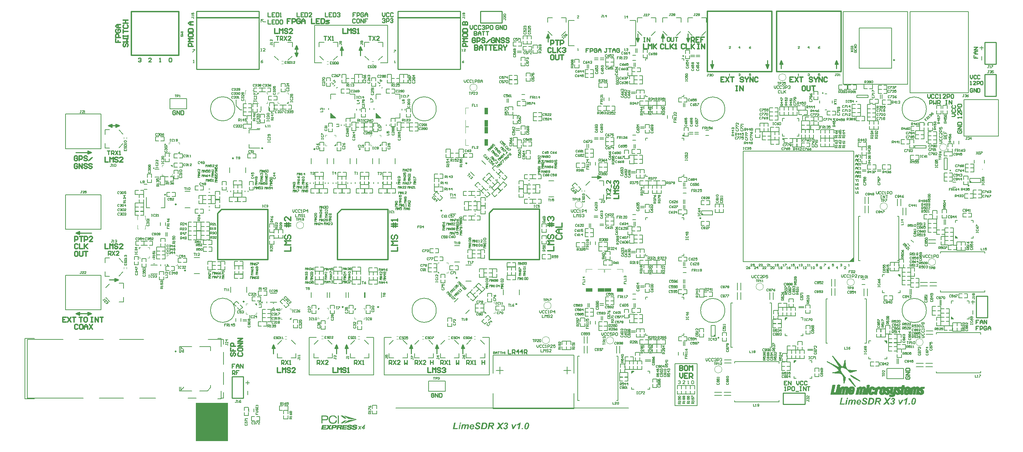
<source format=gto>
G04*
G04 #@! TF.GenerationSoftware,Altium Limited,Altium Designer,19.1.6 (110)*
G04*
G04 Layer_Color=65535*
%FSLAX44Y44*%
%MOMM*%
G71*
G01*
G75*
%ADD10C,0.1000*%
%ADD11C,0.2540*%
%ADD12C,0.1500*%
%ADD13C,0.3500*%
%ADD14C,0.3000*%
%ADD15C,0.2000*%
%ADD16C,0.2500*%
%ADD17C,0.1270*%
%ADD18C,0.1524*%
%ADD19C,0.0254*%
%ADD20C,0.0260*%
G36*
X489360Y909445D02*
X485610Y905695D01*
Y909695D01*
X489110D01*
X489360Y909445D01*
D02*
G37*
G36*
X563110Y883695D02*
X559610D01*
X559360Y883945D01*
X563110Y887695D01*
Y883695D01*
D02*
G37*
G36*
X1057500Y857250D02*
X1050000D01*
Y872250D01*
X1057500D01*
Y857250D01*
D02*
G37*
G36*
X792735Y846801D02*
X780235Y846801D01*
X780235Y859301D01*
X792735Y846801D01*
D02*
G37*
G36*
X680475D02*
X667975Y846801D01*
X667975Y859301D01*
X680475Y846801D01*
D02*
G37*
G36*
X1057500Y827250D02*
X1050000D01*
Y842250D01*
X1057500D01*
Y827250D01*
D02*
G37*
G36*
X1057500Y809750D02*
X1050000D01*
Y824750D01*
X1057500D01*
Y809750D01*
D02*
G37*
G36*
Y779750D02*
X1050000D01*
Y794750D01*
X1057500D01*
Y779750D01*
D02*
G37*
G36*
X792735Y778601D02*
X789235D01*
X788985Y778851D01*
X792735Y782601D01*
Y778601D01*
D02*
G37*
G36*
X680475Y778601D02*
X676975D01*
X676725Y778851D01*
X680475Y782601D01*
Y778601D01*
D02*
G37*
G36*
X293042Y759894D02*
X289542D01*
X289292Y760144D01*
X293042Y763894D01*
Y759894D01*
D02*
G37*
G36*
X275292Y726515D02*
X275042Y726265D01*
X271292Y730015D01*
X275292D01*
Y726515D01*
D02*
G37*
G36*
X2259580Y687290D02*
X2253970Y687290D01*
Y692900D01*
X2259580Y687290D01*
D02*
G37*
G36*
X1594080Y606420D02*
X1588470Y606420D01*
Y612030D01*
X1594080Y606420D01*
D02*
G37*
G36*
X2223000Y549000D02*
X2218000D01*
Y554000D01*
X2223000Y549000D01*
D02*
G37*
G36*
X195910Y526065D02*
X192160Y522315D01*
Y526315D01*
X195660D01*
X195910Y526065D01*
D02*
G37*
G36*
X1965750Y490750D02*
X1955750Y490750D01*
X1965750Y500750D01*
Y490750D01*
D02*
G37*
G36*
X265660Y481065D02*
X261660D01*
Y484566D01*
X261910Y484815D01*
X265660Y481065D01*
D02*
G37*
G36*
X937396Y462370D02*
X933396D01*
Y465870D01*
X933646Y466120D01*
X937396Y462370D01*
D02*
G37*
G36*
X2081250Y453500D02*
X2076250Y458500D01*
X2081250D01*
Y453500D01*
D02*
G37*
G36*
X1392964Y424406D02*
Y416906D01*
X1377964D01*
Y424406D01*
X1392964Y424406D01*
D02*
G37*
G36*
X1362964Y416906D02*
X1347964D01*
Y424406D01*
X1362964Y424406D01*
Y416906D01*
D02*
G37*
G36*
X1346214Y424406D02*
Y416906D01*
X1331214D01*
Y424406D01*
X1346214Y424406D01*
D02*
G37*
G36*
X1316214Y416906D02*
X1301214D01*
Y424406D01*
X1316214Y424406D01*
Y416906D01*
D02*
G37*
G36*
X484268Y382757D02*
X484018Y382507D01*
X480268Y386257D01*
X484268D01*
Y382757D01*
D02*
G37*
G36*
X640150Y374949D02*
X636400Y371199D01*
Y375199D01*
X639900D01*
X640150Y374949D01*
D02*
G37*
G36*
X730625Y374196D02*
X726875Y370446D01*
Y374446D01*
X730375D01*
X730625Y374196D01*
D02*
G37*
G36*
X1053750Y362750D02*
X1049750D01*
Y366250D01*
X1050000Y366500D01*
X1053750Y362750D01*
D02*
G37*
G36*
X2212750Y348500D02*
X2207750D01*
Y353500D01*
X2212750Y348500D01*
D02*
G37*
G36*
X570089Y347686D02*
X566589Y347686D01*
X566339Y347935D01*
X570089Y351686D01*
X570089Y347686D01*
D02*
G37*
G36*
X1795511Y346545D02*
Y351545D01*
X1800511D01*
X1795511Y346545D01*
D02*
G37*
G36*
X1622300Y305190D02*
X1616690D01*
X1622300Y310800D01*
X1622300Y305190D01*
D02*
G37*
G36*
X2047750Y289000D02*
X2042750Y294000D01*
X2047750D01*
Y289000D01*
D02*
G37*
G36*
X1817500Y240500D02*
Y245500D01*
X1822500D01*
X1817500Y240500D01*
D02*
G37*
G36*
X1415000Y213750D02*
Y218750D01*
X1420000D01*
X1415000Y213750D01*
D02*
G37*
G36*
X413500Y45000D02*
X333500Y45000D01*
X333500Y140000D01*
X413500Y140000D01*
Y45000D01*
D02*
G37*
G36*
X991229Y88461D02*
X987982D01*
X988607Y91395D01*
X991831D01*
X991229Y88461D01*
D02*
G37*
G36*
X1034165Y91684D02*
X1034406Y91660D01*
X1034695Y91636D01*
X1035007Y91588D01*
X1035344Y91540D01*
X1036090Y91371D01*
X1036475Y91251D01*
X1036835Y91131D01*
X1037220Y90962D01*
X1037581Y90770D01*
X1037918Y90553D01*
X1038230Y90313D01*
X1038254Y90289D01*
X1038303Y90241D01*
X1038375Y90169D01*
X1038495Y90072D01*
X1038615Y89928D01*
X1038760Y89760D01*
X1038904Y89567D01*
X1039048Y89351D01*
X1039217Y89086D01*
X1039385Y88821D01*
X1039529Y88509D01*
X1039674Y88196D01*
X1039794Y87835D01*
X1039890Y87474D01*
X1039962Y87066D01*
X1040010Y86657D01*
X1036739Y86512D01*
Y86536D01*
Y86560D01*
X1036715Y86705D01*
X1036643Y86921D01*
X1036571Y87186D01*
X1036450Y87474D01*
X1036306Y87787D01*
X1036114Y88076D01*
X1035849Y88340D01*
X1035825Y88364D01*
X1035705Y88437D01*
X1035536Y88557D01*
X1035296Y88677D01*
X1035007Y88773D01*
X1034622Y88894D01*
X1034165Y88966D01*
X1033660Y88990D01*
X1033420D01*
X1033179Y88966D01*
X1032866Y88918D01*
X1032554Y88870D01*
X1032217Y88773D01*
X1031904Y88653D01*
X1031640Y88485D01*
X1031616Y88461D01*
X1031543Y88389D01*
X1031447Y88292D01*
X1031351Y88148D01*
X1031231Y87956D01*
X1031134Y87739D01*
X1031062Y87474D01*
X1031038Y87210D01*
Y87186D01*
Y87090D01*
X1031062Y86969D01*
X1031111Y86801D01*
X1031183Y86608D01*
X1031279Y86416D01*
X1031399Y86224D01*
X1031591Y86031D01*
X1031616Y86007D01*
X1031712Y85935D01*
X1031856Y85839D01*
X1032097Y85695D01*
X1032265Y85598D01*
X1032433Y85502D01*
X1032626Y85382D01*
X1032866Y85261D01*
X1033107Y85141D01*
X1033396Y84997D01*
X1033708Y84853D01*
X1034045Y84708D01*
X1034069Y84684D01*
X1034165Y84660D01*
X1034310Y84588D01*
X1034502Y84516D01*
X1034743Y84396D01*
X1035007Y84275D01*
X1035584Y83987D01*
X1036210Y83674D01*
X1036811Y83337D01*
X1037100Y83169D01*
X1037340Y83000D01*
X1037557Y82832D01*
X1037725Y82688D01*
X1037749Y82664D01*
X1037773Y82640D01*
X1037846Y82568D01*
X1037918Y82495D01*
X1038110Y82231D01*
X1038327Y81894D01*
X1038543Y81485D01*
X1038711Y80980D01*
X1038856Y80403D01*
X1038880Y80114D01*
X1038904Y79777D01*
Y79753D01*
Y79681D01*
Y79561D01*
X1038880Y79416D01*
X1038856Y79224D01*
X1038808Y78983D01*
X1038760Y78743D01*
X1038687Y78478D01*
X1038591Y78190D01*
X1038471Y77877D01*
X1038327Y77564D01*
X1038158Y77252D01*
X1037966Y76939D01*
X1037725Y76602D01*
X1037461Y76314D01*
X1037148Y76001D01*
X1037124Y75977D01*
X1037076Y75929D01*
X1036955Y75856D01*
X1036835Y75760D01*
X1036643Y75640D01*
X1036426Y75496D01*
X1036186Y75375D01*
X1035873Y75231D01*
X1035560Y75063D01*
X1035200Y74942D01*
X1034791Y74798D01*
X1034358Y74678D01*
X1033901Y74582D01*
X1033396Y74510D01*
X1032866Y74461D01*
X1032289Y74437D01*
X1031928D01*
X1031736Y74461D01*
X1031519Y74485D01*
X1031279D01*
X1031014Y74534D01*
X1030437Y74606D01*
X1029812Y74726D01*
X1029162Y74894D01*
X1028561Y75135D01*
X1028537D01*
X1028489Y75159D01*
X1028416Y75207D01*
X1028296Y75279D01*
X1028032Y75423D01*
X1027695Y75664D01*
X1027334Y75929D01*
X1026973Y76290D01*
X1026637Y76674D01*
X1026348Y77131D01*
Y77155D01*
X1026324Y77179D01*
X1026300Y77252D01*
X1026252Y77372D01*
X1026204Y77492D01*
X1026155Y77636D01*
X1026035Y77997D01*
X1025915Y78430D01*
X1025819Y78935D01*
X1025770Y79489D01*
X1025747Y80090D01*
X1029018Y80282D01*
Y80258D01*
Y80210D01*
Y80138D01*
X1029042Y80042D01*
X1029066Y79753D01*
X1029114Y79440D01*
X1029162Y79080D01*
X1029258Y78719D01*
X1029379Y78406D01*
X1029547Y78166D01*
X1029595Y78117D01*
X1029691Y78021D01*
X1029884Y77901D01*
X1030172Y77733D01*
X1030341Y77660D01*
X1030557Y77564D01*
X1030774Y77492D01*
X1031038Y77444D01*
X1031303Y77372D01*
X1031616Y77348D01*
X1031952Y77300D01*
X1032578D01*
X1032722Y77324D01*
X1032890D01*
X1033251Y77372D01*
X1033636Y77444D01*
X1034045Y77564D01*
X1034430Y77709D01*
X1034743Y77901D01*
X1034767Y77925D01*
X1034863Y77997D01*
X1034983Y78142D01*
X1035127Y78310D01*
X1035272Y78527D01*
X1035392Y78767D01*
X1035488Y79032D01*
X1035512Y79344D01*
Y79368D01*
Y79465D01*
X1035488Y79609D01*
X1035440Y79777D01*
X1035368Y79970D01*
X1035248Y80186D01*
X1035103Y80403D01*
X1034887Y80595D01*
X1034863Y80619D01*
X1034791Y80667D01*
X1034646Y80764D01*
X1034430Y80884D01*
X1034286Y80980D01*
X1034117Y81076D01*
X1033925Y81172D01*
X1033708Y81269D01*
X1033444Y81389D01*
X1033179Y81533D01*
X1032842Y81678D01*
X1032506Y81822D01*
X1032482D01*
X1032409Y81870D01*
X1032313Y81894D01*
X1032193Y81966D01*
X1032025Y82038D01*
X1031832Y82111D01*
X1031423Y82303D01*
X1030966Y82543D01*
X1030485Y82760D01*
X1030052Y83000D01*
X1029836Y83121D01*
X1029667Y83217D01*
X1029619Y83241D01*
X1029523Y83313D01*
X1029354Y83457D01*
X1029162Y83626D01*
X1028946Y83818D01*
X1028705Y84083D01*
X1028489Y84372D01*
X1028272Y84684D01*
X1028248Y84732D01*
X1028200Y84853D01*
X1028104Y85045D01*
X1028032Y85286D01*
X1027935Y85598D01*
X1027839Y85959D01*
X1027791Y86368D01*
X1027767Y86801D01*
Y86825D01*
Y86897D01*
Y87017D01*
X1027791Y87162D01*
X1027815Y87330D01*
X1027839Y87547D01*
X1027887Y87787D01*
X1027959Y88028D01*
X1028128Y88581D01*
X1028272Y88870D01*
X1028416Y89182D01*
X1028585Y89471D01*
X1028777Y89760D01*
X1029018Y90048D01*
X1029282Y90313D01*
X1029306Y90337D01*
X1029354Y90385D01*
X1029451Y90433D01*
X1029571Y90529D01*
X1029715Y90625D01*
X1029908Y90746D01*
X1030148Y90890D01*
X1030413Y91010D01*
X1030702Y91131D01*
X1031014Y91275D01*
X1031375Y91395D01*
X1031784Y91491D01*
X1032217Y91588D01*
X1032674Y91660D01*
X1033155Y91684D01*
X1033684Y91708D01*
X1033973D01*
X1034165Y91684D01*
D02*
G37*
G36*
X1090451Y82640D02*
X1094564Y74750D01*
X1090692D01*
X1089417Y77179D01*
Y77203D01*
X1089369Y77276D01*
X1089321Y77372D01*
X1089249Y77492D01*
X1089176Y77661D01*
X1089080Y77829D01*
X1088864Y78238D01*
X1088647Y78695D01*
X1088431Y79152D01*
X1088238Y79561D01*
X1088166Y79753D01*
X1088094Y79922D01*
X1088070Y79898D01*
X1087998Y79801D01*
X1087853Y79609D01*
X1087637Y79344D01*
X1087493Y79176D01*
X1087348Y78983D01*
X1087156Y78767D01*
X1086939Y78527D01*
X1086723Y78238D01*
X1086458Y77949D01*
X1086146Y77612D01*
X1085833Y77252D01*
X1083548Y74750D01*
X1079122D01*
X1086482Y83145D01*
X1082345Y91395D01*
X1085929D01*
X1087565Y88340D01*
X1087589Y88292D01*
X1087637Y88172D01*
X1087685Y88100D01*
X1087733Y88004D01*
X1087781Y87883D01*
X1087877Y87715D01*
X1087950Y87547D01*
X1088070Y87330D01*
X1088190Y87090D01*
X1088335Y86801D01*
X1088479Y86464D01*
X1088671Y86103D01*
X1088695Y86079D01*
X1088719Y86031D01*
X1088767Y85935D01*
X1088816Y85815D01*
X1088840Y85839D01*
X1088888Y85887D01*
X1088960Y85983D01*
X1089056Y86079D01*
X1089152Y86224D01*
X1089297Y86392D01*
X1089609Y86777D01*
X1089994Y87186D01*
X1090379Y87643D01*
X1090764Y88100D01*
X1091125Y88509D01*
X1093723Y91395D01*
X1098076D01*
X1090451Y82640D01*
D02*
G37*
G36*
X1008380Y87042D02*
X1008692Y86993D01*
X1009053Y86897D01*
X1009438Y86753D01*
X1009799Y86560D01*
X1010111Y86296D01*
X1010135Y86272D01*
X1010232Y86152D01*
X1010376Y85983D01*
X1010520Y85743D01*
X1010665Y85454D01*
X1010809Y85117D01*
X1010905Y84708D01*
X1010929Y84251D01*
Y84227D01*
Y84131D01*
X1010905Y83963D01*
X1010881Y83746D01*
X1010857Y83457D01*
X1010785Y83073D01*
X1010713Y82616D01*
X1010593Y82086D01*
X1009005Y74750D01*
X1005782D01*
X1007345Y82086D01*
Y82111D01*
X1007369Y82159D01*
Y82207D01*
X1007393Y82303D01*
X1007441Y82543D01*
X1007490Y82808D01*
X1007538Y83073D01*
X1007586Y83337D01*
X1007634Y83530D01*
Y83602D01*
Y83650D01*
Y83674D01*
Y83746D01*
X1007610Y83818D01*
X1007586Y83939D01*
X1007514Y84203D01*
X1007418Y84323D01*
X1007321Y84444D01*
X1007297Y84468D01*
X1007273Y84492D01*
X1007201Y84540D01*
X1007105Y84612D01*
X1006984Y84660D01*
X1006816Y84708D01*
X1006648Y84732D01*
X1006431Y84756D01*
X1006311D01*
X1006215Y84732D01*
X1005974Y84684D01*
X1005686Y84588D01*
X1005349Y84444D01*
X1004964Y84203D01*
X1004771Y84059D01*
X1004579Y83890D01*
X1004411Y83698D01*
X1004218Y83457D01*
X1004194Y83409D01*
X1004146Y83361D01*
X1004098Y83289D01*
X1004050Y83169D01*
X1003978Y83049D01*
X1003882Y82880D01*
X1003809Y82712D01*
X1003713Y82495D01*
X1003617Y82255D01*
X1003521Y81990D01*
X1003425Y81702D01*
X1003304Y81389D01*
X1003208Y81028D01*
X1003112Y80643D01*
X1003016Y80210D01*
X1001861Y74750D01*
X998638D01*
X1000153Y82014D01*
Y82038D01*
X1000177Y82062D01*
X1000201Y82231D01*
X1000249Y82447D01*
X1000297Y82688D01*
X1000346Y82976D01*
X1000370Y83241D01*
X1000418Y83482D01*
Y83650D01*
Y83674D01*
Y83722D01*
X1000394Y83818D01*
X1000370Y83939D01*
X1000274Y84179D01*
X1000201Y84323D01*
X1000081Y84444D01*
X1000057Y84468D01*
X1000033Y84492D01*
X999961Y84540D01*
X999865Y84612D01*
X999720Y84660D01*
X999576Y84708D01*
X999408Y84732D01*
X999191Y84756D01*
X999095D01*
X998999Y84732D01*
X998854Y84708D01*
X998686Y84684D01*
X998493Y84612D01*
X998301Y84540D01*
X998085Y84420D01*
X998061Y84396D01*
X997988Y84372D01*
X997868Y84299D01*
X997748Y84203D01*
X997579Y84083D01*
X997411Y83914D01*
X997243Y83746D01*
X997074Y83554D01*
X997050Y83530D01*
X997002Y83457D01*
X996930Y83337D01*
X996834Y83169D01*
X996713Y82976D01*
X996593Y82712D01*
X996473Y82447D01*
X996353Y82135D01*
Y82111D01*
X996329Y82038D01*
X996281Y81918D01*
X996232Y81750D01*
X996184Y81509D01*
X996088Y81172D01*
X995992Y80787D01*
X995944Y80547D01*
X995872Y80282D01*
X994717Y74750D01*
X991494D01*
X994019Y86825D01*
X997074D01*
X996786Y85358D01*
X996810Y85382D01*
X996858Y85430D01*
X996954Y85526D01*
X997098Y85622D01*
X997267Y85767D01*
X997459Y85911D01*
X997676Y86055D01*
X997940Y86224D01*
X998518Y86536D01*
X999143Y86825D01*
X999504Y86921D01*
X999840Y87017D01*
X1000225Y87066D01*
X1000586Y87090D01*
X1000803D01*
X1001067Y87066D01*
X1001356Y87017D01*
X1001693Y86945D01*
X1002054Y86849D01*
X1002390Y86705D01*
X1002679Y86512D01*
X1002703Y86488D01*
X1002799Y86416D01*
X1002919Y86272D01*
X1003088Y86103D01*
X1003232Y85887D01*
X1003400Y85598D01*
X1003545Y85310D01*
X1003641Y84949D01*
X1003665Y84997D01*
X1003761Y85093D01*
X1003906Y85261D01*
X1004098Y85478D01*
X1004363Y85718D01*
X1004651Y85959D01*
X1005012Y86224D01*
X1005421Y86464D01*
X1005445D01*
X1005469Y86488D01*
X1005541Y86512D01*
X1005638Y86560D01*
X1005854Y86657D01*
X1006167Y86777D01*
X1006527Y86897D01*
X1006960Y86993D01*
X1007393Y87066D01*
X1007875Y87090D01*
X1008115D01*
X1008380Y87042D01*
D02*
G37*
G36*
X1121721Y74750D02*
X1118931D01*
X1116525Y86825D01*
X1119725D01*
X1120543Y81533D01*
Y81509D01*
X1120566Y81437D01*
Y81341D01*
X1120591Y81196D01*
X1120615Y81028D01*
X1120663Y80812D01*
X1120735Y80379D01*
X1120807Y79898D01*
X1120879Y79440D01*
X1120927Y79032D01*
X1120951Y78863D01*
X1120975Y78719D01*
X1121000Y78767D01*
X1121048Y78839D01*
X1121120Y78959D01*
X1121216Y79152D01*
X1121360Y79392D01*
X1121529Y79729D01*
X1121649Y79946D01*
X1121769Y80162D01*
Y80186D01*
X1121793Y80210D01*
X1121889Y80355D01*
X1122010Y80571D01*
X1122154Y80836D01*
X1122298Y81100D01*
X1122443Y81341D01*
X1122563Y81557D01*
X1122635Y81702D01*
X1125642Y86825D01*
X1129154D01*
X1121721Y74750D01*
D02*
G37*
G36*
X1104090Y91467D02*
X1104282Y91443D01*
X1104499Y91419D01*
X1105004Y91323D01*
X1105557Y91179D01*
X1106134Y90938D01*
X1106423Y90794D01*
X1106687Y90625D01*
X1106952Y90433D01*
X1107193Y90193D01*
X1107217Y90169D01*
X1107241Y90145D01*
X1107313Y90072D01*
X1107385Y89976D01*
X1107481Y89832D01*
X1107578Y89688D01*
X1107794Y89327D01*
X1108010Y88894D01*
X1108203Y88364D01*
X1108347Y87787D01*
X1108371Y87474D01*
X1108395Y87138D01*
Y87114D01*
Y87090D01*
Y87017D01*
Y86921D01*
X1108347Y86681D01*
X1108299Y86368D01*
X1108203Y85983D01*
X1108083Y85598D01*
X1107890Y85189D01*
X1107626Y84781D01*
X1107601Y84732D01*
X1107481Y84612D01*
X1107313Y84420D01*
X1107072Y84203D01*
X1106784Y83939D01*
X1106423Y83674D01*
X1106014Y83457D01*
X1105533Y83241D01*
X1105557D01*
X1105581Y83217D01*
X1105701Y83145D01*
X1105894Y83025D01*
X1106134Y82856D01*
X1106375Y82640D01*
X1106639Y82399D01*
X1106880Y82111D01*
X1107096Y81798D01*
X1107121Y81750D01*
X1107169Y81653D01*
X1107265Y81461D01*
X1107361Y81245D01*
X1107433Y80956D01*
X1107529Y80643D01*
X1107578Y80307D01*
X1107601Y79946D01*
Y79922D01*
Y79873D01*
Y79777D01*
X1107578Y79633D01*
X1107553Y79465D01*
X1107529Y79272D01*
X1107481Y79056D01*
X1107433Y78839D01*
X1107289Y78310D01*
X1107048Y77733D01*
X1106904Y77444D01*
X1106712Y77131D01*
X1106519Y76843D01*
X1106279Y76554D01*
X1106255Y76530D01*
X1106206Y76458D01*
X1106086Y76362D01*
X1105966Y76217D01*
X1105773Y76073D01*
X1105557Y75881D01*
X1105316Y75688D01*
X1105028Y75496D01*
X1104715Y75303D01*
X1104378Y75111D01*
X1103994Y74918D01*
X1103585Y74774D01*
X1103152Y74630D01*
X1102695Y74534D01*
X1102189Y74461D01*
X1101684Y74437D01*
X1101492D01*
X1101323Y74461D01*
X1101155Y74485D01*
X1100939Y74510D01*
X1100698Y74534D01*
X1100458Y74582D01*
X1099904Y74726D01*
X1099327Y74942D01*
X1099038Y75087D01*
X1098750Y75255D01*
X1098461Y75423D01*
X1098196Y75640D01*
X1098173Y75664D01*
X1098148Y75688D01*
X1098076Y75760D01*
X1097980Y75856D01*
X1097860Y75977D01*
X1097739Y76145D01*
X1097619Y76314D01*
X1097475Y76530D01*
X1097331Y76747D01*
X1097186Y77011D01*
X1097042Y77276D01*
X1096922Y77588D01*
X1096801Y77925D01*
X1096681Y78286D01*
X1096609Y78647D01*
X1096537Y79056D01*
X1099664Y79440D01*
Y79416D01*
Y79392D01*
X1099688Y79320D01*
X1099712Y79224D01*
X1099760Y78983D01*
X1099832Y78695D01*
X1099928Y78406D01*
X1100049Y78094D01*
X1100193Y77805D01*
X1100361Y77588D01*
X1100385Y77564D01*
X1100458Y77516D01*
X1100578Y77420D01*
X1100722Y77348D01*
X1100915Y77252D01*
X1101155Y77155D01*
X1101420Y77107D01*
X1101708Y77083D01*
X1101757D01*
X1101901Y77107D01*
X1102093Y77131D01*
X1102358Y77179D01*
X1102646Y77276D01*
X1102959Y77396D01*
X1103272Y77588D01*
X1103560Y77829D01*
X1103585Y77853D01*
X1103681Y77973D01*
X1103801Y78118D01*
X1103945Y78358D01*
X1104066Y78623D01*
X1104186Y78959D01*
X1104282Y79344D01*
X1104306Y79753D01*
Y79777D01*
Y79801D01*
Y79922D01*
X1104282Y80114D01*
X1104234Y80355D01*
X1104162Y80619D01*
X1104042Y80884D01*
X1103897Y81148D01*
X1103705Y81389D01*
X1103681Y81413D01*
X1103585Y81485D01*
X1103464Y81581D01*
X1103272Y81702D01*
X1103055Y81798D01*
X1102767Y81894D01*
X1102454Y81966D01*
X1102093Y81990D01*
X1101949D01*
X1101780Y81966D01*
X1101588Y81942D01*
X1102141Y84636D01*
X1102695D01*
X1102935Y84660D01*
X1103224Y84708D01*
X1103537Y84804D01*
X1103849Y84901D01*
X1104162Y85069D01*
X1104451Y85286D01*
X1104475Y85310D01*
X1104571Y85406D01*
X1104667Y85550D01*
X1104811Y85767D01*
X1104932Y86031D01*
X1105052Y86344D01*
X1105124Y86705D01*
X1105148Y87114D01*
Y87162D01*
Y87258D01*
X1105124Y87402D01*
X1105100Y87595D01*
X1105028Y87787D01*
X1104956Y88004D01*
X1104835Y88220D01*
X1104667Y88413D01*
X1104643Y88437D01*
X1104595Y88485D01*
X1104475Y88557D01*
X1104354Y88653D01*
X1104162Y88749D01*
X1103969Y88821D01*
X1103729Y88870D01*
X1103464Y88894D01*
X1103344D01*
X1103224Y88870D01*
X1103055Y88821D01*
X1102863Y88773D01*
X1102646Y88677D01*
X1102430Y88533D01*
X1102214Y88364D01*
X1102189Y88340D01*
X1102117Y88268D01*
X1102021Y88124D01*
X1101901Y87956D01*
X1101757Y87715D01*
X1101612Y87402D01*
X1101468Y87042D01*
X1101348Y86609D01*
X1098365Y87186D01*
Y87210D01*
X1098389Y87258D01*
X1098413Y87354D01*
X1098461Y87499D01*
X1098533Y87643D01*
X1098605Y87811D01*
X1098774Y88220D01*
X1098990Y88677D01*
X1099255Y89134D01*
X1099568Y89591D01*
X1099928Y90000D01*
X1099952Y90024D01*
X1100001Y90072D01*
X1100097Y90145D01*
X1100193Y90241D01*
X1100361Y90337D01*
X1100530Y90481D01*
X1100746Y90602D01*
X1100987Y90746D01*
X1101251Y90890D01*
X1101516Y91010D01*
X1102165Y91251D01*
X1102526Y91347D01*
X1102911Y91419D01*
X1103296Y91467D01*
X1103705Y91491D01*
X1103921D01*
X1104090Y91467D01*
D02*
G37*
G36*
X1144933Y74750D02*
X1141710D01*
X1142335Y77901D01*
X1145558D01*
X1144933Y74750D01*
D02*
G37*
G36*
X1136057D02*
X1132786D01*
X1135191Y86272D01*
X1135143Y86248D01*
X1135023Y86152D01*
X1134806Y86031D01*
X1134518Y85863D01*
X1134181Y85670D01*
X1133772Y85478D01*
X1133315Y85262D01*
X1132834Y85045D01*
X1132810D01*
X1132786Y85021D01*
X1132714Y84997D01*
X1132617Y84949D01*
X1132353Y84877D01*
X1132040Y84756D01*
X1131679Y84636D01*
X1131271Y84516D01*
X1130886Y84396D01*
X1130477Y84299D01*
X1131102Y87210D01*
X1131126D01*
X1131150Y87234D01*
X1131294Y87282D01*
X1131511Y87402D01*
X1131800Y87547D01*
X1132136Y87715D01*
X1132545Y87907D01*
X1133002Y88148D01*
X1133483Y88437D01*
X1133989Y88725D01*
X1134518Y89062D01*
X1135071Y89423D01*
X1135600Y89784D01*
X1136129Y90193D01*
X1136658Y90602D01*
X1137140Y91034D01*
X1137597Y91491D01*
X1139569D01*
X1136057Y74750D01*
D02*
G37*
G36*
X1069116Y91371D02*
X1069548Y91347D01*
X1070030Y91299D01*
X1070511Y91227D01*
X1070992Y91131D01*
X1071425Y90986D01*
X1071449D01*
X1071473Y90962D01*
X1071593Y90914D01*
X1071785Y90818D01*
X1072026Y90674D01*
X1072315Y90457D01*
X1072603Y90217D01*
X1072868Y89904D01*
X1073132Y89543D01*
X1073157Y89495D01*
X1073229Y89351D01*
X1073349Y89134D01*
X1073469Y88846D01*
X1073589Y88485D01*
X1073710Y88052D01*
X1073782Y87547D01*
X1073806Y87017D01*
Y86993D01*
Y86921D01*
Y86825D01*
X1073782Y86657D01*
X1073758Y86488D01*
X1073734Y86272D01*
X1073710Y86031D01*
X1073638Y85791D01*
X1073493Y85238D01*
X1073277Y84636D01*
X1073132Y84347D01*
X1072964Y84059D01*
X1072748Y83770D01*
X1072531Y83506D01*
X1072507Y83482D01*
X1072483Y83457D01*
X1072387Y83385D01*
X1072291Y83289D01*
X1072146Y83169D01*
X1072002Y83049D01*
X1071809Y82928D01*
X1071569Y82784D01*
X1071328Y82640D01*
X1071040Y82495D01*
X1070727Y82351D01*
X1070366Y82207D01*
X1070005Y82086D01*
X1069596Y81990D01*
X1069139Y81894D01*
X1068682Y81822D01*
X1068707Y81798D01*
X1068803Y81726D01*
X1068923Y81581D01*
X1069091Y81413D01*
X1069260Y81172D01*
X1069476Y80908D01*
X1069693Y80595D01*
X1069909Y80258D01*
X1069933Y80234D01*
X1069957Y80162D01*
X1070030Y80066D01*
X1070102Y79898D01*
X1070222Y79705D01*
X1070342Y79465D01*
X1070487Y79176D01*
X1070655Y78839D01*
X1070847Y78478D01*
X1071040Y78070D01*
X1071256Y77612D01*
X1071473Y77107D01*
X1071713Y76578D01*
X1071954Y76001D01*
X1072218Y75399D01*
X1072483Y74750D01*
X1068803D01*
Y74774D01*
X1068779Y74822D01*
X1068755Y74894D01*
X1068707Y75015D01*
X1068658Y75159D01*
X1068586Y75351D01*
X1068514Y75568D01*
X1068418Y75833D01*
X1068298Y76121D01*
X1068177Y76434D01*
X1068033Y76795D01*
X1067865Y77179D01*
X1067696Y77612D01*
X1067504Y78094D01*
X1067287Y78599D01*
X1067047Y79128D01*
Y79152D01*
X1067023Y79200D01*
X1066975Y79272D01*
X1066927Y79392D01*
X1066782Y79657D01*
X1066590Y79994D01*
X1066373Y80355D01*
X1066133Y80715D01*
X1065844Y81052D01*
X1065700Y81172D01*
X1065555Y81293D01*
X1065531Y81317D01*
X1065459Y81341D01*
X1065339Y81389D01*
X1065171Y81461D01*
X1064930Y81533D01*
X1064641Y81581D01*
X1064281Y81605D01*
X1063848Y81629D01*
X1062453D01*
X1061009Y74750D01*
X1057618D01*
X1061105Y91395D01*
X1068947D01*
X1069116Y91371D01*
D02*
G37*
G36*
X1050161D02*
X1050570D01*
X1050907Y91347D01*
X1051027D01*
X1051147Y91323D01*
X1051195D01*
X1051316Y91299D01*
X1051508Y91275D01*
X1051773Y91227D01*
X1052061Y91179D01*
X1052374Y91107D01*
X1052999Y90890D01*
X1053047Y90866D01*
X1053144Y90842D01*
X1053288Y90770D01*
X1053504Y90674D01*
X1053721Y90529D01*
X1053986Y90385D01*
X1054226Y90217D01*
X1054491Y90000D01*
X1054515Y89976D01*
X1054611Y89904D01*
X1054731Y89784D01*
X1054900Y89615D01*
X1055068Y89423D01*
X1055260Y89182D01*
X1055453Y88918D01*
X1055645Y88629D01*
X1055669Y88605D01*
X1055717Y88485D01*
X1055814Y88316D01*
X1055910Y88100D01*
X1056030Y87835D01*
X1056174Y87523D01*
X1056295Y87162D01*
X1056391Y86777D01*
X1056415Y86729D01*
X1056439Y86585D01*
X1056487Y86368D01*
X1056535Y86103D01*
X1056583Y85767D01*
X1056608Y85358D01*
X1056656Y84949D01*
Y84492D01*
Y84468D01*
Y84372D01*
Y84227D01*
X1056631Y84035D01*
Y83794D01*
X1056608Y83530D01*
X1056559Y83217D01*
X1056535Y82880D01*
X1056463Y82519D01*
X1056415Y82135D01*
X1056223Y81341D01*
X1055958Y80523D01*
X1055814Y80114D01*
X1055621Y79705D01*
Y79681D01*
X1055573Y79609D01*
X1055525Y79513D01*
X1055429Y79368D01*
X1055333Y79176D01*
X1055212Y78983D01*
X1054900Y78502D01*
X1054539Y77973D01*
X1054082Y77420D01*
X1053577Y76891D01*
X1053024Y76386D01*
X1052999D01*
X1052975Y76338D01*
X1052903Y76290D01*
X1052807Y76241D01*
X1052687Y76145D01*
X1052542Y76073D01*
X1052182Y75856D01*
X1051749Y75640D01*
X1051219Y75399D01*
X1050618Y75183D01*
X1049945Y74991D01*
X1049896D01*
X1049824Y74967D01*
X1049752Y74942D01*
X1049632D01*
X1049488Y74918D01*
X1049319Y74894D01*
X1049127Y74870D01*
X1048910Y74846D01*
X1048670Y74822D01*
X1048405Y74798D01*
X1048092D01*
X1047780Y74774D01*
X1047419Y74750D01*
X1040780Y74750D01*
X1044268Y91395D01*
X1049752D01*
X1050161Y91371D01*
D02*
G37*
G36*
X988343Y74750D02*
X985120D01*
X987645Y86825D01*
X990892D01*
X988343Y74750D01*
D02*
G37*
G36*
X974993Y77540D02*
X983508D01*
X982931Y74750D01*
X971000D01*
X974488Y91395D01*
X977904D01*
X974993Y77540D01*
D02*
G37*
G36*
X1156118Y91467D02*
X1156286Y91443D01*
X1156479Y91419D01*
X1156960Y91299D01*
X1157489Y91131D01*
X1157754Y91010D01*
X1158042Y90866D01*
X1158307Y90698D01*
X1158596Y90481D01*
X1158860Y90265D01*
X1159101Y90000D01*
X1159125Y89976D01*
X1159149Y89928D01*
X1159221Y89856D01*
X1159317Y89736D01*
X1159413Y89567D01*
X1159510Y89399D01*
X1159630Y89182D01*
X1159774Y88918D01*
X1159894Y88629D01*
X1160015Y88316D01*
X1160111Y87956D01*
X1160207Y87595D01*
X1160303Y87162D01*
X1160376Y86729D01*
X1160400Y86248D01*
X1160424Y85743D01*
Y85719D01*
Y85622D01*
Y85478D01*
X1160400Y85286D01*
Y85069D01*
X1160376Y84781D01*
X1160351Y84468D01*
X1160303Y84107D01*
X1160255Y83698D01*
X1160183Y83289D01*
X1160111Y82832D01*
X1160015Y82375D01*
X1159774Y81365D01*
X1159462Y80307D01*
Y80282D01*
X1159413Y80186D01*
X1159365Y80042D01*
X1159293Y79849D01*
X1159197Y79609D01*
X1159077Y79320D01*
X1158932Y79032D01*
X1158788Y78695D01*
X1158403Y77997D01*
X1157970Y77276D01*
X1157465Y76578D01*
X1157176Y76241D01*
X1156888Y75953D01*
X1156864Y75929D01*
X1156816Y75881D01*
X1156719Y75808D01*
X1156599Y75712D01*
X1156455Y75592D01*
X1156262Y75472D01*
X1156070Y75327D01*
X1155829Y75207D01*
X1155276Y74918D01*
X1154675Y74678D01*
X1154338Y74582D01*
X1153977Y74510D01*
X1153616Y74461D01*
X1153232Y74437D01*
X1153039D01*
X1152895Y74461D01*
X1152727Y74485D01*
X1152534Y74510D01*
X1152053Y74630D01*
X1151524Y74798D01*
X1151259Y74918D01*
X1150971Y75063D01*
X1150682Y75231D01*
X1150417Y75423D01*
X1150153Y75640D01*
X1149888Y75905D01*
X1149864Y75929D01*
X1149840Y75977D01*
X1149768Y76049D01*
X1149696Y76169D01*
X1149600Y76338D01*
X1149479Y76506D01*
X1149359Y76722D01*
X1149239Y76987D01*
X1149118Y77276D01*
X1148998Y77588D01*
X1148902Y77925D01*
X1148782Y78310D01*
X1148709Y78719D01*
X1148637Y79152D01*
X1148613Y79633D01*
X1148589Y80138D01*
Y80162D01*
Y80258D01*
Y80379D01*
X1148613Y80571D01*
Y80812D01*
X1148637Y81076D01*
X1148661Y81389D01*
X1148685Y81726D01*
X1148734Y82086D01*
X1148806Y82495D01*
X1148950Y83361D01*
X1149143Y84275D01*
X1149431Y85238D01*
X1149455Y85286D01*
X1149479Y85382D01*
X1149551Y85550D01*
X1149623Y85767D01*
X1149720Y86031D01*
X1149864Y86320D01*
X1150008Y86657D01*
X1150177Y87017D01*
X1150562Y87787D01*
X1151019Y88557D01*
X1151259Y88942D01*
X1151548Y89303D01*
X1151836Y89639D01*
X1152125Y89952D01*
X1152149Y89976D01*
X1152197Y90024D01*
X1152293Y90096D01*
X1152414Y90193D01*
X1152558Y90313D01*
X1152750Y90433D01*
X1152967Y90577D01*
X1153207Y90722D01*
X1153737Y91010D01*
X1154362Y91251D01*
X1154699Y91347D01*
X1155036Y91419D01*
X1155396Y91467D01*
X1155781Y91491D01*
X1155974D01*
X1156118Y91467D01*
D02*
G37*
G36*
X1019757Y87066D02*
X1019949Y87042D01*
X1020166Y87017D01*
X1020406Y86969D01*
X1020671Y86921D01*
X1021248Y86753D01*
X1021537Y86657D01*
X1021826Y86512D01*
X1022114Y86344D01*
X1022403Y86176D01*
X1022668Y85959D01*
X1022932Y85718D01*
X1022956Y85695D01*
X1022980Y85646D01*
X1023052Y85574D01*
X1023149Y85478D01*
X1023245Y85334D01*
X1023341Y85165D01*
X1023461Y84949D01*
X1023606Y84732D01*
X1023726Y84468D01*
X1023846Y84179D01*
X1023942Y83866D01*
X1024039Y83506D01*
X1024135Y83145D01*
X1024207Y82736D01*
X1024231Y82327D01*
X1024255Y81870D01*
Y81846D01*
Y81822D01*
Y81678D01*
Y81437D01*
X1024231Y81172D01*
X1024207Y80836D01*
X1024159Y80475D01*
X1024015Y79753D01*
X1015836D01*
Y79729D01*
Y79633D01*
X1015812Y79537D01*
Y79440D01*
Y79416D01*
Y79392D01*
Y79248D01*
X1015860Y79032D01*
X1015909Y78743D01*
X1015981Y78430D01*
X1016101Y78117D01*
X1016269Y77781D01*
X1016486Y77492D01*
X1016510Y77468D01*
X1016606Y77372D01*
X1016750Y77276D01*
X1016967Y77131D01*
X1017207Y77011D01*
X1017496Y76891D01*
X1017833Y76795D01*
X1018194Y76771D01*
X1018362D01*
X1018458Y76795D01*
X1018603Y76819D01*
X1018771Y76867D01*
X1019132Y76987D01*
X1019324Y77059D01*
X1019541Y77179D01*
X1019757Y77324D01*
X1019949Y77492D01*
X1020166Y77685D01*
X1020383Y77901D01*
X1020575Y78166D01*
X1020743Y78454D01*
X1023654Y77973D01*
Y77949D01*
X1023606Y77901D01*
X1023558Y77805D01*
X1023485Y77685D01*
X1023413Y77540D01*
X1023293Y77372D01*
X1023052Y76963D01*
X1022716Y76530D01*
X1022307Y76097D01*
X1021850Y75664D01*
X1021345Y75303D01*
X1021321D01*
X1021273Y75255D01*
X1021200Y75231D01*
X1021104Y75159D01*
X1020960Y75111D01*
X1020815Y75039D01*
X1020406Y74870D01*
X1019949Y74702D01*
X1019396Y74582D01*
X1018819Y74485D01*
X1018169Y74437D01*
X1017929D01*
X1017761Y74461D01*
X1017544Y74485D01*
X1017304Y74510D01*
X1017039Y74558D01*
X1016750Y74630D01*
X1016125Y74822D01*
X1015788Y74942D01*
X1015451Y75087D01*
X1015139Y75255D01*
X1014802Y75472D01*
X1014489Y75712D01*
X1014201Y75977D01*
X1014177Y76001D01*
X1014128Y76049D01*
X1014056Y76145D01*
X1013960Y76265D01*
X1013840Y76410D01*
X1013720Y76602D01*
X1013575Y76819D01*
X1013455Y77059D01*
X1013311Y77348D01*
X1013166Y77636D01*
X1013046Y77973D01*
X1012926Y78334D01*
X1012830Y78719D01*
X1012757Y79152D01*
X1012709Y79585D01*
X1012685Y80042D01*
Y80066D01*
Y80162D01*
Y80282D01*
X1012709Y80451D01*
X1012733Y80667D01*
X1012757Y80932D01*
X1012805Y81221D01*
X1012854Y81533D01*
X1013022Y82207D01*
X1013142Y82568D01*
X1013262Y82952D01*
X1013431Y83337D01*
X1013599Y83722D01*
X1013816Y84107D01*
X1014056Y84468D01*
X1014080Y84492D01*
X1014153Y84588D01*
X1014249Y84708D01*
X1014393Y84877D01*
X1014610Y85069D01*
X1014826Y85310D01*
X1015115Y85526D01*
X1015427Y85791D01*
X1015788Y86031D01*
X1016197Y86272D01*
X1016630Y86488D01*
X1017111Y86681D01*
X1017616Y86849D01*
X1018169Y86969D01*
X1018771Y87066D01*
X1019396Y87090D01*
X1019613D01*
X1019757Y87066D01*
D02*
G37*
G36*
X741516Y78326D02*
X743632Y74310D01*
X741233D01*
X740016Y76626D01*
X737950Y74310D01*
X735184D01*
X739016Y78576D01*
X736900Y82675D01*
X739300D01*
X740516Y80292D01*
X742649Y82675D01*
X745398D01*
X741516Y78326D01*
D02*
G37*
G36*
X751980Y78559D02*
X753413D01*
X752996Y76659D01*
X751597D01*
X751097Y74310D01*
X748980D01*
X749464Y76659D01*
X744931D01*
X745315Y78526D01*
X751563Y85840D01*
X753513D01*
X751980Y78559D01*
D02*
G37*
G36*
X1951229Y149711D02*
X1947982D01*
X1948607Y152645D01*
X1951831D01*
X1951229Y149711D01*
D02*
G37*
G36*
X1994165Y152934D02*
X1994406Y152910D01*
X1994695Y152886D01*
X1995007Y152838D01*
X1995344Y152790D01*
X1996090Y152621D01*
X1996474Y152501D01*
X1996835Y152381D01*
X1997220Y152212D01*
X1997581Y152020D01*
X1997918Y151803D01*
X1998230Y151563D01*
X1998254Y151539D01*
X1998302Y151491D01*
X1998375Y151419D01*
X1998495Y151322D01*
X1998615Y151178D01*
X1998760Y151010D01*
X1998904Y150817D01*
X1999048Y150601D01*
X1999217Y150336D01*
X1999385Y150071D01*
X1999529Y149759D01*
X1999674Y149446D01*
X1999794Y149085D01*
X1999890Y148724D01*
X1999962Y148316D01*
X2000010Y147907D01*
X1996739Y147762D01*
Y147786D01*
Y147810D01*
X1996715Y147955D01*
X1996643Y148171D01*
X1996571Y148436D01*
X1996450Y148724D01*
X1996306Y149037D01*
X1996114Y149326D01*
X1995849Y149590D01*
X1995825Y149614D01*
X1995705Y149687D01*
X1995536Y149807D01*
X1995296Y149927D01*
X1995007Y150023D01*
X1994622Y150144D01*
X1994165Y150216D01*
X1993660Y150240D01*
X1993420D01*
X1993179Y150216D01*
X1992866Y150168D01*
X1992554Y150120D01*
X1992217Y150023D01*
X1991904Y149903D01*
X1991640Y149735D01*
X1991616Y149711D01*
X1991543Y149639D01*
X1991447Y149542D01*
X1991351Y149398D01*
X1991231Y149206D01*
X1991134Y148989D01*
X1991062Y148724D01*
X1991038Y148460D01*
Y148436D01*
Y148340D01*
X1991062Y148219D01*
X1991110Y148051D01*
X1991183Y147858D01*
X1991279Y147666D01*
X1991399Y147474D01*
X1991591Y147281D01*
X1991616Y147257D01*
X1991712Y147185D01*
X1991856Y147089D01*
X1992097Y146945D01*
X1992265Y146848D01*
X1992433Y146752D01*
X1992626Y146632D01*
X1992866Y146511D01*
X1993107Y146391D01*
X1993396Y146247D01*
X1993708Y146103D01*
X1994045Y145958D01*
X1994069Y145934D01*
X1994165Y145910D01*
X1994310Y145838D01*
X1994502Y145766D01*
X1994743Y145646D01*
X1995007Y145525D01*
X1995585Y145237D01*
X1996210Y144924D01*
X1996811Y144587D01*
X1997100Y144419D01*
X1997340Y144250D01*
X1997557Y144082D01*
X1997725Y143938D01*
X1997749Y143914D01*
X1997773Y143890D01*
X1997845Y143818D01*
X1997918Y143745D01*
X1998110Y143481D01*
X1998327Y143144D01*
X1998543Y142735D01*
X1998711Y142230D01*
X1998856Y141653D01*
X1998880Y141364D01*
X1998904Y141027D01*
Y141003D01*
Y140931D01*
Y140811D01*
X1998880Y140666D01*
X1998856Y140474D01*
X1998808Y140233D01*
X1998760Y139993D01*
X1998687Y139728D01*
X1998591Y139440D01*
X1998471Y139127D01*
X1998327Y138814D01*
X1998158Y138502D01*
X1997966Y138189D01*
X1997725Y137852D01*
X1997461Y137563D01*
X1997148Y137251D01*
X1997124Y137227D01*
X1997076Y137179D01*
X1996956Y137107D01*
X1996835Y137010D01*
X1996643Y136890D01*
X1996426Y136746D01*
X1996186Y136625D01*
X1995873Y136481D01*
X1995560Y136313D01*
X1995200Y136192D01*
X1994791Y136048D01*
X1994358Y135928D01*
X1993901Y135832D01*
X1993396Y135759D01*
X1992866Y135711D01*
X1992289Y135687D01*
X1991928D01*
X1991736Y135711D01*
X1991519Y135735D01*
X1991279D01*
X1991014Y135784D01*
X1990437Y135856D01*
X1989812Y135976D01*
X1989162Y136144D01*
X1988561Y136385D01*
X1988537D01*
X1988489Y136409D01*
X1988416Y136457D01*
X1988296Y136529D01*
X1988032Y136673D01*
X1987695Y136914D01*
X1987334Y137179D01*
X1986973Y137540D01*
X1986636Y137924D01*
X1986348Y138381D01*
Y138405D01*
X1986324Y138429D01*
X1986300Y138502D01*
X1986252Y138622D01*
X1986203Y138742D01*
X1986155Y138886D01*
X1986035Y139247D01*
X1985915Y139680D01*
X1985819Y140185D01*
X1985771Y140739D01*
X1985746Y141340D01*
X1989018Y141532D01*
Y141508D01*
Y141460D01*
Y141388D01*
X1989042Y141292D01*
X1989066Y141003D01*
X1989114Y140690D01*
X1989162Y140330D01*
X1989258Y139969D01*
X1989379Y139656D01*
X1989547Y139416D01*
X1989595Y139368D01*
X1989691Y139271D01*
X1989884Y139151D01*
X1990172Y138983D01*
X1990341Y138911D01*
X1990557Y138814D01*
X1990774Y138742D01*
X1991038Y138694D01*
X1991303Y138622D01*
X1991616Y138598D01*
X1991952Y138550D01*
X1992578D01*
X1992722Y138574D01*
X1992890D01*
X1993251Y138622D01*
X1993636Y138694D01*
X1994045Y138814D01*
X1994430Y138959D01*
X1994743Y139151D01*
X1994767Y139175D01*
X1994863Y139247D01*
X1994983Y139392D01*
X1995127Y139560D01*
X1995272Y139776D01*
X1995392Y140017D01*
X1995488Y140282D01*
X1995512Y140594D01*
Y140618D01*
Y140715D01*
X1995488Y140859D01*
X1995440Y141027D01*
X1995368Y141220D01*
X1995248Y141436D01*
X1995103Y141653D01*
X1994887Y141845D01*
X1994863Y141869D01*
X1994791Y141917D01*
X1994646Y142014D01*
X1994430Y142134D01*
X1994285Y142230D01*
X1994117Y142326D01*
X1993925Y142422D01*
X1993708Y142519D01*
X1993444Y142639D01*
X1993179Y142783D01*
X1992842Y142928D01*
X1992506Y143072D01*
X1992482D01*
X1992409Y143120D01*
X1992313Y143144D01*
X1992193Y143216D01*
X1992025Y143288D01*
X1991832Y143361D01*
X1991423Y143553D01*
X1990966Y143793D01*
X1990485Y144010D01*
X1990052Y144250D01*
X1989836Y144371D01*
X1989667Y144467D01*
X1989619Y144491D01*
X1989523Y144563D01*
X1989355Y144707D01*
X1989162Y144876D01*
X1988946Y145068D01*
X1988705Y145333D01*
X1988489Y145622D01*
X1988272Y145934D01*
X1988248Y145982D01*
X1988200Y146103D01*
X1988104Y146295D01*
X1988032Y146536D01*
X1987935Y146848D01*
X1987839Y147209D01*
X1987791Y147618D01*
X1987767Y148051D01*
Y148075D01*
Y148147D01*
Y148267D01*
X1987791Y148412D01*
X1987815Y148580D01*
X1987839Y148797D01*
X1987887Y149037D01*
X1987959Y149278D01*
X1988128Y149831D01*
X1988272Y150120D01*
X1988416Y150432D01*
X1988585Y150721D01*
X1988777Y151010D01*
X1989018Y151298D01*
X1989282Y151563D01*
X1989306Y151587D01*
X1989355Y151635D01*
X1989451Y151683D01*
X1989571Y151779D01*
X1989715Y151875D01*
X1989908Y151996D01*
X1990148Y152140D01*
X1990413Y152260D01*
X1990701Y152381D01*
X1991014Y152525D01*
X1991375Y152645D01*
X1991784Y152741D01*
X1992217Y152838D01*
X1992674Y152910D01*
X1993155Y152934D01*
X1993684Y152958D01*
X1993973D01*
X1994165Y152934D01*
D02*
G37*
G36*
X2050451Y143890D02*
X2054564Y136000D01*
X2050692D01*
X2049417Y138429D01*
Y138454D01*
X2049369Y138526D01*
X2049321Y138622D01*
X2049249Y138742D01*
X2049176Y138911D01*
X2049080Y139079D01*
X2048864Y139488D01*
X2048647Y139945D01*
X2048431Y140402D01*
X2048238Y140811D01*
X2048166Y141003D01*
X2048094Y141172D01*
X2048070Y141147D01*
X2047998Y141051D01*
X2047853Y140859D01*
X2047637Y140594D01*
X2047493Y140426D01*
X2047348Y140233D01*
X2047156Y140017D01*
X2046939Y139776D01*
X2046723Y139488D01*
X2046458Y139199D01*
X2046145Y138862D01*
X2045833Y138502D01*
X2043548Y136000D01*
X2039122D01*
X2046482Y144395D01*
X2042345Y152645D01*
X2045929D01*
X2047565Y149590D01*
X2047589Y149542D01*
X2047637Y149422D01*
X2047685Y149350D01*
X2047733Y149254D01*
X2047781Y149133D01*
X2047877Y148965D01*
X2047950Y148797D01*
X2048070Y148580D01*
X2048190Y148340D01*
X2048334Y148051D01*
X2048479Y147714D01*
X2048671Y147353D01*
X2048695Y147329D01*
X2048719Y147281D01*
X2048767Y147185D01*
X2048815Y147065D01*
X2048840Y147089D01*
X2048888Y147137D01*
X2048960Y147233D01*
X2049056Y147329D01*
X2049152Y147474D01*
X2049297Y147642D01*
X2049609Y148027D01*
X2049994Y148436D01*
X2050379Y148893D01*
X2050764Y149350D01*
X2051125Y149759D01*
X2053723Y152645D01*
X2058076D01*
X2050451Y143890D01*
D02*
G37*
G36*
X1968380Y148292D02*
X1968692Y148243D01*
X1969053Y148147D01*
X1969438Y148003D01*
X1969799Y147810D01*
X1970112Y147546D01*
X1970135Y147522D01*
X1970232Y147402D01*
X1970376Y147233D01*
X1970520Y146993D01*
X1970665Y146704D01*
X1970809Y146367D01*
X1970905Y145958D01*
X1970929Y145501D01*
Y145477D01*
Y145381D01*
X1970905Y145213D01*
X1970881Y144996D01*
X1970857Y144707D01*
X1970785Y144323D01*
X1970713Y143866D01*
X1970593Y143336D01*
X1969005Y136000D01*
X1965782D01*
X1967345Y143336D01*
Y143361D01*
X1967369Y143409D01*
Y143457D01*
X1967393Y143553D01*
X1967442Y143793D01*
X1967490Y144058D01*
X1967538Y144323D01*
X1967586Y144587D01*
X1967634Y144780D01*
Y144852D01*
Y144900D01*
Y144924D01*
Y144996D01*
X1967610Y145068D01*
X1967586Y145189D01*
X1967514Y145453D01*
X1967417Y145573D01*
X1967321Y145694D01*
X1967297Y145718D01*
X1967273Y145742D01*
X1967201Y145790D01*
X1967105Y145862D01*
X1966985Y145910D01*
X1966816Y145958D01*
X1966648Y145982D01*
X1966431Y146006D01*
X1966311D01*
X1966215Y145982D01*
X1965974Y145934D01*
X1965686Y145838D01*
X1965349Y145694D01*
X1964964Y145453D01*
X1964772Y145309D01*
X1964579Y145140D01*
X1964411Y144948D01*
X1964218Y144707D01*
X1964194Y144659D01*
X1964146Y144611D01*
X1964098Y144539D01*
X1964050Y144419D01*
X1963978Y144299D01*
X1963882Y144130D01*
X1963809Y143962D01*
X1963713Y143745D01*
X1963617Y143505D01*
X1963521Y143240D01*
X1963425Y142952D01*
X1963304Y142639D01*
X1963208Y142278D01*
X1963112Y141893D01*
X1963016Y141460D01*
X1961861Y136000D01*
X1958638D01*
X1960153Y143264D01*
Y143288D01*
X1960177Y143312D01*
X1960201Y143481D01*
X1960249Y143697D01*
X1960298Y143938D01*
X1960346Y144226D01*
X1960370Y144491D01*
X1960418Y144732D01*
Y144900D01*
Y144924D01*
Y144972D01*
X1960394Y145068D01*
X1960370Y145189D01*
X1960273Y145429D01*
X1960201Y145573D01*
X1960081Y145694D01*
X1960057Y145718D01*
X1960033Y145742D01*
X1959961Y145790D01*
X1959865Y145862D01*
X1959720Y145910D01*
X1959576Y145958D01*
X1959408Y145982D01*
X1959191Y146006D01*
X1959095D01*
X1958999Y145982D01*
X1958854Y145958D01*
X1958686Y145934D01*
X1958493Y145862D01*
X1958301Y145790D01*
X1958085Y145670D01*
X1958060Y145646D01*
X1957988Y145622D01*
X1957868Y145549D01*
X1957748Y145453D01*
X1957579Y145333D01*
X1957411Y145164D01*
X1957243Y144996D01*
X1957074Y144804D01*
X1957050Y144780D01*
X1957002Y144707D01*
X1956930Y144587D01*
X1956834Y144419D01*
X1956714Y144226D01*
X1956593Y143962D01*
X1956473Y143697D01*
X1956353Y143385D01*
Y143361D01*
X1956329Y143288D01*
X1956281Y143168D01*
X1956232Y143000D01*
X1956184Y142759D01*
X1956088Y142422D01*
X1955992Y142037D01*
X1955944Y141797D01*
X1955872Y141532D01*
X1954717Y136000D01*
X1951494D01*
X1954019Y148075D01*
X1957074D01*
X1956786Y146608D01*
X1956810Y146632D01*
X1956858Y146680D01*
X1956954Y146776D01*
X1957098Y146872D01*
X1957267Y147017D01*
X1957459Y147161D01*
X1957676Y147305D01*
X1957940Y147474D01*
X1958517Y147786D01*
X1959143Y148075D01*
X1959504Y148171D01*
X1959841Y148267D01*
X1960225Y148316D01*
X1960586Y148340D01*
X1960803D01*
X1961067Y148316D01*
X1961356Y148267D01*
X1961693Y148195D01*
X1962054Y148099D01*
X1962390Y147955D01*
X1962679Y147762D01*
X1962703Y147738D01*
X1962799Y147666D01*
X1962919Y147522D01*
X1963088Y147353D01*
X1963232Y147137D01*
X1963401Y146848D01*
X1963545Y146560D01*
X1963641Y146199D01*
X1963665Y146247D01*
X1963761Y146343D01*
X1963906Y146511D01*
X1964098Y146728D01*
X1964363Y146968D01*
X1964651Y147209D01*
X1965012Y147474D01*
X1965421Y147714D01*
X1965445D01*
X1965469Y147738D01*
X1965541Y147762D01*
X1965638Y147810D01*
X1965854Y147907D01*
X1966167Y148027D01*
X1966528Y148147D01*
X1966960Y148243D01*
X1967393Y148316D01*
X1967874Y148340D01*
X1968115D01*
X1968380Y148292D01*
D02*
G37*
G36*
X2081721Y136000D02*
X2078931D01*
X2076526Y148075D01*
X2079725D01*
X2080542Y142783D01*
Y142759D01*
X2080567Y142687D01*
Y142591D01*
X2080591Y142446D01*
X2080615Y142278D01*
X2080663Y142062D01*
X2080735Y141629D01*
X2080807Y141147D01*
X2080879Y140690D01*
X2080927Y140282D01*
X2080951Y140113D01*
X2080975Y139969D01*
X2080999Y140017D01*
X2081048Y140089D01*
X2081120Y140209D01*
X2081216Y140402D01*
X2081360Y140642D01*
X2081529Y140979D01*
X2081649Y141196D01*
X2081769Y141412D01*
Y141436D01*
X2081793Y141460D01*
X2081889Y141605D01*
X2082010Y141821D01*
X2082154Y142086D01*
X2082298Y142350D01*
X2082443Y142591D01*
X2082563Y142807D01*
X2082635Y142952D01*
X2085642Y148075D01*
X2089154D01*
X2081721Y136000D01*
D02*
G37*
G36*
X2064090Y152717D02*
X2064282Y152693D01*
X2064499Y152669D01*
X2065004Y152573D01*
X2065557Y152429D01*
X2066134Y152188D01*
X2066423Y152044D01*
X2066687Y151875D01*
X2066952Y151683D01*
X2067193Y151443D01*
X2067217Y151419D01*
X2067241Y151395D01*
X2067313Y151322D01*
X2067385Y151226D01*
X2067481Y151082D01*
X2067578Y150937D01*
X2067794Y150577D01*
X2068010Y150144D01*
X2068203Y149614D01*
X2068347Y149037D01*
X2068371Y148724D01*
X2068395Y148388D01*
Y148364D01*
Y148340D01*
Y148267D01*
Y148171D01*
X2068347Y147931D01*
X2068299Y147618D01*
X2068203Y147233D01*
X2068083Y146848D01*
X2067890Y146439D01*
X2067626Y146031D01*
X2067601Y145982D01*
X2067481Y145862D01*
X2067313Y145670D01*
X2067072Y145453D01*
X2066784Y145189D01*
X2066423Y144924D01*
X2066014Y144707D01*
X2065533Y144491D01*
X2065557D01*
X2065581Y144467D01*
X2065701Y144395D01*
X2065894Y144275D01*
X2066134Y144106D01*
X2066375Y143890D01*
X2066639Y143649D01*
X2066880Y143361D01*
X2067096Y143048D01*
X2067121Y143000D01*
X2067169Y142903D01*
X2067265Y142711D01*
X2067361Y142495D01*
X2067433Y142206D01*
X2067529Y141893D01*
X2067578Y141557D01*
X2067601Y141196D01*
Y141172D01*
Y141124D01*
Y141027D01*
X2067578Y140883D01*
X2067553Y140715D01*
X2067529Y140522D01*
X2067481Y140306D01*
X2067433Y140089D01*
X2067289Y139560D01*
X2067048Y138983D01*
X2066904Y138694D01*
X2066711Y138381D01*
X2066519Y138093D01*
X2066279Y137804D01*
X2066254Y137780D01*
X2066206Y137708D01*
X2066086Y137612D01*
X2065966Y137467D01*
X2065773Y137323D01*
X2065557Y137131D01*
X2065316Y136938D01*
X2065028Y136746D01*
X2064715Y136553D01*
X2064378Y136361D01*
X2063994Y136168D01*
X2063584Y136024D01*
X2063152Y135880D01*
X2062695Y135784D01*
X2062189Y135711D01*
X2061684Y135687D01*
X2061492D01*
X2061324Y135711D01*
X2061155Y135735D01*
X2060939Y135759D01*
X2060698Y135784D01*
X2060458Y135832D01*
X2059904Y135976D01*
X2059327Y136193D01*
X2059038Y136337D01*
X2058750Y136505D01*
X2058461Y136673D01*
X2058197Y136890D01*
X2058172Y136914D01*
X2058148Y136938D01*
X2058076Y137010D01*
X2057980Y137107D01*
X2057860Y137227D01*
X2057740Y137395D01*
X2057619Y137563D01*
X2057475Y137780D01*
X2057331Y137997D01*
X2057186Y138261D01*
X2057042Y138526D01*
X2056922Y138838D01*
X2056801Y139175D01*
X2056681Y139536D01*
X2056609Y139897D01*
X2056537Y140306D01*
X2059664Y140690D01*
Y140667D01*
Y140642D01*
X2059688Y140570D01*
X2059712Y140474D01*
X2059760Y140233D01*
X2059832Y139945D01*
X2059928Y139656D01*
X2060049Y139344D01*
X2060193Y139055D01*
X2060361Y138838D01*
X2060385Y138814D01*
X2060458Y138766D01*
X2060578Y138670D01*
X2060722Y138598D01*
X2060915Y138502D01*
X2061155Y138405D01*
X2061420Y138357D01*
X2061708Y138333D01*
X2061756D01*
X2061901Y138357D01*
X2062093Y138381D01*
X2062358Y138429D01*
X2062646Y138526D01*
X2062959Y138646D01*
X2063272Y138838D01*
X2063560Y139079D01*
X2063584Y139103D01*
X2063681Y139223D01*
X2063801Y139368D01*
X2063945Y139608D01*
X2064066Y139873D01*
X2064186Y140209D01*
X2064282Y140594D01*
X2064306Y141003D01*
Y141027D01*
Y141051D01*
Y141172D01*
X2064282Y141364D01*
X2064234Y141605D01*
X2064162Y141869D01*
X2064042Y142134D01*
X2063897Y142398D01*
X2063705Y142639D01*
X2063681Y142663D01*
X2063584Y142735D01*
X2063464Y142831D01*
X2063272Y142952D01*
X2063055Y143048D01*
X2062767Y143144D01*
X2062454Y143216D01*
X2062093Y143240D01*
X2061949D01*
X2061781Y143216D01*
X2061588Y143192D01*
X2062141Y145886D01*
X2062695D01*
X2062935Y145910D01*
X2063224Y145958D01*
X2063536Y146054D01*
X2063849Y146151D01*
X2064162Y146319D01*
X2064451Y146536D01*
X2064474Y146560D01*
X2064571Y146656D01*
X2064667Y146800D01*
X2064811Y147017D01*
X2064932Y147281D01*
X2065052Y147594D01*
X2065124Y147955D01*
X2065148Y148364D01*
Y148412D01*
Y148508D01*
X2065124Y148652D01*
X2065100Y148845D01*
X2065028Y149037D01*
X2064956Y149254D01*
X2064835Y149470D01*
X2064667Y149663D01*
X2064643Y149687D01*
X2064595Y149735D01*
X2064474Y149807D01*
X2064354Y149903D01*
X2064162Y149999D01*
X2063969Y150071D01*
X2063729Y150120D01*
X2063464Y150144D01*
X2063344D01*
X2063224Y150120D01*
X2063055Y150071D01*
X2062863Y150023D01*
X2062646Y149927D01*
X2062430Y149783D01*
X2062213Y149614D01*
X2062189Y149590D01*
X2062117Y149518D01*
X2062021Y149374D01*
X2061901Y149206D01*
X2061756Y148965D01*
X2061612Y148652D01*
X2061468Y148292D01*
X2061348Y147859D01*
X2058365Y148436D01*
Y148460D01*
X2058389Y148508D01*
X2058413Y148604D01*
X2058461Y148749D01*
X2058533Y148893D01*
X2058605Y149061D01*
X2058774Y149470D01*
X2058990Y149927D01*
X2059255Y150384D01*
X2059568Y150841D01*
X2059928Y151250D01*
X2059952Y151274D01*
X2060000Y151322D01*
X2060097Y151395D01*
X2060193Y151491D01*
X2060361Y151587D01*
X2060530Y151731D01*
X2060746Y151852D01*
X2060987Y151996D01*
X2061251Y152140D01*
X2061516Y152260D01*
X2062165Y152501D01*
X2062526Y152597D01*
X2062911Y152669D01*
X2063296Y152717D01*
X2063705Y152741D01*
X2063921D01*
X2064090Y152717D01*
D02*
G37*
G36*
X2104933Y136000D02*
X2101710D01*
X2102335Y139151D01*
X2105558D01*
X2104933Y136000D01*
D02*
G37*
G36*
X2096057D02*
X2092786D01*
X2095191Y147522D01*
X2095143Y147498D01*
X2095023Y147402D01*
X2094806Y147281D01*
X2094518Y147113D01*
X2094181Y146920D01*
X2093772Y146728D01*
X2093315Y146511D01*
X2092834Y146295D01*
X2092810D01*
X2092786Y146271D01*
X2092714Y146247D01*
X2092617Y146199D01*
X2092353Y146127D01*
X2092040Y146006D01*
X2091679Y145886D01*
X2091270Y145766D01*
X2090886Y145646D01*
X2090477Y145549D01*
X2091102Y148460D01*
X2091126D01*
X2091150Y148484D01*
X2091295Y148532D01*
X2091511Y148652D01*
X2091800Y148797D01*
X2092136Y148965D01*
X2092545Y149157D01*
X2093002Y149398D01*
X2093483Y149687D01*
X2093988Y149975D01*
X2094518Y150312D01*
X2095071Y150673D01*
X2095600Y151034D01*
X2096129Y151443D01*
X2096658Y151852D01*
X2097140Y152284D01*
X2097597Y152741D01*
X2099569D01*
X2096057Y136000D01*
D02*
G37*
G36*
X2029115Y152621D02*
X2029548Y152597D01*
X2030029Y152549D01*
X2030511Y152477D01*
X2030992Y152381D01*
X2031425Y152236D01*
X2031449D01*
X2031473Y152212D01*
X2031593Y152164D01*
X2031785Y152068D01*
X2032026Y151924D01*
X2032315Y151707D01*
X2032603Y151467D01*
X2032868Y151154D01*
X2033132Y150793D01*
X2033156Y150745D01*
X2033229Y150601D01*
X2033349Y150384D01*
X2033469Y150096D01*
X2033589Y149735D01*
X2033710Y149302D01*
X2033782Y148797D01*
X2033806Y148267D01*
Y148243D01*
Y148171D01*
Y148075D01*
X2033782Y147907D01*
X2033758Y147738D01*
X2033734Y147522D01*
X2033710Y147281D01*
X2033638Y147041D01*
X2033493Y146488D01*
X2033277Y145886D01*
X2033132Y145597D01*
X2032964Y145309D01*
X2032748Y145020D01*
X2032531Y144756D01*
X2032507Y144732D01*
X2032483Y144707D01*
X2032387Y144635D01*
X2032291Y144539D01*
X2032146Y144419D01*
X2032002Y144299D01*
X2031810Y144178D01*
X2031569Y144034D01*
X2031328Y143890D01*
X2031040Y143745D01*
X2030727Y143601D01*
X2030366Y143457D01*
X2030005Y143336D01*
X2029597Y143240D01*
X2029140Y143144D01*
X2028683Y143072D01*
X2028707Y143048D01*
X2028803Y142976D01*
X2028923Y142831D01*
X2029091Y142663D01*
X2029260Y142422D01*
X2029476Y142158D01*
X2029693Y141845D01*
X2029909Y141508D01*
X2029933Y141484D01*
X2029957Y141412D01*
X2030029Y141316D01*
X2030102Y141147D01*
X2030222Y140955D01*
X2030342Y140715D01*
X2030486Y140426D01*
X2030655Y140089D01*
X2030847Y139728D01*
X2031040Y139319D01*
X2031256Y138862D01*
X2031473Y138357D01*
X2031713Y137828D01*
X2031954Y137251D01*
X2032218Y136650D01*
X2032483Y136000D01*
X2028803D01*
Y136024D01*
X2028779Y136072D01*
X2028755Y136144D01*
X2028707Y136265D01*
X2028658Y136409D01*
X2028586Y136601D01*
X2028514Y136818D01*
X2028418Y137083D01*
X2028298Y137371D01*
X2028177Y137684D01*
X2028033Y138045D01*
X2027865Y138429D01*
X2027696Y138862D01*
X2027504Y139344D01*
X2027287Y139849D01*
X2027047Y140378D01*
Y140402D01*
X2027023Y140450D01*
X2026975Y140522D01*
X2026927Y140642D01*
X2026782Y140907D01*
X2026590Y141244D01*
X2026373Y141605D01*
X2026133Y141965D01*
X2025844Y142302D01*
X2025700Y142422D01*
X2025556Y142543D01*
X2025531Y142567D01*
X2025459Y142591D01*
X2025339Y142639D01*
X2025171Y142711D01*
X2024930Y142783D01*
X2024641Y142831D01*
X2024281Y142855D01*
X2023848Y142879D01*
X2022453D01*
X2021009Y136000D01*
X2017618D01*
X2021105Y152645D01*
X2028947D01*
X2029115Y152621D01*
D02*
G37*
G36*
X2010161D02*
X2010570D01*
X2010907Y152597D01*
X2011027D01*
X2011147Y152573D01*
X2011195D01*
X2011316Y152549D01*
X2011508Y152525D01*
X2011773Y152477D01*
X2012061Y152429D01*
X2012374Y152357D01*
X2012999Y152140D01*
X2013047Y152116D01*
X2013144Y152092D01*
X2013288Y152020D01*
X2013504Y151924D01*
X2013721Y151779D01*
X2013986Y151635D01*
X2014226Y151467D01*
X2014491Y151250D01*
X2014515Y151226D01*
X2014611Y151154D01*
X2014731Y151034D01*
X2014900Y150865D01*
X2015068Y150673D01*
X2015260Y150432D01*
X2015453Y150168D01*
X2015645Y149879D01*
X2015669Y149855D01*
X2015717Y149735D01*
X2015814Y149566D01*
X2015910Y149350D01*
X2016030Y149085D01*
X2016174Y148773D01*
X2016295Y148412D01*
X2016391Y148027D01*
X2016415Y147979D01*
X2016439Y147835D01*
X2016487Y147618D01*
X2016535Y147353D01*
X2016583Y147017D01*
X2016608Y146608D01*
X2016656Y146199D01*
Y145742D01*
Y145718D01*
Y145622D01*
Y145477D01*
X2016631Y145285D01*
Y145044D01*
X2016608Y144780D01*
X2016559Y144467D01*
X2016535Y144130D01*
X2016463Y143769D01*
X2016415Y143385D01*
X2016223Y142591D01*
X2015958Y141773D01*
X2015814Y141364D01*
X2015621Y140955D01*
Y140931D01*
X2015573Y140859D01*
X2015525Y140763D01*
X2015429Y140618D01*
X2015333Y140426D01*
X2015212Y140233D01*
X2014900Y139752D01*
X2014539Y139223D01*
X2014082Y138670D01*
X2013577Y138141D01*
X2013024Y137636D01*
X2012999D01*
X2012975Y137588D01*
X2012903Y137540D01*
X2012807Y137491D01*
X2012687Y137395D01*
X2012542Y137323D01*
X2012182Y137107D01*
X2011749Y136890D01*
X2011219Y136650D01*
X2010618Y136433D01*
X2009945Y136241D01*
X2009897D01*
X2009824Y136216D01*
X2009752Y136193D01*
X2009632D01*
X2009487Y136168D01*
X2009319Y136144D01*
X2009127Y136120D01*
X2008910Y136096D01*
X2008670Y136072D01*
X2008405Y136048D01*
X2008092D01*
X2007780Y136024D01*
X2007419Y136000D01*
X2000780Y136000D01*
X2004268Y152645D01*
X2009752D01*
X2010161Y152621D01*
D02*
G37*
G36*
X1948343Y136000D02*
X1945120D01*
X1947645Y148075D01*
X1950892D01*
X1948343Y136000D01*
D02*
G37*
G36*
X1934993Y138790D02*
X1943508D01*
X1942931Y136000D01*
X1931000D01*
X1934488Y152645D01*
X1937903D01*
X1934993Y138790D01*
D02*
G37*
G36*
X2116118Y152717D02*
X2116286Y152693D01*
X2116479Y152669D01*
X2116960Y152549D01*
X2117489Y152381D01*
X2117754Y152260D01*
X2118042Y152116D01*
X2118307Y151948D01*
X2118596Y151731D01*
X2118860Y151515D01*
X2119101Y151250D01*
X2119125Y151226D01*
X2119149Y151178D01*
X2119221Y151106D01*
X2119317Y150986D01*
X2119413Y150817D01*
X2119510Y150649D01*
X2119630Y150432D01*
X2119774Y150168D01*
X2119895Y149879D01*
X2120015Y149566D01*
X2120111Y149206D01*
X2120207Y148845D01*
X2120303Y148412D01*
X2120376Y147979D01*
X2120400Y147498D01*
X2120424Y146993D01*
Y146969D01*
Y146872D01*
Y146728D01*
X2120400Y146536D01*
Y146319D01*
X2120376Y146031D01*
X2120352Y145718D01*
X2120303Y145357D01*
X2120255Y144948D01*
X2120183Y144539D01*
X2120111Y144082D01*
X2120015Y143625D01*
X2119774Y142615D01*
X2119462Y141557D01*
Y141532D01*
X2119413Y141436D01*
X2119365Y141292D01*
X2119293Y141099D01*
X2119197Y140859D01*
X2119077Y140570D01*
X2118932Y140282D01*
X2118788Y139945D01*
X2118403Y139247D01*
X2117970Y138526D01*
X2117465Y137828D01*
X2117176Y137491D01*
X2116888Y137203D01*
X2116864Y137179D01*
X2116816Y137131D01*
X2116719Y137058D01*
X2116599Y136962D01*
X2116455Y136842D01*
X2116262Y136722D01*
X2116070Y136577D01*
X2115829Y136457D01*
X2115276Y136168D01*
X2114675Y135928D01*
X2114338Y135832D01*
X2113977Y135759D01*
X2113616Y135711D01*
X2113232Y135687D01*
X2113039D01*
X2112895Y135711D01*
X2112726Y135735D01*
X2112534Y135759D01*
X2112053Y135880D01*
X2111524Y136048D01*
X2111259Y136168D01*
X2110970Y136313D01*
X2110682Y136481D01*
X2110417Y136673D01*
X2110153Y136890D01*
X2109888Y137155D01*
X2109864Y137179D01*
X2109840Y137227D01*
X2109768Y137299D01*
X2109696Y137419D01*
X2109599Y137588D01*
X2109479Y137756D01*
X2109359Y137972D01*
X2109239Y138237D01*
X2109118Y138526D01*
X2108998Y138838D01*
X2108902Y139175D01*
X2108782Y139560D01*
X2108710Y139969D01*
X2108637Y140402D01*
X2108613Y140883D01*
X2108589Y141388D01*
Y141412D01*
Y141508D01*
Y141629D01*
X2108613Y141821D01*
Y142062D01*
X2108637Y142326D01*
X2108661Y142639D01*
X2108685Y142976D01*
X2108734Y143336D01*
X2108806Y143745D01*
X2108950Y144611D01*
X2109142Y145525D01*
X2109431Y146488D01*
X2109455Y146536D01*
X2109479Y146632D01*
X2109551Y146800D01*
X2109624Y147017D01*
X2109720Y147281D01*
X2109864Y147570D01*
X2110008Y147907D01*
X2110177Y148267D01*
X2110562Y149037D01*
X2111019Y149807D01*
X2111259Y150192D01*
X2111548Y150553D01*
X2111837Y150889D01*
X2112125Y151202D01*
X2112149Y151226D01*
X2112197Y151274D01*
X2112294Y151346D01*
X2112414Y151443D01*
X2112558Y151563D01*
X2112751Y151683D01*
X2112967Y151827D01*
X2113208Y151972D01*
X2113737Y152260D01*
X2114362Y152501D01*
X2114699Y152597D01*
X2115036Y152669D01*
X2115396Y152717D01*
X2115781Y152741D01*
X2115974D01*
X2116118Y152717D01*
D02*
G37*
G36*
X1979757Y148316D02*
X1979949Y148292D01*
X1980166Y148267D01*
X1980406Y148219D01*
X1980671Y148171D01*
X1981248Y148003D01*
X1981537Y147907D01*
X1981826Y147762D01*
X1982114Y147594D01*
X1982403Y147426D01*
X1982668Y147209D01*
X1982932Y146968D01*
X1982956Y146945D01*
X1982980Y146896D01*
X1983052Y146824D01*
X1983149Y146728D01*
X1983245Y146584D01*
X1983341Y146415D01*
X1983461Y146199D01*
X1983606Y145982D01*
X1983726Y145718D01*
X1983846Y145429D01*
X1983942Y145116D01*
X1984039Y144756D01*
X1984135Y144395D01*
X1984207Y143986D01*
X1984231Y143577D01*
X1984255Y143120D01*
Y143096D01*
Y143072D01*
Y142928D01*
Y142687D01*
X1984231Y142422D01*
X1984207Y142086D01*
X1984159Y141725D01*
X1984015Y141003D01*
X1975836D01*
Y140979D01*
Y140883D01*
X1975812Y140787D01*
Y140690D01*
Y140666D01*
Y140642D01*
Y140498D01*
X1975860Y140282D01*
X1975908Y139993D01*
X1975981Y139680D01*
X1976101Y139368D01*
X1976269Y139031D01*
X1976486Y138742D01*
X1976510Y138718D01*
X1976606Y138622D01*
X1976750Y138526D01*
X1976967Y138381D01*
X1977207Y138261D01*
X1977496Y138141D01*
X1977833Y138045D01*
X1978194Y138020D01*
X1978362D01*
X1978458Y138045D01*
X1978602Y138069D01*
X1978771Y138117D01*
X1979132Y138237D01*
X1979324Y138309D01*
X1979541Y138429D01*
X1979757Y138574D01*
X1979949Y138742D01*
X1980166Y138935D01*
X1980383Y139151D01*
X1980575Y139416D01*
X1980743Y139704D01*
X1983654Y139223D01*
Y139199D01*
X1983606Y139151D01*
X1983558Y139055D01*
X1983485Y138935D01*
X1983413Y138790D01*
X1983293Y138622D01*
X1983052Y138213D01*
X1982716Y137780D01*
X1982307Y137347D01*
X1981850Y136914D01*
X1981345Y136553D01*
X1981320D01*
X1981272Y136505D01*
X1981200Y136481D01*
X1981104Y136409D01*
X1980960Y136361D01*
X1980815Y136289D01*
X1980406Y136120D01*
X1979949Y135952D01*
X1979396Y135832D01*
X1978819Y135735D01*
X1978170Y135687D01*
X1977929D01*
X1977761Y135711D01*
X1977544Y135735D01*
X1977304Y135759D01*
X1977039Y135808D01*
X1976750Y135880D01*
X1976125Y136072D01*
X1975788Y136192D01*
X1975451Y136337D01*
X1975139Y136505D01*
X1974802Y136722D01*
X1974489Y136962D01*
X1974201Y137227D01*
X1974177Y137251D01*
X1974129Y137299D01*
X1974056Y137395D01*
X1973960Y137515D01*
X1973840Y137660D01*
X1973719Y137852D01*
X1973575Y138069D01*
X1973455Y138309D01*
X1973311Y138598D01*
X1973166Y138886D01*
X1973046Y139223D01*
X1972926Y139584D01*
X1972830Y139969D01*
X1972757Y140402D01*
X1972709Y140835D01*
X1972685Y141292D01*
Y141316D01*
Y141412D01*
Y141532D01*
X1972709Y141701D01*
X1972733Y141917D01*
X1972757Y142182D01*
X1972805Y142471D01*
X1972854Y142783D01*
X1973022Y143457D01*
X1973142Y143818D01*
X1973262Y144202D01*
X1973431Y144587D01*
X1973599Y144972D01*
X1973816Y145357D01*
X1974056Y145718D01*
X1974080Y145742D01*
X1974153Y145838D01*
X1974249Y145958D01*
X1974393Y146127D01*
X1974610Y146319D01*
X1974826Y146560D01*
X1975115Y146776D01*
X1975427Y147041D01*
X1975788Y147281D01*
X1976197Y147522D01*
X1976630Y147738D01*
X1977111Y147931D01*
X1977616Y148099D01*
X1978170Y148219D01*
X1978771Y148316D01*
X1979396Y148340D01*
X1979613D01*
X1979757Y148316D01*
D02*
G37*
%LPC*%
G36*
X1068201Y88605D02*
X1063920D01*
X1062982Y84131D01*
X1065483D01*
X1065724Y84155D01*
X1066301Y84179D01*
X1066902Y84203D01*
X1067504Y84275D01*
X1067768Y84299D01*
X1068033Y84347D01*
X1068250Y84396D01*
X1068442Y84444D01*
X1068490Y84468D01*
X1068586Y84516D01*
X1068755Y84588D01*
X1068971Y84708D01*
X1069188Y84853D01*
X1069428Y85021D01*
X1069645Y85238D01*
X1069861Y85478D01*
X1069885Y85502D01*
X1069933Y85598D01*
X1070030Y85743D01*
X1070126Y85935D01*
X1070222Y86152D01*
X1070318Y86392D01*
X1070366Y86681D01*
X1070390Y86969D01*
Y87017D01*
Y87114D01*
X1070342Y87282D01*
X1070294Y87474D01*
X1070198Y87691D01*
X1070078Y87907D01*
X1069885Y88124D01*
X1069645Y88316D01*
X1069621Y88340D01*
X1069548Y88364D01*
X1069428Y88413D01*
X1069236Y88461D01*
X1068971Y88509D01*
X1068610Y88557D01*
X1068201Y88605D01*
D02*
G37*
G36*
X1049632Y88653D02*
X1047106D01*
X1044749Y77420D01*
X1046938D01*
X1047130Y77444D01*
X1047539D01*
X1047996Y77468D01*
X1048429Y77516D01*
X1048862Y77564D01*
X1049055Y77588D01*
X1049223Y77636D01*
X1049271Y77661D01*
X1049367Y77685D01*
X1049536Y77757D01*
X1049752Y77829D01*
X1049993Y77949D01*
X1050257Y78094D01*
X1050522Y78286D01*
X1050787Y78502D01*
X1050810D01*
X1050835Y78551D01*
X1050955Y78671D01*
X1051147Y78887D01*
X1051388Y79152D01*
X1051676Y79513D01*
X1051965Y79946D01*
X1052254Y80427D01*
X1052518Y80956D01*
Y80980D01*
X1052542Y81028D01*
X1052590Y81124D01*
X1052639Y81221D01*
X1052687Y81389D01*
X1052735Y81557D01*
X1052807Y81750D01*
X1052879Y81990D01*
X1052927Y82231D01*
X1052999Y82519D01*
X1053120Y83145D01*
X1053192Y83842D01*
X1053216Y84588D01*
Y84612D01*
Y84660D01*
Y84756D01*
Y84877D01*
X1053192Y85021D01*
Y85189D01*
X1053144Y85598D01*
X1053072Y86031D01*
X1052975Y86464D01*
X1052831Y86897D01*
X1052639Y87258D01*
X1052615Y87306D01*
X1052542Y87402D01*
X1052422Y87547D01*
X1052254Y87739D01*
X1052037Y87931D01*
X1051797Y88124D01*
X1051508Y88292D01*
X1051195Y88437D01*
X1051171D01*
X1051075Y88461D01*
X1050931Y88509D01*
X1050714Y88557D01*
X1050426Y88581D01*
X1050065Y88629D01*
X1049632Y88653D01*
D02*
G37*
G36*
X1155661Y88894D02*
X1155613D01*
X1155517Y88870D01*
X1155348Y88846D01*
X1155132Y88798D01*
X1154891Y88677D01*
X1154627Y88533D01*
X1154362Y88340D01*
X1154098Y88052D01*
Y88028D01*
X1154049Y88004D01*
X1154001Y87907D01*
X1153929Y87811D01*
X1153857Y87667D01*
X1153737Y87499D01*
X1153641Y87306D01*
X1153520Y87066D01*
X1153376Y86777D01*
X1153232Y86464D01*
X1153087Y86128D01*
X1152943Y85719D01*
X1152799Y85310D01*
X1152654Y84829D01*
X1152510Y84324D01*
X1152366Y83770D01*
Y83746D01*
X1152342Y83650D01*
X1152318Y83530D01*
X1152270Y83337D01*
X1152221Y83121D01*
X1152173Y82856D01*
X1152125Y82568D01*
X1152077Y82255D01*
X1151957Y81557D01*
X1151861Y80860D01*
X1151788Y80138D01*
X1151764Y79465D01*
Y79440D01*
Y79416D01*
Y79344D01*
Y79248D01*
X1151788Y79008D01*
X1151812Y78719D01*
X1151861Y78406D01*
X1151957Y78094D01*
X1152053Y77805D01*
X1152197Y77564D01*
X1152221Y77540D01*
X1152270Y77492D01*
X1152366Y77396D01*
X1152510Y77300D01*
X1152654Y77203D01*
X1152847Y77107D01*
X1153087Y77059D01*
X1153328Y77035D01*
X1153376D01*
X1153472Y77059D01*
X1153665Y77083D01*
X1153881Y77131D01*
X1154122Y77252D01*
X1154410Y77396D01*
X1154675Y77588D01*
X1154964Y77877D01*
Y77901D01*
X1155012Y77925D01*
X1155060Y77997D01*
X1155132Y78118D01*
X1155204Y78238D01*
X1155300Y78406D01*
X1155396Y78623D01*
X1155517Y78863D01*
X1155661Y79128D01*
X1155781Y79465D01*
X1155926Y79825D01*
X1156070Y80234D01*
X1156214Y80691D01*
X1156359Y81172D01*
X1156503Y81726D01*
X1156647Y82327D01*
Y82351D01*
X1156671Y82447D01*
X1156695Y82592D01*
X1156743Y82760D01*
X1156792Y82976D01*
X1156840Y83241D01*
X1156888Y83530D01*
X1156960Y83842D01*
X1157056Y84516D01*
X1157152Y85213D01*
X1157225Y85887D01*
X1157249Y86224D01*
Y86512D01*
Y86536D01*
Y86560D01*
Y86729D01*
X1157225Y86945D01*
X1157200Y87210D01*
X1157128Y87499D01*
X1157056Y87811D01*
X1156936Y88076D01*
X1156792Y88316D01*
X1156768Y88340D01*
X1156719Y88413D01*
X1156623Y88509D01*
X1156479Y88605D01*
X1156335Y88701D01*
X1156142Y88798D01*
X1155902Y88870D01*
X1155661Y88894D01*
D02*
G37*
G36*
X1019060Y84756D02*
X1018891D01*
X1018699Y84708D01*
X1018458Y84660D01*
X1018169Y84564D01*
X1017857Y84444D01*
X1017544Y84251D01*
X1017231Y83987D01*
X1017207Y83963D01*
X1017111Y83842D01*
X1016967Y83674D01*
X1016798Y83409D01*
X1016630Y83097D01*
X1016438Y82712D01*
X1016269Y82279D01*
X1016149Y81750D01*
X1021273D01*
Y81774D01*
Y81870D01*
Y81966D01*
Y82062D01*
Y82086D01*
Y82111D01*
Y82183D01*
Y82279D01*
X1021248Y82519D01*
X1021200Y82832D01*
X1021128Y83145D01*
X1021008Y83482D01*
X1020863Y83794D01*
X1020671Y84083D01*
X1020647Y84107D01*
X1020551Y84179D01*
X1020431Y84299D01*
X1020238Y84420D01*
X1020022Y84540D01*
X1019733Y84660D01*
X1019420Y84732D01*
X1019060Y84756D01*
D02*
G37*
G36*
X750613Y82175D02*
X747581Y78559D01*
X749864D01*
X750613Y82175D01*
D02*
G37*
G36*
X2028201Y149855D02*
X2023920D01*
X2022982Y145381D01*
X2025483D01*
X2025724Y145405D01*
X2026301Y145429D01*
X2026902Y145453D01*
X2027504Y145525D01*
X2027768Y145549D01*
X2028033Y145597D01*
X2028250Y145646D01*
X2028442Y145694D01*
X2028490Y145718D01*
X2028586Y145766D01*
X2028755Y145838D01*
X2028971Y145958D01*
X2029188Y146103D01*
X2029428Y146271D01*
X2029645Y146488D01*
X2029861Y146728D01*
X2029885Y146752D01*
X2029933Y146848D01*
X2030029Y146993D01*
X2030126Y147185D01*
X2030222Y147402D01*
X2030318Y147642D01*
X2030366Y147931D01*
X2030390Y148219D01*
Y148267D01*
Y148364D01*
X2030342Y148532D01*
X2030294Y148724D01*
X2030198Y148941D01*
X2030078Y149157D01*
X2029885Y149374D01*
X2029645Y149566D01*
X2029621Y149590D01*
X2029548Y149614D01*
X2029428Y149663D01*
X2029236Y149711D01*
X2028971Y149759D01*
X2028610Y149807D01*
X2028201Y149855D01*
D02*
G37*
G36*
X2009632Y149903D02*
X2007106D01*
X2004749Y138670D01*
X2006938D01*
X2007130Y138694D01*
X2007539D01*
X2007996Y138718D01*
X2008429Y138766D01*
X2008862Y138814D01*
X2009055Y138838D01*
X2009223Y138886D01*
X2009271Y138911D01*
X2009367Y138935D01*
X2009536Y139007D01*
X2009752Y139079D01*
X2009993Y139199D01*
X2010257Y139344D01*
X2010522Y139536D01*
X2010786Y139752D01*
X2010811D01*
X2010835Y139801D01*
X2010955Y139921D01*
X2011147Y140137D01*
X2011388Y140402D01*
X2011676Y140763D01*
X2011965Y141196D01*
X2012254Y141677D01*
X2012518Y142206D01*
Y142230D01*
X2012542Y142278D01*
X2012590Y142374D01*
X2012639Y142471D01*
X2012687Y142639D01*
X2012735Y142807D01*
X2012807Y143000D01*
X2012879Y143240D01*
X2012927Y143481D01*
X2012999Y143769D01*
X2013120Y144395D01*
X2013192Y145092D01*
X2013216Y145838D01*
Y145862D01*
Y145910D01*
Y146006D01*
Y146127D01*
X2013192Y146271D01*
Y146439D01*
X2013144Y146848D01*
X2013072Y147281D01*
X2012975Y147714D01*
X2012831Y148147D01*
X2012639Y148508D01*
X2012614Y148556D01*
X2012542Y148652D01*
X2012422Y148797D01*
X2012254Y148989D01*
X2012037Y149181D01*
X2011797Y149374D01*
X2011508Y149542D01*
X2011195Y149687D01*
X2011171D01*
X2011075Y149711D01*
X2010931Y149759D01*
X2010714Y149807D01*
X2010426Y149831D01*
X2010065Y149879D01*
X2009632Y149903D01*
D02*
G37*
G36*
X2115661Y150144D02*
X2115613D01*
X2115517Y150120D01*
X2115348Y150096D01*
X2115132Y150048D01*
X2114891Y149927D01*
X2114627Y149783D01*
X2114362Y149590D01*
X2114097Y149302D01*
Y149278D01*
X2114049Y149254D01*
X2114001Y149157D01*
X2113929Y149061D01*
X2113857Y148917D01*
X2113737Y148749D01*
X2113640Y148556D01*
X2113520Y148316D01*
X2113376Y148027D01*
X2113232Y147714D01*
X2113087Y147378D01*
X2112943Y146969D01*
X2112799Y146560D01*
X2112654Y146079D01*
X2112510Y145573D01*
X2112366Y145020D01*
Y144996D01*
X2112342Y144900D01*
X2112318Y144780D01*
X2112269Y144587D01*
X2112221Y144371D01*
X2112173Y144106D01*
X2112125Y143818D01*
X2112077Y143505D01*
X2111957Y142807D01*
X2111861Y142110D01*
X2111788Y141388D01*
X2111764Y140715D01*
Y140690D01*
Y140667D01*
Y140594D01*
Y140498D01*
X2111788Y140258D01*
X2111812Y139969D01*
X2111861Y139656D01*
X2111957Y139344D01*
X2112053Y139055D01*
X2112197Y138814D01*
X2112221Y138790D01*
X2112269Y138742D01*
X2112366Y138646D01*
X2112510Y138550D01*
X2112654Y138454D01*
X2112847Y138357D01*
X2113087Y138309D01*
X2113328Y138285D01*
X2113376D01*
X2113472Y138309D01*
X2113665Y138333D01*
X2113881Y138381D01*
X2114122Y138502D01*
X2114410Y138646D01*
X2114675Y138838D01*
X2114964Y139127D01*
Y139151D01*
X2115012Y139175D01*
X2115060Y139247D01*
X2115132Y139368D01*
X2115204Y139488D01*
X2115300Y139656D01*
X2115396Y139873D01*
X2115517Y140113D01*
X2115661Y140378D01*
X2115781Y140715D01*
X2115926Y141075D01*
X2116070Y141484D01*
X2116214Y141941D01*
X2116359Y142422D01*
X2116503Y142976D01*
X2116647Y143577D01*
Y143601D01*
X2116671Y143697D01*
X2116695Y143842D01*
X2116743Y144010D01*
X2116792Y144226D01*
X2116840Y144491D01*
X2116888Y144780D01*
X2116960Y145092D01*
X2117056Y145766D01*
X2117152Y146463D01*
X2117224Y147137D01*
X2117249Y147474D01*
Y147762D01*
Y147786D01*
Y147810D01*
Y147979D01*
X2117224Y148195D01*
X2117200Y148460D01*
X2117128Y148749D01*
X2117056Y149061D01*
X2116936Y149326D01*
X2116792Y149566D01*
X2116767Y149590D01*
X2116719Y149663D01*
X2116623Y149759D01*
X2116479Y149855D01*
X2116335Y149951D01*
X2116142Y150048D01*
X2115902Y150120D01*
X2115661Y150144D01*
D02*
G37*
G36*
X1979059Y146006D02*
X1978891D01*
X1978699Y145958D01*
X1978458Y145910D01*
X1978170Y145814D01*
X1977857Y145694D01*
X1977544Y145501D01*
X1977231Y145237D01*
X1977207Y145213D01*
X1977111Y145092D01*
X1976967Y144924D01*
X1976798Y144659D01*
X1976630Y144347D01*
X1976438Y143962D01*
X1976269Y143529D01*
X1976149Y143000D01*
X1981272D01*
Y143024D01*
Y143120D01*
Y143216D01*
Y143312D01*
Y143336D01*
Y143361D01*
Y143433D01*
Y143529D01*
X1981248Y143769D01*
X1981200Y144082D01*
X1981128Y144395D01*
X1981008Y144732D01*
X1980863Y145044D01*
X1980671Y145333D01*
X1980647Y145357D01*
X1980551Y145429D01*
X1980431Y145549D01*
X1980238Y145670D01*
X1980022Y145790D01*
X1979733Y145910D01*
X1979420Y145982D01*
X1979059Y146006D01*
D02*
G37*
%LPD*%
D10*
X2197014Y774500D02*
G03*
X2197014Y774500I-9014J0D01*
G01*
X1797764Y948250D02*
G03*
X1797764Y948250I-9014J0D01*
G01*
X1293014Y631750D02*
G03*
X1293014Y631750I-9014J0D01*
G01*
X1215014Y381750D02*
G03*
X1215014Y381750I-9014J0D01*
G01*
X1211014Y295750D02*
G03*
X1211014Y295750I-9014J0D01*
G01*
X601014Y581250D02*
G03*
X601014Y581250I-9014J0D01*
G01*
X1031264Y923000D02*
G03*
X1031264Y923000I-9014J0D01*
G01*
X1741514Y428750D02*
G03*
X1741514Y428750I-9014J0D01*
G01*
X1638764Y223250D02*
G03*
X1638764Y223250I-9014J0D01*
G01*
X2169014Y489750D02*
G03*
X2169014Y489750I-9014J0D01*
G01*
X2049264Y628000D02*
G03*
X2049264Y628000I-9014J0D01*
G01*
X1967264Y439500D02*
G03*
X1967264Y439500I-9014J0D01*
G01*
X2138014Y290750D02*
G03*
X2138014Y290750I-9014J0D01*
G01*
X1370014Y295250D02*
G03*
X1370014Y295250I-9014J0D01*
G01*
X831250Y305000D02*
X835250Y305000D01*
X831250Y298500D02*
X835250Y298500D01*
X1050000Y827250D02*
X1057500D01*
Y842250D01*
Y857250D02*
Y872250D01*
X1050000D02*
X1057500D01*
X1002500D02*
X1010000D01*
X1002500Y857250D02*
Y872250D01*
Y827250D02*
Y842250D01*
Y827250D02*
X1010000D01*
X1050000D02*
Y842250D01*
X1057500D01*
X1050000Y857250D02*
X1057500D01*
X1050000D02*
Y872250D01*
X1050000Y779750D02*
X1057500D01*
Y794750D01*
Y809750D02*
Y824750D01*
X1050000D02*
X1057500D01*
X1002500D02*
X1010000D01*
X1002500Y809750D02*
Y824750D01*
Y779750D02*
Y794750D01*
Y779750D02*
X1010000D01*
X1050000D02*
Y794750D01*
X1057500D01*
X1050000Y809750D02*
X1057500D01*
X1050000D02*
Y824750D01*
X1297897Y664532D02*
Y668532D01*
X1291397Y664532D02*
Y668532D01*
X895250Y298500D02*
X899250D01*
X895250Y305000D02*
X899250D01*
X545965Y981792D02*
X549964D01*
X545965Y988292D02*
X549964D01*
X476360Y906695D02*
Y915695D01*
X474360Y915695D02*
X476360Y915695D01*
X456360Y915695D02*
X458360D01*
X456360Y906695D02*
Y915695D01*
Y883695D02*
Y892695D01*
Y883695D02*
X458360D01*
X474360D02*
X476360Y883695D01*
Y892695D01*
X161708Y472910D02*
Y476910D01*
X155208Y472910D02*
X155208Y476910D01*
X188542Y572265D02*
Y581265D01*
Y572265D02*
X190542Y572265D01*
X206542D02*
X208542D01*
Y581265D01*
Y595265D02*
Y604265D01*
X206542D02*
X208542D01*
X188542D02*
X190542D01*
X188542Y595265D02*
Y604265D01*
X554675Y298708D02*
X558675D01*
X554675Y305208D02*
X558675D01*
X155208Y795725D02*
X155208Y799725D01*
X161708D02*
X161708Y795725D01*
X1023250Y298500D02*
X1027250D01*
X1023250Y305000D02*
X1027250Y305000D01*
X735625Y298706D02*
X739625Y298706D01*
X735625Y305205D02*
X739625Y305205D01*
X770485Y981042D02*
X774485D01*
X770485Y987542D02*
X774485D01*
X645150Y299458D02*
X649150D01*
X645150Y305958D02*
X649150D01*
X2148500Y830050D02*
X2148500Y834050D01*
X2142000Y830050D02*
Y834050D01*
X959250Y298500D02*
X963250Y298500D01*
X959250Y305000D02*
X963250D01*
X658225Y981042D02*
X662225Y981042D01*
X658225Y987542D02*
X662225Y987542D01*
X680475Y778601D02*
Y782601D01*
X676475Y778601D02*
X680475D01*
Y800601D02*
Y804601D01*
X676475D02*
X680475D01*
X654475D02*
X658475D01*
X654475Y800601D02*
Y804601D01*
Y778601D02*
Y782601D01*
Y778601D02*
X658475D01*
X676475D02*
X680475Y782601D01*
X726875Y370446D02*
X730875Y374446D01*
X748875D02*
X752875D01*
Y370446D02*
Y374446D01*
Y348446D02*
Y352446D01*
X748875Y348446D02*
X752875D01*
X726875D02*
X730875D01*
X726875D02*
Y352446D01*
Y374446D02*
X730875D01*
X726875Y370446D02*
Y374446D01*
X792735Y778601D02*
Y782601D01*
X788735Y778601D02*
X792735D01*
Y800601D02*
Y804601D01*
X788735D02*
X792735D01*
X766735D02*
X770735D01*
X766735Y800601D02*
Y804601D01*
Y778601D02*
Y782601D01*
Y778601D02*
X770735D01*
X788735D02*
X792735Y782601D01*
X636400Y371199D02*
X640400Y375199D01*
X658400D02*
X662400D01*
Y371199D02*
Y375199D01*
Y349198D02*
Y353199D01*
X658400Y349198D02*
X662400D01*
X636400D02*
X640400D01*
X636400D02*
Y353199D01*
Y375199D02*
X640400D01*
X636400Y371199D02*
Y375199D01*
X1049750Y362750D02*
X1053750D01*
X1049750D02*
Y366750D01*
X1071750Y362750D02*
X1075750D01*
Y366750D01*
Y384750D02*
Y388750D01*
X1071750D02*
X1075750D01*
X1049750D02*
X1053750D01*
X1049750Y384750D02*
Y388750D01*
Y366750D02*
X1053750Y362750D01*
X480268Y386257D02*
X484268Y382257D01*
X484268Y360257D02*
Y364257D01*
X480268Y360257D02*
X484268Y360257D01*
X458268D02*
X462268Y360257D01*
X458268Y360257D02*
Y364257D01*
X458268Y382257D02*
X458268Y386257D01*
X462268D01*
X484268D02*
X484268Y382257D01*
X480268Y386257D02*
X484268D01*
X570089Y351686D02*
X570089Y347686D01*
X566089Y347686D02*
X570089Y347686D01*
X570089Y369686D02*
X570089Y373686D01*
X566089D02*
X570089D01*
X544089Y373686D02*
X548089Y373686D01*
X544089Y369686D02*
X544089Y373686D01*
X544089Y351686D02*
X544089Y347686D01*
X548089D01*
X566089D02*
X570089Y351686D01*
X261660Y485065D02*
X265660Y481065D01*
X261660Y503065D02*
Y507066D01*
X265660D01*
X283660D02*
X287660D01*
Y503065D02*
Y507066D01*
Y481065D02*
Y485065D01*
X283660Y481065D02*
X287660D01*
X261660D02*
Y485065D01*
Y481065D02*
X265660D01*
X192160Y522315D02*
Y526315D01*
X196160D01*
X192160Y500315D02*
Y504315D01*
Y500315D02*
X196160D01*
X214160D02*
X218160D01*
Y504315D01*
Y522315D02*
Y526315D01*
X214160D02*
X218160D01*
X192160Y522315D02*
X196160Y526315D01*
X933396Y466370D02*
X937396Y462370D01*
X933396Y484370D02*
Y488370D01*
X937396D01*
X955396D02*
X959396D01*
Y484370D02*
Y488370D01*
Y462370D02*
Y466370D01*
X955396Y462370D02*
X959396D01*
X933396D02*
Y466370D01*
Y462370D02*
X937396D01*
X271292Y730015D02*
X275292D01*
Y726015D02*
Y730015D01*
X249292D02*
X253292D01*
X249292Y726015D02*
Y730015D01*
Y704015D02*
Y708015D01*
Y704015D02*
X253292D01*
X271292D02*
X275292D01*
Y708015D01*
X271292Y730015D02*
X275292Y726015D01*
X289042Y759894D02*
X293042Y763894D01*
X267042Y759894D02*
X271042D01*
X267042D02*
Y763894D01*
Y781894D02*
Y785894D01*
X271042D01*
X289042D02*
X293042D01*
Y781894D02*
Y785894D01*
X289042Y759894D02*
X293042D01*
Y763894D01*
X485610Y905695D02*
Y909695D01*
X489610D01*
X485610Y883695D02*
Y887695D01*
Y883695D02*
X489610D01*
X507610D02*
X511610D01*
Y887695D01*
Y905695D02*
Y909695D01*
X507610D02*
X511610D01*
X485610Y905695D02*
X489610Y909695D01*
X559110Y883695D02*
X563110Y887695D01*
X537110Y883695D02*
X541110D01*
X537110D02*
Y887695D01*
Y905695D02*
Y909695D01*
X541110D01*
X559110D02*
X563110D01*
Y905695D02*
Y909695D01*
X559110Y883695D02*
X563110D01*
Y887695D01*
X1331214Y424406D02*
X1346214Y424406D01*
X1331214Y416906D02*
Y424406D01*
X1316214Y416906D02*
Y424406D01*
X1301214Y424406D02*
X1316214Y424406D01*
X1301214Y464406D02*
Y471906D01*
X1316214D01*
X1331214D02*
X1346214D01*
Y464406D02*
Y471906D01*
Y416906D02*
Y424406D01*
X1331214Y416906D02*
X1346214D01*
X1301214D02*
X1316214D01*
X1301214D02*
Y424406D01*
X1377964Y424406D02*
X1392964Y424406D01*
X1377964Y416906D02*
Y424406D01*
X1362964Y416906D02*
Y424406D01*
X1347964Y424406D02*
X1362964Y424406D01*
X1347964Y464406D02*
Y471906D01*
X1362964D01*
X1377964D02*
X1392964D01*
Y464406D02*
Y471906D01*
Y416906D02*
Y424406D01*
X1377964Y416906D02*
X1392964D01*
X1347964D02*
X1362964D01*
X1347964D02*
Y424406D01*
D11*
X1889890Y909100D02*
G03*
X1889890Y909100I-1000J0D01*
G01*
X2251970Y679420D02*
G03*
X2251970Y679420I-1270J0D01*
G01*
X2206516Y716880D02*
G03*
X2206516Y716880I-1016J0D01*
G01*
X1586470Y598550D02*
G03*
X1586470Y598550I-1270J0D01*
G01*
X1631440Y301920D02*
G03*
X1631440Y301920I-1270J0D01*
G01*
X1039250Y1111750D02*
X1092750D01*
X1039250Y1083750D02*
Y1111750D01*
Y1083750D02*
X1092750D01*
Y1111750D01*
X2319000Y981230D02*
Y1034730D01*
X2291000D02*
X2319000D01*
X2291000Y981230D02*
Y1034730D01*
Y981230D02*
X2319000D01*
X451250Y152000D02*
Y205500D01*
X423250D02*
X451250D01*
X423250Y152000D02*
Y205500D01*
Y152000D02*
X451250D01*
X334964Y1111750D02*
X490393D01*
X334964Y968536D02*
X490393D01*
X334964D02*
Y1111750D01*
X490393Y968536D02*
Y1111750D01*
X989985Y968536D02*
Y1111750D01*
X834557Y968536D02*
Y1111750D01*
Y968536D02*
X989985D01*
X834557Y1111750D02*
X989985D01*
X1791000Y165000D02*
X1844500D01*
X1791000Y137000D02*
Y165000D01*
Y137000D02*
X1844500D01*
Y165000D01*
X2319000Y955200D02*
X2319000Y901700D01*
X2291000Y955200D02*
X2319000D01*
X2291000Y901700D02*
Y955200D01*
Y901700D02*
X2319000D01*
X2269500Y351750D02*
X2297500D01*
X2269500D02*
Y405250D01*
X2297500D01*
Y351750D02*
Y405250D01*
D12*
X2285520Y720520D02*
G03*
X2285520Y720520I-500J0D01*
G01*
X1894890Y867100D02*
X1898890Y867100D01*
X1912890Y884100D02*
X1912890Y890100D01*
X1894890Y907100D02*
X1898890D01*
X1880890Y884100D02*
Y890100D01*
X1839000Y853000D02*
X1856000D01*
X1839000Y843000D02*
Y853000D01*
X2264770Y735520D02*
Y743020D01*
X2290270Y735520D02*
Y743020D01*
X1979750Y1071000D02*
X2059750D01*
X1979750Y971000D02*
Y1071000D01*
Y971000D02*
X2059750D01*
Y1071000D01*
X667975Y859301D02*
X680475Y846801D01*
X715475Y846801D02*
X727975D01*
Y859301D01*
X715475Y906801D02*
X727975D01*
Y894301D02*
Y906801D01*
X667975Y894301D02*
Y906801D01*
X680475D01*
X667975Y846801D02*
X680475D01*
X667975D02*
Y859301D01*
X232042Y700515D02*
X242042D01*
X232042Y720515D02*
X242042D01*
X495110Y865945D02*
Y875945D01*
X515110Y865945D02*
Y875945D01*
X780235Y859301D02*
X792735Y846801D01*
X827735Y846801D02*
X840235D01*
Y859301D01*
X827735Y906801D02*
X840235D01*
Y894301D02*
Y906801D01*
X780235Y894301D02*
Y906801D01*
X792735D01*
X780235Y846801D02*
X792735D01*
X780235D02*
Y859301D01*
X221910Y460316D02*
X237910D01*
X221910Y482315D02*
X237910D01*
X517768Y412007D02*
X533768D01*
X517768Y390007D02*
X533768D01*
X1779958Y473000D02*
X1781791D01*
X1780875D01*
Y478498D01*
X1779958Y477582D01*
X1784540D02*
X1785456Y478498D01*
X1787289D01*
X1788206Y477582D01*
Y476665D01*
X1787289Y475749D01*
X1788206Y474833D01*
Y473916D01*
X1787289Y473000D01*
X1785456D01*
X1784540Y473916D01*
Y474833D01*
X1785456Y475749D01*
X1784540Y476665D01*
Y477582D01*
X1785456Y475749D02*
X1787289D01*
X1970500Y710000D02*
Y713665D01*
X1972333Y715498D01*
X1974165Y713665D01*
Y710000D01*
Y712749D01*
X1970500D01*
X1975998Y715498D02*
Y710000D01*
X1978747D01*
X1979664Y710916D01*
Y711833D01*
X1978747Y712749D01*
X1975998D01*
X1978747D01*
X1979664Y713665D01*
Y714582D01*
X1978747Y715498D01*
X1975998D01*
X1981496Y710000D02*
X1983329D01*
X1982413D01*
Y715498D01*
X1981496Y714582D01*
X1970500Y700000D02*
Y703665D01*
X1972333Y705498D01*
X1974165Y703665D01*
Y700000D01*
Y702749D01*
X1970500D01*
X1975998Y700000D02*
Y703665D01*
X1977831Y705498D01*
X1979664Y703665D01*
Y700000D01*
Y702749D01*
X1975998D01*
X1981496Y700000D02*
X1983329D01*
X1982413D01*
Y705498D01*
X1981496Y704582D01*
X999250Y942248D02*
Y937583D01*
X1001583Y935250D01*
X1003915Y937583D01*
Y942248D01*
X1010913Y941081D02*
X1009747Y942248D01*
X1007414D01*
X1006248Y941081D01*
Y936416D01*
X1007414Y935250D01*
X1009747D01*
X1010913Y936416D01*
X1017911Y941081D02*
X1016744Y942248D01*
X1014412D01*
X1013245Y941081D01*
Y936416D01*
X1014412Y935250D01*
X1016744D01*
X1017911Y936416D01*
X1020243Y935250D02*
X1022576D01*
X1021410D01*
Y942248D01*
X1020243Y941081D01*
X1026075Y935250D02*
Y942248D01*
X1029574D01*
X1030740Y941081D01*
Y938749D01*
X1029574Y937583D01*
X1026075D01*
X1033072Y941081D02*
X1034239Y942248D01*
X1036571D01*
X1037738Y941081D01*
Y939915D01*
X1036571Y938749D01*
X1037738Y937583D01*
Y936416D01*
X1036571Y935250D01*
X1034239D01*
X1033072Y936416D01*
Y937583D01*
X1034239Y938749D01*
X1033072Y939915D01*
Y941081D01*
X1034239Y938749D02*
X1036571D01*
X1040070Y935250D02*
Y939915D01*
X1042403Y942248D01*
X1044735Y939915D01*
Y935250D01*
Y938749D01*
X1040070D01*
X1733916Y479500D02*
X1730250D01*
X1733916Y483165D01*
Y484082D01*
X1732999Y484998D01*
X1731167D01*
X1730250Y484082D01*
X1735748D02*
X1736665Y484998D01*
X1738497D01*
X1739414Y484082D01*
Y483165D01*
X1738497Y482249D01*
X1737581D01*
X1738497D01*
X1739414Y481333D01*
Y480416D01*
X1738497Y479500D01*
X1736665D01*
X1735748Y480416D01*
X1906165Y478498D02*
X1904332Y477582D01*
X1902499Y475749D01*
Y473916D01*
X1903416Y473000D01*
X1905248D01*
X1906165Y473916D01*
Y474833D01*
X1905248Y475749D01*
X1902499D01*
X1916165Y484998D02*
X1912499D01*
Y482249D01*
X1914332Y483165D01*
X1915248D01*
X1916165Y482249D01*
Y480416D01*
X1915248Y479500D01*
X1913416D01*
X1912499Y480416D01*
X1192750Y358498D02*
Y351500D01*
X1197415D01*
X1199748D02*
Y358498D01*
X1202080Y356165D01*
X1204413Y358498D01*
Y351500D01*
X1211411Y357331D02*
X1210244Y358498D01*
X1207912D01*
X1206746Y357331D01*
Y356165D01*
X1207912Y354999D01*
X1210244D01*
X1211411Y353833D01*
Y352666D01*
X1210244Y351500D01*
X1207912D01*
X1206746Y352666D01*
X1218408Y351500D02*
X1213743D01*
X1218408Y356165D01*
Y357331D01*
X1217242Y358498D01*
X1214910D01*
X1213743Y357331D01*
X1271000Y608748D02*
Y601750D01*
X1275665D01*
X1277998D02*
Y608748D01*
X1280330Y606415D01*
X1282663Y608748D01*
Y601750D01*
X1289661Y607581D02*
X1288494Y608748D01*
X1286162D01*
X1284996Y607581D01*
Y606415D01*
X1286162Y605249D01*
X1288494D01*
X1289661Y604083D01*
Y602916D01*
X1288494Y601750D01*
X1286162D01*
X1284996Y602916D01*
X1291993Y607581D02*
X1293159Y608748D01*
X1295492D01*
X1296658Y607581D01*
Y606415D01*
X1295492Y605249D01*
X1294326D01*
X1295492D01*
X1296658Y604083D01*
Y602916D01*
X1295492Y601750D01*
X1293159D01*
X1291993Y602916D01*
X1860208Y473000D02*
X1862041D01*
X1861125D01*
Y478498D01*
X1860208Y477582D01*
X1864790D02*
X1865706Y478498D01*
X1867539D01*
X1868456Y477582D01*
Y473916D01*
X1867539Y473000D01*
X1865706D01*
X1864790Y473916D01*
Y477582D01*
X1703165Y473000D02*
X1699500D01*
X1703165Y476665D01*
Y477582D01*
X1702249Y478498D01*
X1700416D01*
X1699500Y477582D01*
X1708664Y478498D02*
X1706831Y477582D01*
X1704998Y475749D01*
Y473916D01*
X1705915Y473000D01*
X1707747D01*
X1708664Y473916D01*
Y474833D01*
X1707747Y475749D01*
X1704998D01*
X1763165Y473000D02*
X1759500D01*
X1763165Y476665D01*
Y477582D01*
X1762249Y478498D01*
X1760416D01*
X1759500Y477582D01*
X1764998D02*
X1765915Y478498D01*
X1767747D01*
X1768664Y477582D01*
Y473916D01*
X1767747Y473000D01*
X1765915D01*
X1764998Y473916D01*
Y477582D01*
X1946165Y473000D02*
X1942499D01*
X1946165Y476665D01*
Y477582D01*
X1945248Y478498D01*
X1943416D01*
X1942499Y477582D01*
X1189500Y273248D02*
Y266250D01*
X1194165D01*
X1196498D02*
Y273248D01*
X1198830Y270915D01*
X1201163Y273248D01*
Y266250D01*
X1208161Y272081D02*
X1206994Y273248D01*
X1204662D01*
X1203495Y272081D01*
Y270915D01*
X1204662Y269749D01*
X1206994D01*
X1208161Y268583D01*
Y267416D01*
X1206994Y266250D01*
X1204662D01*
X1203495Y267416D01*
X1215158Y266250D02*
X1210493D01*
X1215158Y270915D01*
Y272081D01*
X1213992Y273248D01*
X1211659D01*
X1210493Y272081D01*
X1970500Y720000D02*
Y723665D01*
X1972333Y725498D01*
X1974165Y723665D01*
Y720000D01*
Y722749D01*
X1970500D01*
X1979664Y724582D02*
X1978747Y725498D01*
X1976915D01*
X1975998Y724582D01*
Y720916D01*
X1976915Y720000D01*
X1978747D01*
X1979664Y720916D01*
X1981496Y720000D02*
X1983329D01*
X1982413D01*
Y725498D01*
X1981496Y724582D01*
X1770708Y479500D02*
X1772541D01*
X1771625D01*
Y484998D01*
X1770708Y484082D01*
X1775290Y480416D02*
X1776207Y479500D01*
X1778039D01*
X1778956Y480416D01*
Y484082D01*
X1778039Y484998D01*
X1776207D01*
X1775290Y484082D01*
Y483165D01*
X1776207Y482249D01*
X1778956D01*
X1967252Y1012249D02*
Y1010416D01*
X1968169Y1009500D01*
X1971834D01*
X1972751Y1010416D01*
Y1012249D01*
X1971834Y1013166D01*
X1968169D01*
X1967252Y1012249D01*
X1968169Y1018664D02*
X1967252Y1017747D01*
Y1015915D01*
X1968169Y1014998D01*
X1971834D01*
X1972751Y1015915D01*
Y1017747D01*
X1971834Y1018664D01*
X1967252Y1020497D02*
X1972751Y1024162D01*
X1967252D02*
X1972751Y1020497D01*
X1967252Y1028744D02*
Y1026911D01*
X1968169Y1025995D01*
X1971834D01*
X1972751Y1026911D01*
Y1028744D01*
X1971834Y1029660D01*
X1968169D01*
X1967252Y1028744D01*
X1819958Y473000D02*
X1821791D01*
X1820875D01*
Y478498D01*
X1819958Y477582D01*
X1827289Y473000D02*
Y478498D01*
X1824540Y475749D01*
X1828206D01*
X1970500Y730000D02*
Y733665D01*
X1972333Y735498D01*
X1974165Y733665D01*
Y730000D01*
Y732749D01*
X1970500D01*
X1975998Y735498D02*
Y730000D01*
X1978747D01*
X1979664Y730916D01*
Y734582D01*
X1978747Y735498D01*
X1975998D01*
X1981496Y730000D02*
X1983329D01*
X1982413D01*
Y735498D01*
X1981496Y734582D01*
X581000Y608748D02*
Y601750D01*
X585665D01*
X587998D02*
Y608748D01*
X590330Y606415D01*
X592663Y608748D01*
Y601750D01*
X599661Y607581D02*
X598494Y608748D01*
X596162D01*
X594995Y607581D01*
Y606415D01*
X596162Y605249D01*
X598494D01*
X599661Y604083D01*
Y602916D01*
X598494Y601750D01*
X596162D01*
X594995Y602916D01*
X601993Y601750D02*
X604326D01*
X603159D01*
Y608748D01*
X601993Y607581D01*
X1851125Y479500D02*
X1852957D01*
X1852041D01*
Y484998D01*
X1851125Y484082D01*
X1855706Y479500D02*
X1857539D01*
X1856623D01*
Y484998D01*
X1855706Y484082D01*
X1397250Y1014500D02*
X1399083D01*
X1398166D01*
Y1019998D01*
X1397250Y1019082D01*
X1401832D02*
X1402748Y1019998D01*
X1404581D01*
X1405497Y1019082D01*
Y1018166D01*
X1404581Y1017249D01*
X1403665D01*
X1404581D01*
X1405497Y1016333D01*
Y1015416D01*
X1404581Y1014500D01*
X1402748D01*
X1401832Y1015416D01*
X1743165Y473000D02*
X1739500D01*
X1743165Y476665D01*
Y477582D01*
X1742249Y478498D01*
X1740416D01*
X1739500Y477582D01*
X1748664Y473000D02*
X1744998D01*
X1748664Y476665D01*
Y477582D01*
X1747747Y478498D01*
X1745915D01*
X1744998Y477582D01*
X1264749Y619998D02*
Y615333D01*
X1267081Y613000D01*
X1269414Y615333D01*
Y619998D01*
X1276412Y618831D02*
X1275246Y619998D01*
X1272913D01*
X1271747Y618831D01*
Y614166D01*
X1272913Y613000D01*
X1275246D01*
X1276412Y614166D01*
X1283409Y618831D02*
X1282243Y619998D01*
X1279911D01*
X1278744Y618831D01*
Y614166D01*
X1279911Y613000D01*
X1282243D01*
X1283409Y614166D01*
X1285742Y613000D02*
X1288075D01*
X1286908D01*
Y619998D01*
X1285742Y618831D01*
X1291573Y613000D02*
Y619998D01*
X1295072D01*
X1296239Y618831D01*
Y616499D01*
X1295072Y615333D01*
X1291573D01*
X1302070Y613000D02*
Y619998D01*
X1298571Y616499D01*
X1303237D01*
X1932499Y484082D02*
X1933416Y484998D01*
X1935248D01*
X1936165Y484082D01*
Y483165D01*
X1935248Y482249D01*
X1934332D01*
X1935248D01*
X1936165Y481333D01*
Y480416D01*
X1935248Y479500D01*
X1933416D01*
X1932499Y480416D01*
X1723165Y473000D02*
X1719500D01*
X1723165Y476665D01*
Y477582D01*
X1722249Y478498D01*
X1720416D01*
X1719500Y477582D01*
X1727747Y473000D02*
Y478498D01*
X1724998Y475749D01*
X1728664D01*
X1280750Y1014500D02*
X1282583D01*
X1281666D01*
Y1019998D01*
X1280750Y1019082D01*
X2134002Y301583D02*
X2138667D01*
X2141000Y303916D01*
X2138667Y306248D01*
X2134002D01*
X2135169Y313246D02*
X2134002Y312080D01*
Y309747D01*
X2135169Y308581D01*
X2139834D01*
X2141000Y309747D01*
Y312080D01*
X2139834Y313246D01*
X2135169Y320244D02*
X2134002Y319077D01*
Y316745D01*
X2135169Y315579D01*
X2139834D01*
X2141000Y316745D01*
Y319077D01*
X2139834Y320244D01*
X2141000Y322576D02*
Y324909D01*
Y323743D01*
X2134002D01*
X2135169Y322576D01*
X2141000Y328408D02*
X2134002D01*
Y331907D01*
X2135169Y333073D01*
X2137501D01*
X2138667Y331907D01*
Y328408D01*
X2135169Y335406D02*
X2134002Y336572D01*
Y338904D01*
X2135169Y340071D01*
X2136335D01*
X2137501Y338904D01*
X2138667Y340071D01*
X2139834D01*
X2141000Y338904D01*
Y336572D01*
X2139834Y335406D01*
X2138667D01*
X2137501Y336572D01*
X2136335Y335406D01*
X2135169D01*
X2137501Y336572D02*
Y338904D01*
X1970500Y675498D02*
Y671833D01*
X1972333Y670000D01*
X1974165Y671833D01*
Y675498D01*
X1975998Y670000D02*
X1977831D01*
X1976915D01*
Y675498D01*
X1975998Y674582D01*
X1925248Y473000D02*
Y478498D01*
X1922499Y475749D01*
X1926165D01*
X1935083Y458498D02*
Y453833D01*
X1937416Y451500D01*
X1939748Y453833D01*
Y458498D01*
X1946746Y457331D02*
X1945580Y458498D01*
X1943247D01*
X1942081Y457331D01*
Y452666D01*
X1943247Y451500D01*
X1945580D01*
X1946746Y452666D01*
X1953744Y457331D02*
X1952578Y458498D01*
X1950245D01*
X1949079Y457331D01*
Y452666D01*
X1950245Y451500D01*
X1952578D01*
X1953744Y452666D01*
X1956076Y451500D02*
X1958409D01*
X1957243D01*
Y458498D01*
X1956076Y457331D01*
X1961908Y451500D02*
Y458498D01*
X1965407D01*
X1966573Y457331D01*
Y454999D01*
X1965407Y453833D01*
X1961908D01*
X1973571Y451500D02*
X1968906D01*
X1973571Y456165D01*
Y457331D01*
X1972404Y458498D01*
X1970072D01*
X1968906Y457331D01*
X585199Y705500D02*
Y710998D01*
X587032Y709165D01*
X588865Y710998D01*
Y705500D01*
X590698D02*
Y710998D01*
X594363Y705500D01*
Y710998D01*
X596196Y705500D02*
X598029D01*
X597112D01*
Y710998D01*
X596196Y710082D01*
X603527Y705500D02*
Y710998D01*
X600778Y708249D01*
X604443D01*
X1882499Y477582D02*
X1883416Y478498D01*
X1885248D01*
X1886165Y477582D01*
Y476665D01*
X1885248Y475749D01*
X1886165Y474833D01*
Y473916D01*
X1885248Y473000D01*
X1883416D01*
X1882499Y473916D01*
Y474833D01*
X1883416Y475749D01*
X1882499Y476665D01*
Y477582D01*
X1883416Y475749D02*
X1885248D01*
X1970500Y750000D02*
Y753665D01*
X1972333Y755498D01*
X1974165Y753665D01*
Y750000D01*
Y752749D01*
X1970500D01*
X1979664Y755498D02*
X1975998D01*
Y752749D01*
X1977831D01*
X1975998D01*
Y750000D01*
X1981496D02*
X1983329D01*
X1982413D01*
Y755498D01*
X1981496Y754582D01*
X1970500Y695498D02*
Y694582D01*
X1972333Y692749D01*
X1974165Y694582D01*
Y695498D01*
X1972333Y692749D02*
Y690000D01*
X1975998D02*
X1977831D01*
X1976915D01*
Y695498D01*
X1975998Y694582D01*
X1970500Y665498D02*
Y660916D01*
X1971416Y660000D01*
X1973249D01*
X1974165Y660916D01*
Y665498D01*
X1975998Y660000D02*
X1977831D01*
X1976915D01*
Y665498D01*
X1975998Y664582D01*
X1599000Y250748D02*
Y246083D01*
X1601333Y243750D01*
X1603665Y246083D01*
Y250748D01*
X1610663Y249581D02*
X1609497Y250748D01*
X1607164D01*
X1605998Y249581D01*
Y244916D01*
X1607164Y243750D01*
X1609497D01*
X1610663Y244916D01*
X1617661Y249581D02*
X1616494Y250748D01*
X1614162D01*
X1612995Y249581D01*
Y244916D01*
X1614162Y243750D01*
X1616494D01*
X1617661Y244916D01*
X1619993Y249581D02*
X1621160Y250748D01*
X1623492D01*
X1624658Y249581D01*
Y248415D01*
X1623492Y247249D01*
X1622326D01*
X1623492D01*
X1624658Y246083D01*
Y244916D01*
X1623492Y243750D01*
X1621160D01*
X1619993Y244916D01*
X1626991Y243750D02*
Y250748D01*
X1630490D01*
X1631656Y249581D01*
Y247249D01*
X1630490Y246083D01*
X1626991D01*
X1633989Y249581D02*
X1635155Y250748D01*
X1637488D01*
X1638654Y249581D01*
Y248415D01*
X1637488Y247249D01*
X1636321D01*
X1637488D01*
X1638654Y246083D01*
Y244916D01*
X1637488Y243750D01*
X1635155D01*
X1633989Y244916D01*
X1810708Y479500D02*
X1812541D01*
X1811625D01*
Y484998D01*
X1810708Y484082D01*
X1818956Y484998D02*
X1815290D01*
Y482249D01*
X1817123Y483165D01*
X1818039D01*
X1818956Y482249D01*
Y480416D01*
X1818039Y479500D01*
X1816207D01*
X1815290Y480416D01*
X1799958Y473000D02*
X1801791D01*
X1800875D01*
Y478498D01*
X1799958Y477582D01*
X1808206Y478498D02*
X1806373Y477582D01*
X1804540Y475749D01*
Y473916D01*
X1805457Y473000D01*
X1807289D01*
X1808206Y473916D01*
Y474833D01*
X1807289Y475749D01*
X1804540D01*
X1283415Y1095500D02*
X1279750D01*
X1283415Y1099165D01*
Y1100082D01*
X1282499Y1100998D01*
X1280666D01*
X1279750Y1100082D01*
X1340000Y314248D02*
Y309583D01*
X1342332Y307250D01*
X1344665Y309583D01*
Y314248D01*
X1351663Y313081D02*
X1350497Y314248D01*
X1348164D01*
X1346998Y313081D01*
Y308416D01*
X1348164Y307250D01*
X1350497D01*
X1351663Y308416D01*
X1358661Y313081D02*
X1357494Y314248D01*
X1355162D01*
X1353996Y313081D01*
Y308416D01*
X1355162Y307250D01*
X1357494D01*
X1358661Y308416D01*
X1365658Y314248D02*
X1360993D01*
Y310749D01*
X1363326Y311915D01*
X1364492D01*
X1365658Y310749D01*
Y308416D01*
X1364492Y307250D01*
X1362159D01*
X1360993Y308416D01*
X1367991Y307250D02*
Y314248D01*
X1371490D01*
X1372656Y313081D01*
Y310749D01*
X1371490Y309583D01*
X1367991D01*
X1374989Y313081D02*
X1376155Y314248D01*
X1378488D01*
X1379654Y313081D01*
Y308416D01*
X1378488Y307250D01*
X1376155D01*
X1374989Y308416D01*
Y313081D01*
X2032580Y655248D02*
X2034912D01*
X2033746D01*
Y648250D01*
X2032580D01*
X2034912D01*
X2038411D02*
Y655248D01*
X2043076Y648250D01*
Y655248D01*
X2045409D02*
X2050074D01*
X2047742D01*
Y648250D01*
X1970500Y685498D02*
Y680000D01*
X1972333Y681833D01*
X1974165Y680000D01*
Y685498D01*
X1975998Y680000D02*
X1977831D01*
X1976915D01*
Y685498D01*
X1975998Y684582D01*
X1397500Y1095500D02*
X1399333D01*
X1398416D01*
Y1100998D01*
X1397500Y1100082D01*
X1404831Y1095500D02*
Y1100998D01*
X1402082Y1098249D01*
X1405747D01*
X1754832Y479500D02*
X1751166D01*
X1754832Y483166D01*
Y484082D01*
X1753916Y484998D01*
X1752083D01*
X1751166Y484082D01*
X1756665Y479500D02*
X1758497D01*
X1757581D01*
Y484998D01*
X1756665Y484082D01*
X2021833Y664998D02*
Y660333D01*
X2024166Y658000D01*
X2026498Y660333D01*
Y664998D01*
X2033496Y663831D02*
X2032330Y664998D01*
X2029997D01*
X2028831Y663831D01*
Y659166D01*
X2029997Y658000D01*
X2032330D01*
X2033496Y659166D01*
X2040494Y663831D02*
X2039328Y664998D01*
X2036995D01*
X2035829Y663831D01*
Y659166D01*
X2036995Y658000D01*
X2039328D01*
X2040494Y659166D01*
X2042826Y658000D02*
X2045159D01*
X2043993D01*
Y664998D01*
X2042826Y663831D01*
X2048658Y658000D02*
Y664998D01*
X2052157D01*
X2053323Y663831D01*
Y661499D01*
X2052157Y660333D01*
X2048658D01*
X2055656Y663831D02*
X2056822Y664998D01*
X2059155D01*
X2060321Y663831D01*
Y659166D01*
X2059155Y658000D01*
X2056822D01*
X2055656Y659166D01*
Y663831D01*
X1713916Y479500D02*
X1710250D01*
X1713916Y483165D01*
Y484082D01*
X1712999Y484998D01*
X1711167D01*
X1710250Y484082D01*
X1719414Y484998D02*
X1715748D01*
Y482249D01*
X1717581Y483165D01*
X1718497D01*
X1719414Y482249D01*
Y480416D01*
X1718497Y479500D01*
X1716665D01*
X1715748Y480416D01*
X1872499D02*
X1873416Y479500D01*
X1875248D01*
X1876165Y480416D01*
Y484082D01*
X1875248Y484998D01*
X1873416D01*
X1872499Y484082D01*
Y483165D01*
X1873416Y482249D01*
X1876165D01*
X1953416Y479500D02*
X1955248D01*
X1954332D01*
Y484998D01*
X1953416Y484082D01*
X1892499Y484998D02*
X1896165D01*
Y484082D01*
X1892499Y480416D01*
Y479500D01*
X573583Y619998D02*
Y615333D01*
X575916Y613000D01*
X578248Y615333D01*
Y619998D01*
X585246Y618831D02*
X584080Y619998D01*
X581747D01*
X580581Y618831D01*
Y614166D01*
X581747Y613000D01*
X584080D01*
X585246Y614166D01*
X592244Y618831D02*
X591077Y619998D01*
X588745D01*
X587579Y618831D01*
Y614166D01*
X588745Y613000D01*
X591077D01*
X592244Y614166D01*
X594576Y613000D02*
X596909D01*
X595743D01*
Y619998D01*
X594576Y618831D01*
X600408Y613000D02*
Y619998D01*
X603907D01*
X605073Y618831D01*
Y616499D01*
X603907Y615333D01*
X600408D01*
X610905Y613000D02*
Y619998D01*
X607406Y616499D01*
X612071D01*
X1179750Y284498D02*
Y279833D01*
X1182083Y277500D01*
X1184415Y279833D01*
Y284498D01*
X1191413Y283331D02*
X1190247Y284498D01*
X1187914D01*
X1186748Y283331D01*
Y278666D01*
X1187914Y277500D01*
X1190247D01*
X1191413Y278666D01*
X1198411Y283331D02*
X1197244Y284498D01*
X1194912D01*
X1193745Y283331D01*
Y278666D01*
X1194912Y277500D01*
X1197244D01*
X1198411Y278666D01*
X1200743Y277500D02*
X1203076D01*
X1201909D01*
Y284498D01*
X1200743Y283331D01*
X1206575Y277500D02*
Y284498D01*
X1210074D01*
X1211240Y283331D01*
Y280999D01*
X1210074Y279833D01*
X1206575D01*
X1218238Y277500D02*
X1213572D01*
X1218238Y282165D01*
Y283331D01*
X1217071Y284498D01*
X1214739D01*
X1213572Y283331D01*
X1225235Y284498D02*
X1220570D01*
Y280999D01*
X1222903Y282165D01*
X1224069D01*
X1225235Y280999D01*
Y278666D01*
X1224069Y277500D01*
X1221737D01*
X1220570Y278666D01*
X1830208Y479500D02*
X1832041D01*
X1831125D01*
Y484998D01*
X1830208Y484082D01*
X1834790D02*
X1835706Y484998D01*
X1837539D01*
X1838456Y484082D01*
Y483165D01*
X1837539Y482249D01*
X1836623D01*
X1837539D01*
X1838456Y481333D01*
Y480416D01*
X1837539Y479500D01*
X1835706D01*
X1834790Y480416D01*
X1790708Y479500D02*
X1792541D01*
X1791625D01*
Y484998D01*
X1790708Y484082D01*
X1795290Y484998D02*
X1798956D01*
Y484082D01*
X1795290Y480416D01*
Y479500D01*
X1186499Y369748D02*
Y365083D01*
X1188831Y362750D01*
X1191164Y365083D01*
Y369748D01*
X1198162Y368581D02*
X1196995Y369748D01*
X1194663D01*
X1193497Y368581D01*
Y363916D01*
X1194663Y362750D01*
X1196995D01*
X1198162Y363916D01*
X1205160Y368581D02*
X1203993Y369748D01*
X1201661D01*
X1200494Y368581D01*
Y363916D01*
X1201661Y362750D01*
X1203993D01*
X1205160Y363916D01*
X1207492Y362750D02*
X1209825D01*
X1208658D01*
Y369748D01*
X1207492Y368581D01*
X1213324Y362750D02*
Y369748D01*
X1216822D01*
X1217989Y368581D01*
Y366249D01*
X1216822Y365083D01*
X1213324D01*
X1223820Y362750D02*
Y369748D01*
X1220321Y366249D01*
X1224986D01*
X1713000Y456748D02*
Y452083D01*
X1715333Y449750D01*
X1717665Y452083D01*
Y456748D01*
X1724663Y455582D02*
X1723497Y456748D01*
X1721164D01*
X1719998Y455582D01*
Y450916D01*
X1721164Y449750D01*
X1723497D01*
X1724663Y450916D01*
X1731661Y455582D02*
X1730494Y456748D01*
X1728162D01*
X1726996Y455582D01*
Y450916D01*
X1728162Y449750D01*
X1730494D01*
X1731661Y450916D01*
X1738658Y449750D02*
X1733993D01*
X1738658Y454415D01*
Y455582D01*
X1737492Y456748D01*
X1735159D01*
X1733993Y455582D01*
X1740991Y449750D02*
Y456748D01*
X1744490D01*
X1745656Y455582D01*
Y453249D01*
X1744490Y452083D01*
X1740991D01*
X1752654Y456748D02*
X1747989D01*
Y453249D01*
X1750321Y454415D01*
X1751488D01*
X1752654Y453249D01*
Y450916D01*
X1751488Y449750D01*
X1749155D01*
X1747989Y450916D01*
X1970500Y740000D02*
Y743665D01*
X1972333Y745498D01*
X1974165Y743665D01*
Y740000D01*
Y742749D01*
X1970500D01*
X1979664Y745498D02*
X1975998D01*
Y740000D01*
X1979664D01*
X1975998Y742749D02*
X1977831D01*
X1981496Y740000D02*
X1983329D01*
X1982413D01*
Y745498D01*
X1981496Y744582D01*
X1768416Y927248D02*
Y922582D01*
X1770748Y920250D01*
X1773081Y922582D01*
Y927248D01*
X1780079Y926081D02*
X1778912Y927248D01*
X1776580D01*
X1775413Y926081D01*
Y921416D01*
X1776580Y920250D01*
X1778912D01*
X1780079Y921416D01*
X1787076Y926081D02*
X1785910Y927248D01*
X1783578D01*
X1782411Y926081D01*
Y921416D01*
X1783578Y920250D01*
X1785910D01*
X1787076Y921416D01*
X1789409Y926081D02*
X1790575Y927248D01*
X1792908D01*
X1794074Y926081D01*
Y924915D01*
X1792908Y923749D01*
X1791741D01*
X1792908D01*
X1794074Y922582D01*
Y921416D01*
X1792908Y920250D01*
X1790575D01*
X1789409Y921416D01*
X1796407Y920250D02*
Y927248D01*
X1799906D01*
X1801072Y926081D01*
Y923749D01*
X1799906Y922582D01*
X1796407D01*
X1803404Y926081D02*
X1804571Y927248D01*
X1806903D01*
X1808070Y926081D01*
Y924915D01*
X1806903Y923749D01*
X1805737D01*
X1806903D01*
X1808070Y922582D01*
Y921416D01*
X1806903Y920250D01*
X1804571D01*
X1803404Y921416D01*
X2137583Y507748D02*
Y503083D01*
X2139916Y500750D01*
X2142248Y503083D01*
Y507748D01*
X2149246Y506581D02*
X2148080Y507748D01*
X2145747D01*
X2144581Y506581D01*
Y501916D01*
X2145747Y500750D01*
X2148080D01*
X2149246Y501916D01*
X2156244Y506581D02*
X2155078Y507748D01*
X2152745D01*
X2151579Y506581D01*
Y501916D01*
X2152745Y500750D01*
X2155078D01*
X2156244Y501916D01*
X2158576Y500750D02*
X2160909D01*
X2159743D01*
Y507748D01*
X2158576Y506581D01*
X2164408Y500750D02*
Y507748D01*
X2167907D01*
X2169073Y506581D01*
Y504249D01*
X2167907Y503083D01*
X2164408D01*
X2171406Y506581D02*
X2172572Y507748D01*
X2174904D01*
X2176071Y506581D01*
Y501916D01*
X2174904Y500750D01*
X2172572D01*
X2171406Y501916D01*
Y506581D01*
X1840208Y473000D02*
X1842041D01*
X1841125D01*
Y478498D01*
X1840208Y477582D01*
X1848456Y473000D02*
X1844790D01*
X1848456Y476665D01*
Y477582D01*
X1847539Y478498D01*
X1845706D01*
X1844790Y477582D01*
X2178502Y784916D02*
X2183167D01*
X2185500Y787248D01*
X2183167Y789581D01*
X2178502D01*
X2179668Y796579D02*
X2178502Y795412D01*
Y793080D01*
X2179668Y791913D01*
X2184334D01*
X2185500Y793080D01*
Y795412D01*
X2184334Y796579D01*
X2179668Y803576D02*
X2178502Y802410D01*
Y800078D01*
X2179668Y798911D01*
X2184334D01*
X2185500Y800078D01*
Y802410D01*
X2184334Y803576D01*
X2185500Y810574D02*
Y805909D01*
X2180835Y810574D01*
X2179668D01*
X2178502Y809408D01*
Y807075D01*
X2179668Y805909D01*
X2185500Y812907D02*
X2178502D01*
Y816406D01*
X2179668Y817572D01*
X2182001D01*
X2183167Y816406D01*
Y812907D01*
X2178502Y824570D02*
Y819904D01*
X2182001D01*
X2180835Y822237D01*
Y823403D01*
X2182001Y824570D01*
X2184334D01*
X2185500Y823403D01*
Y821071D01*
X2184334Y819904D01*
X1783414Y914831D02*
X1782248Y915998D01*
X1779915D01*
X1778749Y914831D01*
Y910166D01*
X1779915Y909000D01*
X1782248D01*
X1783414Y910166D01*
X1785747Y915998D02*
Y909000D01*
X1790412D01*
X1792744Y915998D02*
Y909000D01*
Y911332D01*
X1797410Y915998D01*
X1793911Y912499D01*
X1797410Y909000D01*
X2196750Y795249D02*
X2189752D01*
Y798748D01*
X2190919Y799914D01*
X2193251D01*
X2194418Y798748D01*
Y795249D01*
Y797581D02*
X2196750Y799914D01*
X2189752Y806912D02*
Y802247D01*
X2196750D01*
Y806912D01*
X2193251Y802247D02*
Y804579D01*
X2189752Y813910D02*
Y809244D01*
X2193251D01*
Y811577D01*
Y809244D01*
X2196750D01*
X826628Y984000D02*
X828461D01*
X827544D01*
Y989498D01*
X826628Y988582D01*
X998294Y989748D02*
X996461Y988832D01*
X994628Y986999D01*
Y985166D01*
X995544Y984250D01*
X997377D01*
X998294Y985166D01*
Y986083D01*
X997377Y986999D01*
X994628D01*
X994128Y1013000D02*
X995961D01*
X995044D01*
Y1018498D01*
X994128Y1017582D01*
X1002375Y1013000D02*
X998710D01*
X1002375Y1016665D01*
Y1017582D01*
X1001459Y1018498D01*
X999626D01*
X998710Y1017582D01*
X825628Y1015748D02*
X829294D01*
Y1014832D01*
X825628Y1011166D01*
Y1010250D01*
X1831665Y1019750D02*
X1828000D01*
X1831665Y1023416D01*
Y1024332D01*
X1830749Y1025248D01*
X1828916D01*
X1828000Y1024332D01*
X1854749Y1019750D02*
Y1025248D01*
X1852000Y1022499D01*
X1855665D01*
X1881665Y1025248D02*
X1879833Y1024332D01*
X1878000Y1022499D01*
Y1020667D01*
X1878916Y1019750D01*
X1880749D01*
X1881665Y1020667D01*
Y1021583D01*
X1880749Y1022499D01*
X1878000D01*
X1881665Y957498D02*
X1878000D01*
Y954749D01*
X1879833Y955666D01*
X1880749D01*
X1881665Y954749D01*
Y952916D01*
X1880749Y952000D01*
X1878916D01*
X1878000Y952916D01*
X1852000Y956582D02*
X1852916Y957498D01*
X1854749D01*
X1855665Y956582D01*
Y955666D01*
X1854749Y954749D01*
X1853833D01*
X1854749D01*
X1855665Y953833D01*
Y952916D01*
X1854749Y952000D01*
X1852916D01*
X1852000Y952916D01*
X1828000Y952000D02*
X1829833D01*
X1828916D01*
Y957498D01*
X1828000Y956582D01*
X1660166Y1019750D02*
X1656500D01*
X1660166Y1023416D01*
Y1024332D01*
X1659249Y1025248D01*
X1657416D01*
X1656500Y1024332D01*
X1683249Y1019750D02*
Y1025248D01*
X1680500Y1022499D01*
X1684165D01*
X1710166Y1025248D02*
X1708333Y1024332D01*
X1706500Y1022499D01*
Y1020666D01*
X1707416Y1019750D01*
X1709249D01*
X1710166Y1020666D01*
Y1021583D01*
X1709249Y1022499D01*
X1706500D01*
X1710166Y957498D02*
X1706500D01*
Y954749D01*
X1708333Y955666D01*
X1709249D01*
X1710166Y954749D01*
Y952916D01*
X1709249Y952000D01*
X1707416D01*
X1706500Y952916D01*
X1680500Y956582D02*
X1681416Y957498D01*
X1683249D01*
X1684165Y956582D01*
Y955666D01*
X1683249Y954749D01*
X1682333D01*
X1683249D01*
X1684165Y953833D01*
Y952916D01*
X1683249Y952000D01*
X1681416D01*
X1680500Y952916D01*
X1656500Y952000D02*
X1658333D01*
X1657416D01*
Y957498D01*
X1656500Y956582D01*
X1330000Y857000D02*
Y862498D01*
X1332749D01*
X1333665Y861582D01*
Y859749D01*
X1332749Y858833D01*
X1330000D01*
X1331833D02*
X1333665Y857000D01*
X1335498Y861582D02*
X1336415Y862498D01*
X1338247D01*
X1339164Y861582D01*
Y860666D01*
X1338247Y859749D01*
X1337331D01*
X1338247D01*
X1339164Y858833D01*
Y857916D01*
X1338247Y857000D01*
X1336415D01*
X1335498Y857916D01*
X1344662Y862498D02*
X1340996D01*
Y859749D01*
X1342829Y860666D01*
X1343746D01*
X1344662Y859749D01*
Y857916D01*
X1343746Y857000D01*
X1341913D01*
X1340996Y857916D01*
X1346495Y861582D02*
X1347411Y862498D01*
X1349244D01*
X1350160Y861582D01*
Y860666D01*
X1349244Y859749D01*
X1348327D01*
X1349244D01*
X1350160Y858833D01*
Y857916D01*
X1349244Y857000D01*
X1347411D01*
X1346495Y857916D01*
X1354000Y856750D02*
Y862248D01*
X1356749D01*
X1357666Y861332D01*
Y859499D01*
X1356749Y858583D01*
X1354000D01*
X1355833D02*
X1357666Y856750D01*
X1359498Y861332D02*
X1360415Y862248D01*
X1362247D01*
X1363164Y861332D01*
Y860415D01*
X1362247Y859499D01*
X1361331D01*
X1362247D01*
X1363164Y858583D01*
Y857666D01*
X1362247Y856750D01*
X1360415D01*
X1359498Y857666D01*
X1368662Y862248D02*
X1364996D01*
Y859499D01*
X1366829Y860415D01*
X1367746D01*
X1368662Y859499D01*
Y857666D01*
X1367746Y856750D01*
X1365913D01*
X1364996Y857666D01*
X1374160Y856750D02*
X1370495D01*
X1374160Y860415D01*
Y861332D01*
X1373244Y862248D01*
X1371411D01*
X1370495Y861332D01*
X1337502Y885916D02*
Y882250D01*
X1340251D01*
Y884083D01*
Y882250D01*
X1343000D01*
Y887748D02*
X1337502D01*
Y890497D01*
X1338418Y891414D01*
X1340251D01*
X1341167Y890497D01*
Y887748D01*
Y889581D02*
X1343000Y891414D01*
Y893246D02*
Y895079D01*
Y894163D01*
X1337502D01*
X1338418Y893246D01*
X1343000Y901494D02*
Y897828D01*
X1339335Y901494D01*
X1338418D01*
X1337502Y900577D01*
Y898745D01*
X1338418Y897828D01*
X1343000Y903326D02*
Y905159D01*
Y904243D01*
X1337502D01*
X1338418Y903326D01*
X1326168Y961165D02*
X1325252Y960249D01*
Y958416D01*
X1326168Y957500D01*
X1329834D01*
X1330750Y958416D01*
Y960249D01*
X1329834Y961165D01*
X1325252Y966664D02*
X1326168Y964831D01*
X1328001Y962998D01*
X1329834D01*
X1330750Y963915D01*
Y965747D01*
X1329834Y966664D01*
X1328917D01*
X1328001Y965747D01*
Y962998D01*
X1325252Y972162D02*
Y968496D01*
X1328001D01*
X1327085Y970329D01*
Y971245D01*
X1328001Y972162D01*
X1329834D01*
X1330750Y971245D01*
Y969413D01*
X1329834Y968496D01*
X1326168Y973995D02*
X1325252Y974911D01*
Y976744D01*
X1326168Y977660D01*
X1327085D01*
X1328001Y976744D01*
Y975827D01*
Y976744D01*
X1328917Y977660D01*
X1329834D01*
X1330750Y976744D01*
Y974911D01*
X1329834Y973995D01*
X2177252Y744000D02*
Y747665D01*
Y745833D01*
X2182750D01*
Y749498D02*
X2177252D01*
Y752247D01*
X2178168Y753164D01*
X2180001D01*
X2180917Y752247D01*
Y749498D01*
X2182750Y758662D02*
Y754996D01*
X2179084Y758662D01*
X2178168D01*
X2177252Y757746D01*
Y755913D01*
X2178168Y754996D01*
X2177252Y764160D02*
X2178168Y762327D01*
X2180001Y760495D01*
X2181834D01*
X2182750Y761411D01*
Y763244D01*
X2181834Y764160D01*
X2180917D01*
X2180001Y763244D01*
Y760495D01*
X1776750Y935998D02*
X1780415D01*
X1778583D01*
Y930500D01*
X1782248D02*
Y935998D01*
X1784997D01*
X1785914Y935082D01*
Y933249D01*
X1784997Y932333D01*
X1782248D01*
X1791412Y930500D02*
X1787746D01*
X1791412Y934165D01*
Y935082D01*
X1790495Y935998D01*
X1788663D01*
X1787746Y935082D01*
X1796910Y935998D02*
X1793245D01*
Y933249D01*
X1795077Y934165D01*
X1795994D01*
X1796910Y933249D01*
Y931416D01*
X1795994Y930500D01*
X1794161D01*
X1793245Y931416D01*
X1011750Y911498D02*
X1015415D01*
X1013583D01*
Y906000D01*
X1017248D02*
Y911498D01*
X1019997D01*
X1020914Y910582D01*
Y908749D01*
X1019997Y907833D01*
X1017248D01*
X1026412Y906000D02*
X1022746D01*
X1026412Y909666D01*
Y910582D01*
X1025496Y911498D01*
X1023663D01*
X1022746Y910582D01*
X1028245D02*
X1029161Y911498D01*
X1030994D01*
X1031910Y910582D01*
Y909666D01*
X1030994Y908749D01*
X1030077D01*
X1030994D01*
X1031910Y907833D01*
Y906916D01*
X1030994Y906000D01*
X1029161D01*
X1028245Y906916D01*
X1169500Y297498D02*
X1173166D01*
X1171333D01*
Y292000D01*
X1174998D02*
Y297498D01*
X1177747D01*
X1178664Y296582D01*
Y294749D01*
X1177747Y293833D01*
X1174998D01*
X1184162Y292000D02*
X1180496D01*
X1184162Y295665D01*
Y296582D01*
X1183245Y297498D01*
X1181413D01*
X1180496Y296582D01*
X1185995D02*
X1186911Y297498D01*
X1188744D01*
X1189660Y296582D01*
Y292916D01*
X1188744Y292000D01*
X1186911D01*
X1185995Y292916D01*
Y296582D01*
X582250Y598248D02*
X585915D01*
X584083D01*
Y592750D01*
X587748D02*
Y598248D01*
X590497D01*
X591414Y597332D01*
Y595499D01*
X590497Y594583D01*
X587748D01*
X593246Y592750D02*
X595079D01*
X594163D01*
Y598248D01*
X593246Y597332D01*
X597828Y593666D02*
X598745Y592750D01*
X600577D01*
X601494Y593666D01*
Y597332D01*
X600577Y598248D01*
X598745D01*
X597828Y597332D01*
Y596415D01*
X598745Y595499D01*
X601494D01*
X1268000Y648498D02*
X1271665D01*
X1269833D01*
Y643000D01*
X1273498D02*
Y648498D01*
X1276247D01*
X1277164Y647582D01*
Y645749D01*
X1276247Y644833D01*
X1273498D01*
X1278996Y643000D02*
X1280829D01*
X1279913D01*
Y648498D01*
X1278996Y647582D01*
X1283578D02*
X1284495Y648498D01*
X1286327D01*
X1287244Y647582D01*
Y646665D01*
X1286327Y645749D01*
X1287244Y644833D01*
Y643916D01*
X1286327Y643000D01*
X1284495D01*
X1283578Y643916D01*
Y644833D01*
X1284495Y645749D01*
X1283578Y646665D01*
Y647582D01*
X1284495Y645749D02*
X1286327D01*
X1196250Y398498D02*
X1199915D01*
X1198083D01*
Y393000D01*
X1201748D02*
Y398498D01*
X1204497D01*
X1205414Y397582D01*
Y395749D01*
X1204497Y394833D01*
X1201748D01*
X1207246Y393000D02*
X1209079D01*
X1208163D01*
Y398498D01*
X1207246Y397582D01*
X1211828Y398498D02*
X1215494D01*
Y397582D01*
X1211828Y393916D01*
Y393000D01*
X1344002Y285000D02*
Y288666D01*
Y286833D01*
X1349500D01*
Y290498D02*
X1344002D01*
Y293247D01*
X1344918Y294164D01*
X1346751D01*
X1347667Y293247D01*
Y290498D01*
X1349500Y295996D02*
Y297829D01*
Y296913D01*
X1344002D01*
X1344918Y295996D01*
Y300578D02*
X1344002Y301495D01*
Y303327D01*
X1344918Y304244D01*
X1345835D01*
X1346751Y303327D01*
Y302411D01*
Y303327D01*
X1347667Y304244D01*
X1348584D01*
X1349500Y303327D01*
Y301495D01*
X1348584Y300578D01*
X1619250Y240498D02*
X1622915D01*
X1621083D01*
Y235000D01*
X1624748D02*
Y240498D01*
X1627497D01*
X1628414Y239582D01*
Y237749D01*
X1627497Y236833D01*
X1624748D01*
X1630246Y235000D02*
X1632079D01*
X1631163D01*
Y240498D01*
X1630246Y239582D01*
X1638494Y235000D02*
X1634828D01*
X1638494Y238666D01*
Y239582D01*
X1637577Y240498D01*
X1635745D01*
X1634828Y239582D01*
X1723500Y445998D02*
X1727166D01*
X1725333D01*
Y440500D01*
X1728998D02*
Y445998D01*
X1731747D01*
X1732664Y445082D01*
Y443249D01*
X1731747Y442333D01*
X1728998D01*
X1734496Y440500D02*
X1736329D01*
X1735413D01*
Y445998D01*
X1734496Y445082D01*
X1739078Y440500D02*
X1740911D01*
X1739995D01*
Y445998D01*
X1739078Y445082D01*
X2098000Y292498D02*
X2101665D01*
X2099833D01*
Y287000D01*
X2103498D02*
Y292498D01*
X2106247D01*
X2107164Y291582D01*
Y289749D01*
X2106247Y288833D01*
X2103498D01*
X2108996Y287000D02*
X2110829D01*
X2109913D01*
Y292498D01*
X2108996Y291582D01*
X2113578D02*
X2114495Y292498D01*
X2116327D01*
X2117244Y291582D01*
Y287916D01*
X2116327Y287000D01*
X2114495D01*
X2113578Y287916D01*
Y291582D01*
X1950250Y428248D02*
X1953916D01*
X1952083D01*
Y422750D01*
X1955748D02*
Y428248D01*
X1958497D01*
X1959414Y427332D01*
Y425499D01*
X1958497Y424583D01*
X1955748D01*
X1961246Y423666D02*
X1962163Y422750D01*
X1963996D01*
X1964912Y423666D01*
Y427332D01*
X1963996Y428248D01*
X1962163D01*
X1961246Y427332D01*
Y426415D01*
X1962163Y425499D01*
X1964912D01*
X2152500Y478248D02*
X2156165D01*
X2154333D01*
Y472750D01*
X2157998D02*
Y478248D01*
X2160747D01*
X2161664Y477332D01*
Y475499D01*
X2160747Y474583D01*
X2157998D01*
X2163496Y477332D02*
X2164413Y478248D01*
X2166246D01*
X2167162Y477332D01*
Y476415D01*
X2166246Y475499D01*
X2167162Y474583D01*
Y473666D01*
X2166246Y472750D01*
X2164413D01*
X2163496Y473666D01*
Y474583D01*
X2164413Y475499D01*
X2163496Y476415D01*
Y477332D01*
X2164413Y475499D02*
X2166246D01*
X2033250Y645248D02*
X2036915D01*
X2035083D01*
Y639750D01*
X2038748D02*
Y645248D01*
X2041497D01*
X2042414Y644332D01*
Y642499D01*
X2041497Y641583D01*
X2038748D01*
X2044246Y645248D02*
X2047912D01*
Y644332D01*
X2044246Y640666D01*
Y639750D01*
X334250Y529250D02*
Y534748D01*
X336999D01*
X337915Y533832D01*
Y531999D01*
X336999Y531083D01*
X334250D01*
X336083D02*
X337915Y529250D01*
X343414Y534748D02*
X339748D01*
Y531999D01*
X341581Y532915D01*
X342497D01*
X343414Y531999D01*
Y530166D01*
X342497Y529250D01*
X340665D01*
X339748Y530166D01*
X348912Y529250D02*
X345246D01*
X348912Y532915D01*
Y533832D01*
X347995Y534748D01*
X346163D01*
X345246Y533832D01*
X335000Y518250D02*
Y523748D01*
X337749D01*
X338666Y522832D01*
Y520999D01*
X337749Y520083D01*
X335000D01*
X336833D02*
X338666Y518250D01*
X344164Y523748D02*
X340498D01*
Y520999D01*
X342331Y521916D01*
X343247D01*
X344164Y520999D01*
Y519166D01*
X343247Y518250D01*
X341415D01*
X340498Y519166D01*
X345996Y522832D02*
X346913Y523748D01*
X348745D01*
X349662Y522832D01*
Y519166D01*
X348745Y518250D01*
X346913D01*
X345996Y519166D01*
Y522832D01*
X1597000Y419000D02*
Y424498D01*
X1599749D01*
X1600665Y423582D01*
Y421749D01*
X1599749Y420833D01*
X1597000D01*
X1598833D02*
X1600665Y419000D01*
X1606164D02*
X1602498D01*
X1606164Y422665D01*
Y423582D01*
X1605247Y424498D01*
X1603415D01*
X1602498Y423582D01*
X1610746Y419000D02*
Y424498D01*
X1607996Y421749D01*
X1611662D01*
X1613495Y419000D02*
X1615327D01*
X1614411D01*
Y424498D01*
X1613495Y423582D01*
X1509250Y205000D02*
X1503752D01*
Y207749D01*
X1504668Y208666D01*
X1506501D01*
X1507417Y207749D01*
Y205000D01*
Y206833D02*
X1509250Y208666D01*
X1503752Y214164D02*
Y210498D01*
X1506501D01*
X1505585Y212331D01*
Y213247D01*
X1506501Y214164D01*
X1508334D01*
X1509250Y213247D01*
Y211415D01*
X1508334Y210498D01*
X1509250Y218745D02*
X1503752D01*
X1506501Y215996D01*
Y219662D01*
X1504668Y221495D02*
X1503752Y222411D01*
Y224244D01*
X1504668Y225160D01*
X1505585D01*
X1506501Y224244D01*
Y223327D01*
Y224244D01*
X1507417Y225160D01*
X1508334D01*
X1509250Y224244D01*
Y222411D01*
X1508334Y221495D01*
X1774000Y246000D02*
X1768502D01*
Y248749D01*
X1769418Y249666D01*
X1771251D01*
X1772167Y248749D01*
Y246000D01*
Y247833D02*
X1774000Y249666D01*
X1768502Y255164D02*
Y251498D01*
X1771251D01*
X1770334Y253331D01*
Y254247D01*
X1771251Y255164D01*
X1773084D01*
X1774000Y254247D01*
Y252415D01*
X1773084Y251498D01*
X1769418Y256996D02*
X1768502Y257913D01*
Y259746D01*
X1769418Y260662D01*
X1770334D01*
X1771251Y259746D01*
Y258829D01*
Y259746D01*
X1772167Y260662D01*
X1773084D01*
X1774000Y259746D01*
Y257913D01*
X1773084Y256996D01*
X1774000Y266160D02*
Y262495D01*
X1770334Y266160D01*
X1769418D01*
X1768502Y265244D01*
Y263411D01*
X1769418Y262495D01*
X1828750Y409500D02*
X1823252D01*
Y412249D01*
X1824168Y413166D01*
X1826001D01*
X1826917Y412249D01*
Y409500D01*
Y411333D02*
X1828750Y413166D01*
X1823252Y418664D02*
Y414998D01*
X1826001D01*
X1825085Y416831D01*
Y417747D01*
X1826001Y418664D01*
X1827834D01*
X1828750Y417747D01*
Y415915D01*
X1827834Y414998D01*
X1824168Y420496D02*
X1823252Y421413D01*
Y423246D01*
X1824168Y424162D01*
X1825085D01*
X1826001Y423246D01*
Y422329D01*
Y423246D01*
X1826917Y424162D01*
X1827834D01*
X1828750Y423246D01*
Y421413D01*
X1827834Y420496D01*
X1828750Y425995D02*
Y427827D01*
Y426911D01*
X1823252D01*
X1824168Y425995D01*
X2110750Y328500D02*
Y333998D01*
X2113499D01*
X2114415Y333082D01*
Y331249D01*
X2113499Y330333D01*
X2110750D01*
X2112583D02*
X2114415Y328500D01*
X2119914Y333998D02*
X2116248D01*
Y331249D01*
X2118081Y332165D01*
X2118997D01*
X2119914Y331249D01*
Y329416D01*
X2118997Y328500D01*
X2117165D01*
X2116248Y329416D01*
X2121746Y333082D02*
X2122663Y333998D01*
X2124496D01*
X2125412Y333082D01*
Y332165D01*
X2124496Y331249D01*
X2123579D01*
X2124496D01*
X2125412Y330333D01*
Y329416D01*
X2124496Y328500D01*
X2122663D01*
X2121746Y329416D01*
X2127245Y333082D02*
X2128161Y333998D01*
X2129994D01*
X2130910Y333082D01*
Y329416D01*
X2129994Y328500D01*
X2128161D01*
X2127245Y329416D01*
Y333082D01*
X1238750Y272750D02*
X1233252D01*
Y275499D01*
X1234168Y276416D01*
X1236001D01*
X1236917Y275499D01*
Y272750D01*
Y274583D02*
X1238750Y276416D01*
Y278248D02*
Y280081D01*
Y279165D01*
X1233252D01*
X1234168Y278248D01*
X1237834Y282830D02*
X1238750Y283746D01*
Y285579D01*
X1237834Y286495D01*
X1234168D01*
X1233252Y285579D01*
Y283746D01*
X1234168Y282830D01*
X1235085D01*
X1236001Y283746D01*
Y286495D01*
X1238750Y291994D02*
Y288328D01*
X1235085Y291994D01*
X1234168D01*
X1233252Y291077D01*
Y289245D01*
X1234168Y288328D01*
X1273000Y272750D02*
X1267502D01*
Y275499D01*
X1268418Y276416D01*
X1270251D01*
X1271167Y275499D01*
Y272750D01*
Y274583D02*
X1273000Y276416D01*
Y278248D02*
Y280081D01*
Y279165D01*
X1267502D01*
X1268418Y278248D01*
X1272084Y282830D02*
X1273000Y283746D01*
Y285579D01*
X1272084Y286495D01*
X1268418D01*
X1267502Y285579D01*
Y283746D01*
X1268418Y282830D01*
X1269334D01*
X1270251Y283746D01*
Y286495D01*
X1273000Y288328D02*
Y290161D01*
Y289245D01*
X1267502D01*
X1268418Y288328D01*
X1072000Y267498D02*
Y262000D01*
X1074749D01*
X1075666Y262916D01*
Y263833D01*
X1074749Y264749D01*
X1072000D01*
X1074749D01*
X1075666Y265665D01*
Y266582D01*
X1074749Y267498D01*
X1072000D01*
X1077498Y262000D02*
Y265665D01*
X1079331Y267498D01*
X1081164Y265665D01*
Y262000D01*
Y264749D01*
X1077498D01*
X1082996Y267498D02*
X1086662D01*
X1084829D01*
Y262000D01*
X1088495Y267498D02*
X1092160D01*
X1090327D01*
Y262000D01*
X1093993Y267498D02*
Y262000D01*
Y264749D01*
X1097658D01*
Y267498D01*
Y262000D01*
X1099491D02*
X1101324D01*
X1100407D01*
Y267498D01*
X1099491Y266582D01*
X2220665Y769748D02*
X2217000D01*
Y766999D01*
X2218833D01*
X2217000D01*
Y764250D01*
X2222498D02*
Y769748D01*
X2225247D01*
X2226164Y768832D01*
Y766999D01*
X2225247Y766083D01*
X2222498D01*
X2224331D02*
X2226164Y764250D01*
X2227996D02*
X2229829D01*
X2228913D01*
Y769748D01*
X2227996Y768832D01*
X2236244Y769748D02*
X2234411Y768832D01*
X2232578Y766999D01*
Y765166D01*
X2233495Y764250D01*
X2235327D01*
X2236244Y765166D01*
Y766083D01*
X2235327Y766999D01*
X2232578D01*
X2238076Y768832D02*
X2238993Y769748D01*
X2240826D01*
X2241742Y768832D01*
Y767915D01*
X2240826Y766999D01*
X2239909D01*
X2240826D01*
X2241742Y766083D01*
Y765166D01*
X2240826Y764250D01*
X2238993D01*
X2238076Y765166D01*
X1594415Y825498D02*
X1590750D01*
Y822749D01*
X1592583D01*
X1590750D01*
Y820000D01*
X1596248D02*
Y825498D01*
X1598997D01*
X1599914Y824582D01*
Y822749D01*
X1598997Y821833D01*
X1596248D01*
X1598081D02*
X1599914Y820000D01*
X1601746D02*
X1603579D01*
X1602663D01*
Y825498D01*
X1601746Y824582D01*
X1609994Y825498D02*
X1606328D01*
Y822749D01*
X1608161Y823665D01*
X1609077D01*
X1609994Y822749D01*
Y820916D01*
X1609077Y820000D01*
X1607245D01*
X1606328Y820916D01*
X1615492Y825498D02*
X1613659Y824582D01*
X1611826Y822749D01*
Y820916D01*
X1612743Y820000D01*
X1614576D01*
X1615492Y820916D01*
Y821833D01*
X1614576Y822749D01*
X1611826D01*
X923000Y203748D02*
X926665D01*
X924833D01*
Y198250D01*
X928498D02*
Y203748D01*
X931247D01*
X932164Y202832D01*
Y200999D01*
X931247Y200083D01*
X928498D01*
X933996Y202832D02*
X934913Y203748D01*
X936746D01*
X937662Y202832D01*
Y201915D01*
X936746Y200999D01*
X935829D01*
X936746D01*
X937662Y200083D01*
Y199166D01*
X936746Y198250D01*
X934913D01*
X933996Y199166D01*
X2037252Y206000D02*
Y209666D01*
Y207833D01*
X2042750D01*
Y211498D02*
X2037252D01*
Y214247D01*
X2038168Y215164D01*
X2040001D01*
X2040917Y214247D01*
Y211498D01*
X2042750Y220662D02*
Y216996D01*
X2039084Y220662D01*
X2038168D01*
X2037252Y219746D01*
Y217913D01*
X2038168Y216996D01*
X281500Y904998D02*
X285166D01*
X283333D01*
Y899500D01*
X286998D02*
Y904998D01*
X289747D01*
X290664Y904082D01*
Y902249D01*
X289747Y901333D01*
X286998D01*
X292496Y899500D02*
X294329D01*
X293413D01*
Y904998D01*
X292496Y904082D01*
X1929000Y910000D02*
Y915498D01*
X1931749D01*
X1932666Y914582D01*
Y912749D01*
X1931749Y911833D01*
X1929000D01*
X1930833D02*
X1932666Y910000D01*
X1934498Y914582D02*
X1935415Y915498D01*
X1937247D01*
X1938164Y914582D01*
Y913665D01*
X1937247Y912749D01*
X1936331D01*
X1937247D01*
X1938164Y911833D01*
Y910916D01*
X1937247Y910000D01*
X1935415D01*
X1934498Y910916D01*
X1939996D02*
X1940913Y910000D01*
X1942746D01*
X1943662Y910916D01*
Y914582D01*
X1942746Y915498D01*
X1940913D01*
X1939996Y914582D01*
Y913665D01*
X1940913Y912749D01*
X1943662D01*
X1945495Y914582D02*
X1946411Y915498D01*
X1948244D01*
X1949160Y914582D01*
Y913665D01*
X1948244Y912749D01*
X1947327D01*
X1948244D01*
X1949160Y911833D01*
Y910916D01*
X1948244Y910000D01*
X1946411D01*
X1945495Y910916D01*
X1952750Y909750D02*
Y915248D01*
X1955499D01*
X1956416Y914332D01*
Y912499D01*
X1955499Y911583D01*
X1952750D01*
X1954583D02*
X1956416Y909750D01*
X1958248Y914332D02*
X1959165Y915248D01*
X1960997D01*
X1961914Y914332D01*
Y913416D01*
X1960997Y912499D01*
X1960081D01*
X1960997D01*
X1961914Y911583D01*
Y910666D01*
X1960997Y909750D01*
X1959165D01*
X1958248Y910666D01*
X1963746D02*
X1964663Y909750D01*
X1966496D01*
X1967412Y910666D01*
Y914332D01*
X1966496Y915248D01*
X1964663D01*
X1963746Y914332D01*
Y913416D01*
X1964663Y912499D01*
X1967412D01*
X1969245Y909750D02*
X1971077D01*
X1970161D01*
Y915248D01*
X1969245Y914332D01*
X1580000Y402750D02*
X1574502D01*
Y405499D01*
X1575418Y406415D01*
X1577251D01*
X1578167Y405499D01*
Y402750D01*
Y404583D02*
X1580000Y406415D01*
Y411914D02*
Y408248D01*
X1576335Y411914D01*
X1575418D01*
X1574502Y410997D01*
Y409165D01*
X1575418Y408248D01*
X1580000Y416496D02*
X1574502D01*
X1577251Y413746D01*
Y417412D01*
X1575418Y419245D02*
X1574502Y420161D01*
Y421994D01*
X1575418Y422910D01*
X1579084D01*
X1580000Y421994D01*
Y420161D01*
X1579084Y419245D01*
X1575418D01*
X49415Y865498D02*
X47583D01*
X48499D01*
Y860916D01*
X47583Y860000D01*
X46666D01*
X45750Y860916D01*
X54914Y860000D02*
X51248D01*
X54914Y863665D01*
Y864582D01*
X53997Y865498D01*
X52165D01*
X51248Y864582D01*
X56746Y860000D02*
X58579D01*
X57663D01*
Y865498D01*
X56746Y864582D01*
X323252Y1098166D02*
Y1096333D01*
Y1097249D01*
X327834D01*
X328750Y1096333D01*
Y1095416D01*
X327834Y1094500D01*
X328750Y1099998D02*
Y1101831D01*
Y1100915D01*
X323252D01*
X324168Y1099998D01*
X323252Y1108245D02*
Y1104580D01*
X326001D01*
X325084Y1106413D01*
Y1107329D01*
X326001Y1108245D01*
X327834D01*
X328750Y1107329D01*
Y1105496D01*
X327834Y1104580D01*
X1172750Y630998D02*
X1174583D01*
X1173666D01*
Y625500D01*
X1172750D01*
X1174583D01*
X1180997Y630082D02*
X1180081Y630998D01*
X1178248D01*
X1177332Y630082D01*
Y626416D01*
X1178248Y625500D01*
X1180081D01*
X1180997Y626416D01*
X1186496Y630998D02*
X1182830D01*
Y628249D01*
X1184663Y629165D01*
X1185579D01*
X1186496Y628249D01*
Y626416D01*
X1185579Y625500D01*
X1183746D01*
X1182830Y626416D01*
X262002Y576665D02*
Y573000D01*
X264751D01*
Y574833D01*
Y573000D01*
X267500D01*
Y578498D02*
X262002D01*
Y581247D01*
X262918Y582164D01*
X264751D01*
X265667Y581247D01*
Y578498D01*
Y580331D02*
X267500Y582164D01*
Y583996D02*
Y585829D01*
Y584913D01*
X262002D01*
X262918Y583996D01*
X267500Y591327D02*
X262002D01*
X264751Y588578D01*
Y592244D01*
X262002Y597742D02*
X262918Y595909D01*
X264751Y594076D01*
X266584D01*
X267500Y594993D01*
Y596826D01*
X266584Y597742D01*
X265667D01*
X264751Y596826D01*
Y594076D01*
X408666Y336498D02*
X405000D01*
Y333749D01*
X406833D01*
X405000D01*
Y331000D01*
X410498D02*
Y336498D01*
X413247D01*
X414164Y335582D01*
Y333749D01*
X413247Y332833D01*
X410498D01*
X412331D02*
X414164Y331000D01*
X415996D02*
X417829D01*
X416913D01*
Y336498D01*
X415996Y335582D01*
X423327Y331000D02*
Y336498D01*
X420578Y333749D01*
X424244D01*
X429742Y336498D02*
X426077D01*
Y333749D01*
X427909Y334665D01*
X428826D01*
X429742Y333749D01*
Y331916D01*
X428826Y331000D01*
X426993D01*
X426077Y331916D01*
X228416Y561332D02*
X227499Y562248D01*
X225666D01*
X224750Y561332D01*
Y557666D01*
X225666Y556750D01*
X227499D01*
X228416Y557666D01*
X230248D02*
X231165Y556750D01*
X232997D01*
X233914Y557666D01*
Y561332D01*
X232997Y562248D01*
X231165D01*
X230248Y561332D01*
Y560415D01*
X231165Y559499D01*
X233914D01*
X235746Y561332D02*
X236663Y562248D01*
X238496D01*
X239412Y561332D01*
Y557666D01*
X238496Y556750D01*
X236663D01*
X235746Y557666D01*
Y561332D01*
X241245Y557666D02*
X242161Y556750D01*
X243994D01*
X244910Y557666D01*
Y561332D01*
X243994Y562248D01*
X242161D01*
X241245Y561332D01*
Y560415D01*
X242161Y559499D01*
X244910D01*
X463668Y331916D02*
X462752Y330999D01*
Y329166D01*
X463668Y328250D01*
X467334D01*
X468250Y329166D01*
Y330999D01*
X467334Y331916D01*
Y333748D02*
X468250Y334665D01*
Y336497D01*
X467334Y337414D01*
X463668D01*
X462752Y336497D01*
Y334665D01*
X463668Y333748D01*
X464585D01*
X465501Y334665D01*
Y337414D01*
X463668Y339246D02*
X462752Y340163D01*
Y341996D01*
X463668Y342912D01*
X467334D01*
X468250Y341996D01*
Y340163D01*
X467334Y339246D01*
X463668D01*
Y344745D02*
X462752Y345661D01*
Y347494D01*
X463668Y348410D01*
X464585D01*
X465501Y347494D01*
X466417Y348410D01*
X467334D01*
X468250Y347494D01*
Y345661D01*
X467334Y344745D01*
X466417D01*
X465501Y345661D01*
X464585Y344745D01*
X463668D01*
X465501Y345661D02*
Y347494D01*
X407252Y286665D02*
Y284833D01*
Y285749D01*
X411834D01*
X412750Y284833D01*
Y283916D01*
X411834Y283000D01*
X412750Y292164D02*
Y288498D01*
X409085Y292164D01*
X408168D01*
X407252Y291247D01*
Y289415D01*
X408168Y288498D01*
X412750Y296745D02*
X407252D01*
X410001Y293996D01*
Y297662D01*
X1917502Y881000D02*
X1923000Y884666D01*
X1917502D02*
X1923000Y881000D01*
X1917502Y886498D02*
Y890164D01*
Y888331D01*
X1923000D01*
Y891996D02*
Y893829D01*
Y892913D01*
X1917502D01*
X1918418Y891996D01*
X2270250Y762998D02*
X2273916Y757500D01*
Y762998D02*
X2270250Y757500D01*
X2278497Y762998D02*
X2276665D01*
X2275748Y762082D01*
Y758416D01*
X2276665Y757500D01*
X2278497D01*
X2279414Y758416D01*
Y762082D01*
X2278497Y762998D01*
X2281246D02*
X2284912D01*
Y762082D01*
X2281246Y758416D01*
Y757500D01*
X1958752Y1011500D02*
X1964250Y1015165D01*
X1958752D02*
X1964250Y1011500D01*
X1958752Y1019747D02*
Y1017915D01*
X1959668Y1016998D01*
X1963334D01*
X1964250Y1017915D01*
Y1019747D01*
X1963334Y1020664D01*
X1959668D01*
X1958752Y1019747D01*
X1959668Y1022496D02*
X1958752Y1023413D01*
Y1025246D01*
X1959668Y1026162D01*
X1960585D01*
X1961501Y1025246D01*
Y1024329D01*
Y1025246D01*
X1962417Y1026162D01*
X1963334D01*
X1964250Y1025246D01*
Y1023413D01*
X1963334Y1022496D01*
X974750Y539998D02*
X978416D01*
X976583D01*
Y534500D01*
X980248D02*
X982081D01*
X981165D01*
Y539998D01*
X980248Y539082D01*
X984830Y535416D02*
X985746Y534500D01*
X987579D01*
X988495Y535416D01*
Y539082D01*
X987579Y539998D01*
X985746D01*
X984830Y539082D01*
Y538166D01*
X985746Y537249D01*
X988495D01*
X993000Y350498D02*
X996665D01*
X994833D01*
Y345000D01*
X998498D02*
X1000331D01*
X999415D01*
Y350498D01*
X998498Y349582D01*
X1003080D02*
X1003996Y350498D01*
X1005829D01*
X1006746Y349582D01*
Y348666D01*
X1005829Y347749D01*
X1006746Y346833D01*
Y345916D01*
X1005829Y345000D01*
X1003996D01*
X1003080Y345916D01*
Y346833D01*
X1003996Y347749D01*
X1003080Y348666D01*
Y349582D01*
X1003996Y347749D02*
X1005829D01*
X606500Y426498D02*
X610165D01*
X608333D01*
Y421000D01*
X615664Y426498D02*
X611998D01*
Y423749D01*
X613831Y424665D01*
X614747D01*
X615664Y423749D01*
Y421916D01*
X614747Y421000D01*
X612915D01*
X611998Y421916D01*
X785000Y712498D02*
X788665D01*
X786833D01*
Y707000D01*
X790498Y711582D02*
X791415Y712498D01*
X793247D01*
X794164Y711582D01*
Y710666D01*
X793247Y709749D01*
X792331D01*
X793247D01*
X794164Y708833D01*
Y707916D01*
X793247Y707000D01*
X791415D01*
X790498Y707916D01*
X727250Y713248D02*
X730916D01*
X729083D01*
Y707750D01*
X732748D02*
X734581D01*
X733665D01*
Y713248D01*
X732748Y712332D01*
X1923000Y840000D02*
Y845498D01*
X1925749D01*
X1926665Y844582D01*
Y842749D01*
X1925749Y841833D01*
X1923000D01*
X1924833D02*
X1926665Y840000D01*
X1931247D02*
Y845498D01*
X1928498Y842749D01*
X1932164D01*
X1937662Y845498D02*
X1933996D01*
Y842749D01*
X1935829Y843665D01*
X1936745D01*
X1937662Y842749D01*
Y840916D01*
X1936745Y840000D01*
X1934913D01*
X1933996Y840916D01*
X1939495D02*
X1940411Y840000D01*
X1942244D01*
X1943160Y840916D01*
Y844582D01*
X1942244Y845498D01*
X1940411D01*
X1939495Y844582D01*
Y843665D01*
X1940411Y842749D01*
X1943160D01*
X2207250Y787000D02*
X2201752D01*
Y789749D01*
X2202668Y790666D01*
X2204501D01*
X2205417Y789749D01*
Y787000D01*
Y788833D02*
X2207250Y790666D01*
Y795247D02*
X2201752D01*
X2204501Y792498D01*
Y796164D01*
X2201752Y801662D02*
Y797996D01*
X2204501D01*
X2203584Y799829D01*
Y800745D01*
X2204501Y801662D01*
X2206334D01*
X2207250Y800745D01*
Y798913D01*
X2206334Y797996D01*
X2201752Y807160D02*
X2202668Y805327D01*
X2204501Y803495D01*
X2206334D01*
X2207250Y804411D01*
Y806244D01*
X2206334Y807160D01*
X2205417D01*
X2204501Y806244D01*
Y803495D01*
X1920000Y826000D02*
X1914502D01*
Y828749D01*
X1915418Y829666D01*
X1917251D01*
X1918167Y828749D01*
Y826000D01*
Y827833D02*
X1920000Y829666D01*
Y834247D02*
X1914502D01*
X1917251Y831498D01*
Y835164D01*
X1914502Y840662D02*
Y836996D01*
X1917251D01*
X1916335Y838829D01*
Y839745D01*
X1917251Y840662D01*
X1919084D01*
X1920000Y839745D01*
Y837913D01*
X1919084Y836996D01*
X1920000Y845244D02*
X1914502D01*
X1917251Y842495D01*
Y846160D01*
X2060750Y883750D02*
Y889248D01*
X2063499D01*
X2064415Y888332D01*
Y886499D01*
X2063499Y885583D01*
X2060750D01*
X2062583D02*
X2064415Y883750D01*
X2068997D02*
Y889248D01*
X2066248Y886499D01*
X2069914D01*
X2071746Y883750D02*
X2073579D01*
X2072663D01*
Y889248D01*
X2071746Y888332D01*
X2076328D02*
X2077245Y889248D01*
X2079077D01*
X2079994Y888332D01*
Y887415D01*
X2079077Y886499D01*
X2078161D01*
X2079077D01*
X2079994Y885583D01*
Y884666D01*
X2079077Y883750D01*
X2077245D01*
X2076328Y884666D01*
X2023500Y871250D02*
Y876748D01*
X2026249D01*
X2027166Y875832D01*
Y873999D01*
X2026249Y873083D01*
X2023500D01*
X2025333D02*
X2027166Y871250D01*
X2028998Y875832D02*
X2029915Y876748D01*
X2031747D01*
X2032664Y875832D01*
Y874915D01*
X2031747Y873999D01*
X2030831D01*
X2031747D01*
X2032664Y873083D01*
Y872166D01*
X2031747Y871250D01*
X2029915D01*
X2028998Y872166D01*
X2034496D02*
X2035413Y871250D01*
X2037245D01*
X2038162Y872166D01*
Y875832D01*
X2037245Y876748D01*
X2035413D01*
X2034496Y875832D01*
Y874915D01*
X2035413Y873999D01*
X2038162D01*
X2043660Y876748D02*
X2039995D01*
Y873999D01*
X2041827Y874915D01*
X2042744D01*
X2043660Y873999D01*
Y872166D01*
X2042744Y871250D01*
X2040911D01*
X2039995Y872166D01*
X2014000Y796000D02*
X2008502D01*
Y798749D01*
X2009418Y799666D01*
X2011251D01*
X2012167Y798749D01*
Y796000D01*
Y797833D02*
X2014000Y799666D01*
X2009418Y801498D02*
X2008502Y802415D01*
Y804247D01*
X2009418Y805164D01*
X2010334D01*
X2011251Y804247D01*
Y803331D01*
Y804247D01*
X2012167Y805164D01*
X2013084D01*
X2014000Y804247D01*
Y802415D01*
X2013084Y801498D01*
Y806996D02*
X2014000Y807913D01*
Y809745D01*
X2013084Y810662D01*
X2009418D01*
X2008502Y809745D01*
Y807913D01*
X2009418Y806996D01*
X2010334D01*
X2011251Y807913D01*
Y810662D01*
X2014000Y815244D02*
X2008502D01*
X2011251Y812495D01*
Y816160D01*
X2025000Y796000D02*
X2019502D01*
Y798749D01*
X2020418Y799666D01*
X2022251D01*
X2023167Y798749D01*
Y796000D01*
Y797833D02*
X2025000Y799666D01*
X2020418Y801498D02*
X2019502Y802415D01*
Y804247D01*
X2020418Y805164D01*
X2021335D01*
X2022251Y804247D01*
Y803331D01*
Y804247D01*
X2023167Y805164D01*
X2024084D01*
X2025000Y804247D01*
Y802415D01*
X2024084Y801498D01*
Y806996D02*
X2025000Y807913D01*
Y809745D01*
X2024084Y810662D01*
X2020418D01*
X2019502Y809745D01*
Y807913D01*
X2020418Y806996D01*
X2021335D01*
X2022251Y807913D01*
Y810662D01*
X2025000Y816160D02*
Y812495D01*
X2021335Y816160D01*
X2020418D01*
X2019502Y815244D01*
Y813411D01*
X2020418Y812495D01*
X1949000Y842000D02*
Y847498D01*
X1951749D01*
X1952666Y846582D01*
Y844749D01*
X1951749Y843833D01*
X1949000D01*
X1950833D02*
X1952666Y842000D01*
X1954498Y846582D02*
X1955415Y847498D01*
X1957247D01*
X1958164Y846582D01*
Y845666D01*
X1957247Y844749D01*
X1956331D01*
X1957247D01*
X1958164Y843833D01*
Y842916D01*
X1957247Y842000D01*
X1955415D01*
X1954498Y842916D01*
X1959996Y846582D02*
X1960913Y847498D01*
X1962746D01*
X1963662Y846582D01*
Y845666D01*
X1962746Y844749D01*
X1963662Y843833D01*
Y842916D01*
X1962746Y842000D01*
X1960913D01*
X1959996Y842916D01*
Y843833D01*
X1960913Y844749D01*
X1959996Y845666D01*
Y846582D01*
X1960913Y844749D02*
X1962746D01*
X1965495Y842916D02*
X1966411Y842000D01*
X1968244D01*
X1969160Y842916D01*
Y846582D01*
X1968244Y847498D01*
X1966411D01*
X1965495Y846582D01*
Y845666D01*
X1966411Y844749D01*
X1969160D01*
X1270000Y972000D02*
X1264502D01*
Y974749D01*
X1265418Y975666D01*
X1267251D01*
X1268167Y974749D01*
Y972000D01*
Y973833D02*
X1270000Y975666D01*
X1265418Y977498D02*
X1264502Y978415D01*
Y980247D01*
X1265418Y981164D01*
X1266335D01*
X1267251Y980247D01*
Y979331D01*
Y980247D01*
X1268167Y981164D01*
X1269084D01*
X1270000Y980247D01*
Y978415D01*
X1269084Y977498D01*
X1265418Y982996D02*
X1264502Y983913D01*
Y985745D01*
X1265418Y986662D01*
X1266335D01*
X1267251Y985745D01*
X1268167Y986662D01*
X1269084D01*
X1270000Y985745D01*
Y983913D01*
X1269084Y982996D01*
X1268167D01*
X1267251Y983913D01*
X1266335Y982996D01*
X1265418D01*
X1267251Y983913D02*
Y985745D01*
X1265418Y988495D02*
X1264502Y989411D01*
Y991244D01*
X1265418Y992160D01*
X1266335D01*
X1267251Y991244D01*
X1268167Y992160D01*
X1269084D01*
X1270000Y991244D01*
Y989411D01*
X1269084Y988495D01*
X1268167D01*
X1267251Y989411D01*
X1266335Y988495D01*
X1265418D01*
X1267251Y989411D02*
Y991244D01*
X1019956Y539056D02*
Y544554D01*
X1021789Y542721D01*
X1023622Y544554D01*
Y539056D01*
X1025454D02*
Y544554D01*
X1029120Y539056D01*
Y544554D01*
X1030952Y539056D02*
X1032785D01*
X1031869D01*
Y544554D01*
X1030952Y543638D01*
X1035534Y539056D02*
X1037367D01*
X1036451D01*
Y544554D01*
X1035534Y543638D01*
X1043782Y539056D02*
X1040116D01*
X1043782Y542721D01*
Y543638D01*
X1042865Y544554D01*
X1041032D01*
X1040116Y543638D01*
X978000Y404000D02*
X974112Y407888D01*
X976704D01*
Y410480D01*
X980592Y406592D01*
X981888Y407888D02*
X978000Y411776D01*
X984480Y410480D01*
X980592Y414367D01*
X985776Y411776D02*
X987072Y413072D01*
X986424Y412424D01*
X982536Y416311D01*
X982536Y415015D01*
X989016D02*
X990312Y416311D01*
X989663Y415663D01*
X985776Y419551D01*
Y418255D01*
X992255D02*
X993551Y419551D01*
X992903Y418903D01*
X989016Y422791D01*
X989016Y421495D01*
X1053000Y525000D02*
X1047502D01*
X1049334Y526833D01*
X1047502Y528666D01*
X1053000D01*
Y530498D02*
X1047502D01*
X1053000Y534164D01*
X1047502D01*
X1053000Y535996D02*
Y537829D01*
Y536913D01*
X1047502D01*
X1048418Y535996D01*
X1053000Y540578D02*
Y542411D01*
Y541495D01*
X1047502D01*
X1048418Y540578D01*
Y545160D02*
X1047502Y546077D01*
Y547909D01*
X1048418Y548826D01*
X1052084D01*
X1053000Y547909D01*
Y546077D01*
X1052084Y545160D01*
X1048418D01*
X1016000Y525000D02*
X1010502D01*
X1012335Y526833D01*
X1010502Y528666D01*
X1016000D01*
Y530498D02*
X1010502D01*
X1016000Y534164D01*
X1010502D01*
X1016000Y535996D02*
Y537829D01*
Y536913D01*
X1010502D01*
X1011418Y535996D01*
Y540578D02*
X1010502Y541495D01*
Y543327D01*
X1011418Y544244D01*
X1015084D01*
X1016000Y543327D01*
Y541495D01*
X1015084Y540578D01*
X1011418D01*
X1015084Y546077D02*
X1016000Y546993D01*
Y548826D01*
X1015084Y549742D01*
X1011418D01*
X1010502Y548826D01*
Y546993D01*
X1011418Y546077D01*
X1012335D01*
X1013251Y546993D01*
Y549742D01*
X983000Y438000D02*
X986888Y441888D01*
Y439296D01*
X989480D01*
X985592Y435408D01*
X986888Y434112D02*
X990776Y438000D01*
X989480Y431520D01*
X993367Y435408D01*
X990776Y430224D02*
X992072Y428928D01*
X991424Y429576D01*
X995311Y433464D01*
X994016Y433464D01*
X997255Y430224D02*
X998551D01*
X999847Y428928D01*
Y427632D01*
X997255Y425041D01*
X995959D01*
X994663Y426337D01*
Y427632D01*
X997255Y430224D01*
X1001143Y426337D02*
X1002439D01*
X1003735Y425041D01*
Y423745D01*
X1003087Y423097D01*
X1001791D01*
X1001791Y421801D01*
X1001143Y421153D01*
X999847D01*
X998551Y422449D01*
Y423745D01*
X999199Y424393D01*
X1000495Y424393D01*
Y425689D01*
X1001143Y426337D01*
X1000495Y424393D02*
X1001791Y423097D01*
X956000Y412750D02*
X959888Y416638D01*
Y414046D01*
X962480D01*
X958592Y410158D01*
X959888Y408862D02*
X963776Y412750D01*
X962480Y406270D01*
X966367Y410158D01*
X963776Y404974D02*
X965072Y403678D01*
X964424Y404326D01*
X968311Y408214D01*
X967016Y408214D01*
X970255Y404974D02*
X971551D01*
X972847Y403678D01*
Y402383D01*
X970255Y399791D01*
X968959D01*
X967663Y401087D01*
Y402383D01*
X970255Y404974D01*
X974791Y401735D02*
X977383Y399143D01*
X976735Y398495D01*
X971551D01*
X970903Y397847D01*
X1019956Y529150D02*
Y534648D01*
X1021789Y532816D01*
X1023622Y534648D01*
Y529150D01*
X1025454D02*
Y534648D01*
X1029120Y529150D01*
Y534648D01*
X1030952Y529150D02*
X1032785D01*
X1031869D01*
Y534648D01*
X1030952Y533732D01*
X1035534D02*
X1036451Y534648D01*
X1038283D01*
X1039200Y533732D01*
Y530066D01*
X1038283Y529150D01*
X1036451D01*
X1035534Y530066D01*
Y533732D01*
X1044698Y534648D02*
X1042865Y533732D01*
X1041032Y531899D01*
Y530066D01*
X1041949Y529150D01*
X1043782D01*
X1044698Y530066D01*
Y530983D01*
X1043782Y531899D01*
X1041032D01*
X968000Y413000D02*
X964112Y416888D01*
X966704D01*
Y419480D01*
X970592Y415592D01*
X971888Y416888D02*
X968000Y420776D01*
X974480Y419480D01*
X970592Y423368D01*
X975776Y420776D02*
X977072Y422072D01*
X976424Y421424D01*
X972536Y425312D01*
X972536Y424016D01*
X975776Y427255D02*
Y428551D01*
X977072Y429847D01*
X978367D01*
X980959Y427255D01*
Y425959D01*
X979663Y424664D01*
X978367D01*
X975776Y427255D01*
X981607Y434383D02*
X979016Y431791D01*
X980959Y429847D01*
X981607Y431791D01*
X982255Y432439D01*
X983551D01*
X984847Y431143D01*
Y429847D01*
X983551Y428551D01*
X982255D01*
X623750Y444750D02*
X618252D01*
X620084Y446583D01*
X618252Y448415D01*
X623750D01*
Y450248D02*
X618252D01*
X623750Y453914D01*
X618252D01*
X619168Y455746D02*
X618252Y456663D01*
Y458495D01*
X619168Y459412D01*
X620084D01*
X621001Y458495D01*
Y457579D01*
Y458495D01*
X621917Y459412D01*
X622834D01*
X623750Y458495D01*
Y456663D01*
X622834Y455746D01*
Y461245D02*
X623750Y462161D01*
Y463994D01*
X622834Y464910D01*
X619168D01*
X618252Y463994D01*
Y462161D01*
X619168Y461245D01*
X620084D01*
X621001Y462161D01*
Y464910D01*
X605250Y470250D02*
Y475748D01*
X607083Y473915D01*
X608915Y475748D01*
Y470250D01*
X610748D02*
Y475748D01*
X614414Y470250D01*
Y475748D01*
X616246Y474832D02*
X617163Y475748D01*
X618996D01*
X619912Y474832D01*
Y473915D01*
X618996Y472999D01*
X618079D01*
X618996D01*
X619912Y472083D01*
Y471166D01*
X618996Y470250D01*
X617163D01*
X616246Y471166D01*
X625410Y475748D02*
X623577Y474832D01*
X621745Y472999D01*
Y471166D01*
X622661Y470250D01*
X624494D01*
X625410Y471166D01*
Y472083D01*
X624494Y472999D01*
X621745D01*
X605250Y436500D02*
Y441998D01*
X607083Y440165D01*
X608915Y441998D01*
Y436500D01*
X610748D02*
Y441998D01*
X614414Y436500D01*
Y441998D01*
X616246Y441082D02*
X617163Y441998D01*
X618996D01*
X619912Y441082D01*
Y440165D01*
X618996Y439249D01*
X618079D01*
X618996D01*
X619912Y438333D01*
Y437416D01*
X618996Y436500D01*
X617163D01*
X616246Y437416D01*
X625410Y441998D02*
X621745D01*
Y439249D01*
X623577Y440165D01*
X624494D01*
X625410Y439249D01*
Y437416D01*
X624494Y436500D01*
X622661D01*
X621745Y437416D01*
X610500Y445500D02*
X605002D01*
X606834Y447333D01*
X605002Y449165D01*
X610500D01*
Y450998D02*
X605002D01*
X610500Y454664D01*
X605002D01*
X605918Y456496D02*
X605002Y457413D01*
Y459245D01*
X605918Y460162D01*
X606834D01*
X607751Y459245D01*
Y458329D01*
Y459245D01*
X608667Y460162D01*
X609584D01*
X610500Y459245D01*
Y457413D01*
X609584Y456496D01*
X605918Y461995D02*
X605002Y462911D01*
Y464744D01*
X605918Y465660D01*
X606834D01*
X607751Y464744D01*
Y463827D01*
Y464744D01*
X608667Y465660D01*
X609584D01*
X610500Y464744D01*
Y462911D01*
X609584Y461995D01*
X866000Y691250D02*
X860502D01*
X862335Y693083D01*
X860502Y694915D01*
X866000D01*
Y696748D02*
X860502D01*
X866000Y700414D01*
X860502D01*
X861418Y702246D02*
X860502Y703163D01*
Y704996D01*
X861418Y705912D01*
X862335D01*
X863251Y704996D01*
Y704079D01*
Y704996D01*
X864167Y705912D01*
X865084D01*
X866000Y704996D01*
Y703163D01*
X865084Y702246D01*
X866000Y707745D02*
Y709577D01*
Y708661D01*
X860502D01*
X861418Y707745D01*
X847500Y715500D02*
Y720998D01*
X849333Y719165D01*
X851165Y720998D01*
Y715500D01*
X852998D02*
Y720998D01*
X856664Y715500D01*
Y720998D01*
X862162Y715500D02*
X858496D01*
X862162Y719165D01*
Y720082D01*
X861245Y720998D01*
X859413D01*
X858496Y720082D01*
X863995D02*
X864911Y720998D01*
X866744D01*
X867660Y720082D01*
Y719165D01*
X866744Y718249D01*
X867660Y717333D01*
Y716416D01*
X866744Y715500D01*
X864911D01*
X863995Y716416D01*
Y717333D01*
X864911Y718249D01*
X863995Y719165D01*
Y720082D01*
X864911Y718249D02*
X866744D01*
X847500Y682500D02*
Y687998D01*
X849333Y686165D01*
X851165Y687998D01*
Y682500D01*
X852998D02*
Y687998D01*
X856664Y682500D01*
Y687998D01*
X862162Y682500D02*
X858496D01*
X862162Y686165D01*
Y687082D01*
X861245Y687998D01*
X859413D01*
X858496Y687082D01*
X863995Y687998D02*
X867660D01*
Y687082D01*
X863995Y683416D01*
Y682500D01*
X854500Y691250D02*
X849002D01*
X850835Y693083D01*
X849002Y694915D01*
X854500D01*
Y696748D02*
X849002D01*
X854500Y700414D01*
X849002D01*
X854500Y705912D02*
Y702246D01*
X850835Y705912D01*
X849918D01*
X849002Y704996D01*
Y703163D01*
X849918Y702246D01*
X849002Y711410D02*
Y707745D01*
X851751D01*
X850835Y709577D01*
Y710494D01*
X851751Y711410D01*
X853584D01*
X854500Y710494D01*
Y708661D01*
X853584Y707745D01*
X835250Y672500D02*
Y677998D01*
X837083Y676165D01*
X838915Y677998D01*
Y672500D01*
X840748D02*
Y677998D01*
X844414Y672500D01*
Y677998D01*
X849912Y672500D02*
X846246D01*
X849912Y676165D01*
Y677082D01*
X848996Y677998D01*
X847163D01*
X846246Y677082D01*
X855410Y672500D02*
X851745D01*
X855410Y676165D01*
Y677082D01*
X854494Y677998D01*
X852661D01*
X851745Y677082D01*
X859250Y672750D02*
Y678248D01*
X861083Y676415D01*
X862915Y678248D01*
Y672750D01*
X864748D02*
Y678248D01*
X868414Y672750D01*
Y678248D01*
X873912Y672750D02*
X870246D01*
X873912Y676415D01*
Y677332D01*
X872996Y678248D01*
X871163D01*
X870246Y677332D01*
X875745Y672750D02*
X877577D01*
X876661D01*
Y678248D01*
X875745Y677332D01*
X840500Y682750D02*
X835002D01*
X836834Y684583D01*
X835002Y686415D01*
X840500D01*
Y688248D02*
X835002D01*
X840500Y691914D01*
X835002D01*
X840500Y693746D02*
Y695579D01*
Y694663D01*
X835002D01*
X835918Y693746D01*
X839584Y698328D02*
X840500Y699245D01*
Y701077D01*
X839584Y701994D01*
X835918D01*
X835002Y701077D01*
Y699245D01*
X835918Y698328D01*
X836834D01*
X837751Y699245D01*
Y701994D01*
X879250Y682500D02*
X873752D01*
X875584Y684333D01*
X873752Y686165D01*
X879250D01*
Y687998D02*
X873752D01*
X879250Y691664D01*
X873752D01*
X879250Y693496D02*
Y695329D01*
Y694413D01*
X873752D01*
X874668Y693496D01*
X873752Y698078D02*
Y701744D01*
X874668D01*
X878334Y698078D01*
X879250D01*
X836750Y659000D02*
Y664498D01*
X838583Y662665D01*
X840415Y664498D01*
Y659000D01*
X842248D02*
Y664498D01*
X845914Y659000D01*
Y664498D01*
X847746Y659000D02*
X849579D01*
X848663D01*
Y664498D01*
X847746Y663582D01*
X855994Y659000D02*
X852328D01*
X855994Y662665D01*
Y663582D01*
X855077Y664498D01*
X853245D01*
X852328Y663582D01*
X838500Y628000D02*
Y633498D01*
X840333Y631665D01*
X842165Y633498D01*
Y628000D01*
X843998D02*
Y633498D01*
X847664Y628000D01*
Y633498D01*
X849496Y628000D02*
X851329D01*
X850413D01*
Y633498D01*
X849496Y632582D01*
X854078Y628000D02*
X855911D01*
X854995D01*
Y633498D01*
X854078Y632582D01*
X866000Y628000D02*
X860502D01*
X862335Y629833D01*
X860502Y631665D01*
X866000D01*
Y633498D02*
X860502D01*
X866000Y637164D01*
X860502D01*
X866000Y642662D02*
Y638997D01*
X862335Y642662D01*
X861418D01*
X860502Y641746D01*
Y639913D01*
X861418Y638997D01*
X833750Y628250D02*
X828252D01*
X830085Y630083D01*
X828252Y631916D01*
X833750D01*
Y633748D02*
X828252D01*
X833750Y637414D01*
X828252D01*
X833750Y639246D02*
Y641079D01*
Y640163D01*
X828252D01*
X829168Y639246D01*
X1447666Y1105498D02*
X1445833D01*
X1446749D01*
Y1100916D01*
X1445833Y1100000D01*
X1444916D01*
X1444000Y1100916D01*
X1453164Y1100000D02*
X1449498D01*
X1453164Y1103665D01*
Y1104582D01*
X1452247Y1105498D01*
X1450415D01*
X1449498Y1104582D01*
X1454996Y1105498D02*
X1458662D01*
Y1104582D01*
X1454996Y1100916D01*
Y1100000D01*
X1243704Y1049480D02*
X1242408Y1048184D01*
X1243056Y1048832D01*
X1246296Y1045592D01*
Y1044296D01*
X1245648Y1043648D01*
X1244352D01*
X1251480Y1049480D02*
X1248888Y1046888D01*
Y1052072D01*
X1248240Y1052720D01*
X1246944Y1052719D01*
X1245648Y1051424D01*
X1245648Y1050128D01*
X1251480Y1057255D02*
X1250832Y1055312D01*
X1250832Y1052719D01*
X1252128Y1051424D01*
X1253424D01*
X1254719Y1052719D01*
Y1054016D01*
X1254072Y1054663D01*
X1252776Y1054663D01*
X1250832Y1052719D01*
X51165Y666248D02*
X49333D01*
X50249D01*
Y661666D01*
X49333Y660750D01*
X48416D01*
X47500Y661666D01*
X56664Y660750D02*
X52998D01*
X56664Y664416D01*
Y665332D01*
X55747Y666248D01*
X53915D01*
X52998Y665332D01*
X62162Y666248D02*
X58496D01*
Y663499D01*
X60329Y664416D01*
X61245D01*
X62162Y663499D01*
Y661666D01*
X61245Y660750D01*
X59413D01*
X58496Y661666D01*
X49665Y466248D02*
X47833D01*
X48749D01*
Y461666D01*
X47833Y460750D01*
X46916D01*
X46000Y461666D01*
X55164Y460750D02*
X51498D01*
X55164Y464416D01*
Y465332D01*
X54247Y466248D01*
X52415D01*
X51498Y465332D01*
X60662Y460750D02*
X56996D01*
X60662Y464416D01*
Y465332D01*
X59745Y466248D01*
X57913D01*
X56996Y465332D01*
X1097002Y1094165D02*
Y1092333D01*
Y1093249D01*
X1101584D01*
X1102500Y1092333D01*
Y1091416D01*
X1101584Y1090500D01*
X1102500Y1099664D02*
Y1095998D01*
X1098835Y1099664D01*
X1097918D01*
X1097002Y1098747D01*
Y1096915D01*
X1097918Y1095998D01*
Y1101496D02*
X1097002Y1102413D01*
Y1104246D01*
X1097918Y1105162D01*
X1101584D01*
X1102500Y1104246D01*
Y1102413D01*
X1101584Y1101496D01*
X1097918D01*
X995252Y1098166D02*
Y1096333D01*
Y1097249D01*
X999834D01*
X1000750Y1096333D01*
Y1095416D01*
X999834Y1094500D01*
X1000750Y1099998D02*
Y1101831D01*
Y1100915D01*
X995252D01*
X996168Y1099998D01*
X999834Y1104580D02*
X1000750Y1105496D01*
Y1107329D01*
X999834Y1108245D01*
X996168D01*
X995252Y1107329D01*
Y1105496D01*
X996168Y1104580D01*
X997085D01*
X998001Y1105496D01*
Y1108245D01*
X2301665Y977498D02*
X2299833D01*
X2300749D01*
Y972916D01*
X2299833Y972000D01*
X2298916D01*
X2298000Y972916D01*
X2303498Y972000D02*
X2305331D01*
X2304415D01*
Y977498D01*
X2303498Y976582D01*
X2308080Y977498D02*
X2311745D01*
Y976582D01*
X2308080Y972916D01*
Y972000D01*
X434916Y146748D02*
X433083D01*
X433999D01*
Y142166D01*
X433083Y141250D01*
X432166D01*
X431250Y142166D01*
X436748Y141250D02*
X438581D01*
X437665D01*
Y146748D01*
X436748Y145832D01*
X444996Y146748D02*
X443163Y145832D01*
X441330Y143999D01*
Y142166D01*
X442247Y141250D01*
X444079D01*
X444996Y142166D01*
Y143083D01*
X444079Y143999D01*
X441330D01*
X2168502Y724250D02*
Y726083D01*
Y725166D01*
X2174000D01*
Y724250D01*
Y726083D01*
X2169418Y732497D02*
X2168502Y731581D01*
Y729748D01*
X2169418Y728832D01*
X2173084D01*
X2174000Y729748D01*
Y731581D01*
X2173084Y732497D01*
X2169418Y734330D02*
X2168502Y735247D01*
Y737079D01*
X2169418Y737996D01*
X2170334D01*
X2171251Y737079D01*
X2172167Y737996D01*
X2173084D01*
X2174000Y737079D01*
Y735247D01*
X2173084Y734330D01*
X2172167D01*
X2171251Y735247D01*
X2170334Y734330D01*
X2169418D01*
X2171251Y735247D02*
Y737079D01*
X2168502Y743494D02*
Y739828D01*
X2171251D01*
X2170334Y741661D01*
Y742577D01*
X2171251Y743494D01*
X2173084D01*
X2174000Y742577D01*
Y740745D01*
X2173084Y739828D01*
X2206416Y672748D02*
X2202750D01*
Y669999D01*
X2204583D01*
X2202750D01*
Y667250D01*
X2208248D02*
Y672748D01*
X2210997D01*
X2211914Y671832D01*
Y669999D01*
X2210997Y669083D01*
X2208248D01*
X2210081D02*
X2211914Y667250D01*
X2213746D02*
X2215579D01*
X2214663D01*
Y672748D01*
X2213746Y671832D01*
X2221994Y672748D02*
X2220161Y671832D01*
X2218328Y669999D01*
Y668166D01*
X2219245Y667250D01*
X2221077D01*
X2221994Y668166D01*
Y669083D01*
X2221077Y669999D01*
X2218328D01*
X2226576Y667250D02*
Y672748D01*
X2223826Y669999D01*
X2227492D01*
X842915Y304248D02*
X839250D01*
Y298750D01*
X842915D01*
X839250Y301499D02*
X841083D01*
X848414Y303332D02*
X847497Y304248D01*
X845665D01*
X844748Y303332D01*
Y302416D01*
X845665Y301499D01*
X847497D01*
X848414Y300583D01*
Y299666D01*
X847497Y298750D01*
X845665D01*
X844748Y299666D01*
X850246Y304248D02*
Y298750D01*
X852996D01*
X853912Y299666D01*
Y303332D01*
X852996Y304248D01*
X850246D01*
X859410D02*
X855745D01*
Y301499D01*
X857577Y302416D01*
X858494D01*
X859410Y301499D01*
Y299666D01*
X858494Y298750D01*
X856661D01*
X855745Y299666D01*
X2217552Y759307D02*
X2216636Y760224D01*
X2214803D01*
X2213887Y759307D01*
Y755642D01*
X2214803Y754725D01*
X2216636D01*
X2217552Y755642D01*
X2219385D02*
X2220301Y754725D01*
X2222134D01*
X2223050Y755642D01*
Y759307D01*
X2222134Y760224D01*
X2220301D01*
X2219385Y759307D01*
Y758391D01*
X2220301Y757475D01*
X2223050D01*
X2227632Y754725D02*
Y760224D01*
X2224883Y757475D01*
X2228549D01*
X2234047Y760224D02*
X2230381D01*
Y757475D01*
X2232214Y758391D01*
X2233130D01*
X2234047Y757475D01*
Y755642D01*
X2233130Y754725D01*
X2231298D01*
X2230381Y755642D01*
X2217552Y697307D02*
X2216636Y698224D01*
X2214803D01*
X2213887Y697307D01*
Y693642D01*
X2214803Y692726D01*
X2216636D01*
X2217552Y693642D01*
X2219385D02*
X2220301Y692726D01*
X2222134D01*
X2223050Y693642D01*
Y697307D01*
X2222134Y698224D01*
X2220301D01*
X2219385Y697307D01*
Y696391D01*
X2220301Y695475D01*
X2223050D01*
X2227632Y692726D02*
Y698224D01*
X2224883Y695475D01*
X2228549D01*
X2233130Y692726D02*
Y698224D01*
X2230381Y695475D01*
X2234047D01*
X2217552Y707307D02*
X2216636Y708224D01*
X2214803D01*
X2213887Y707307D01*
Y703642D01*
X2214803Y702725D01*
X2216636D01*
X2217552Y703642D01*
X2219385D02*
X2220301Y702725D01*
X2222134D01*
X2223050Y703642D01*
Y707307D01*
X2222134Y708224D01*
X2220301D01*
X2219385Y707307D01*
Y706391D01*
X2220301Y705474D01*
X2223050D01*
X2227632Y702725D02*
Y708224D01*
X2224883Y705474D01*
X2228549D01*
X2230381Y707307D02*
X2231298Y708224D01*
X2233130D01*
X2234047Y707307D01*
Y706391D01*
X2233130Y705474D01*
X2232214D01*
X2233130D01*
X2234047Y704558D01*
Y703642D01*
X2233130Y702725D01*
X2231298D01*
X2230381Y703642D01*
X1926418Y857665D02*
X1925502Y856749D01*
Y854916D01*
X1926418Y854000D01*
X1930084D01*
X1931000Y854916D01*
Y856749D01*
X1930084Y857665D01*
X1925502Y859498D02*
Y863164D01*
X1926418D01*
X1930084Y859498D01*
X1931000D01*
X1926418Y864996D02*
X1925502Y865913D01*
Y867746D01*
X1926418Y868662D01*
X1927334D01*
X1928251Y867746D01*
X1929167Y868662D01*
X1930084D01*
X1931000Y867746D01*
Y865913D01*
X1930084Y864996D01*
X1929167D01*
X1928251Y865913D01*
X1927334Y864996D01*
X1926418D01*
X1928251Y865913D02*
Y867746D01*
X1930084Y870495D02*
X1931000Y871411D01*
Y873244D01*
X1930084Y874160D01*
X1926418D01*
X1925502Y873244D01*
Y871411D01*
X1926418Y870495D01*
X1927334D01*
X1928251Y871411D01*
Y874160D01*
X1857918Y891415D02*
X1857002Y890499D01*
Y888666D01*
X1857918Y887750D01*
X1861584D01*
X1862500Y888666D01*
Y890499D01*
X1861584Y891415D01*
X1857002Y893248D02*
Y896914D01*
X1857918D01*
X1861584Y893248D01*
X1862500D01*
X1857918Y898746D02*
X1857002Y899663D01*
Y901496D01*
X1857918Y902412D01*
X1858835D01*
X1859751Y901496D01*
X1860667Y902412D01*
X1861584D01*
X1862500Y901496D01*
Y899663D01*
X1861584Y898746D01*
X1860667D01*
X1859751Y899663D01*
X1858835Y898746D01*
X1857918D01*
X1859751Y899663D02*
Y901496D01*
X1857002Y907910D02*
X1857918Y906077D01*
X1859751Y904245D01*
X1861584D01*
X1862500Y905161D01*
Y906994D01*
X1861584Y907910D01*
X1860667D01*
X1859751Y906994D01*
Y904245D01*
X2054666Y925082D02*
X2053749Y925998D01*
X2051916D01*
X2051000Y925082D01*
Y921416D01*
X2051916Y920500D01*
X2053749D01*
X2054666Y921416D01*
X2056498Y925998D02*
X2060164D01*
Y925082D01*
X2056498Y921416D01*
Y920500D01*
X2061996Y925082D02*
X2062913Y925998D01*
X2064745D01*
X2065662Y925082D01*
Y924165D01*
X2064745Y923249D01*
X2063829D01*
X2064745D01*
X2065662Y922333D01*
Y921416D01*
X2064745Y920500D01*
X2062913D01*
X2061996Y921416D01*
X2067495Y925998D02*
X2071160D01*
Y925082D01*
X2067495Y921416D01*
Y920500D01*
X2055166Y901832D02*
X2054249Y902748D01*
X2052416D01*
X2051500Y901832D01*
Y898166D01*
X2052416Y897250D01*
X2054249D01*
X2055166Y898166D01*
X2056998Y902748D02*
X2060664D01*
Y901832D01*
X2056998Y898166D01*
Y897250D01*
X2062496Y901832D02*
X2063413Y902748D01*
X2065246D01*
X2066162Y901832D01*
Y900916D01*
X2065246Y899999D01*
X2064329D01*
X2065246D01*
X2066162Y899083D01*
Y898166D01*
X2065246Y897250D01*
X2063413D01*
X2062496Y898166D01*
X2071660Y902748D02*
X2069827Y901832D01*
X2067995Y899999D01*
Y898166D01*
X2068911Y897250D01*
X2070744D01*
X2071660Y898166D01*
Y899083D01*
X2070744Y899999D01*
X2067995D01*
X2054415Y915582D02*
X2053499Y916498D01*
X2051666D01*
X2050750Y915582D01*
Y911916D01*
X2051666Y911000D01*
X2053499D01*
X2054415Y911916D01*
X2056248Y916498D02*
X2059914D01*
Y915582D01*
X2056248Y911916D01*
Y911000D01*
X2061746Y915582D02*
X2062663Y916498D01*
X2064496D01*
X2065412Y915582D01*
Y914666D01*
X2064496Y913749D01*
X2063579D01*
X2064496D01*
X2065412Y912833D01*
Y911916D01*
X2064496Y911000D01*
X2062663D01*
X2061746Y911916D01*
X2070910Y916498D02*
X2067245D01*
Y913749D01*
X2069077Y914666D01*
X2069994D01*
X2070910Y913749D01*
Y911916D01*
X2069994Y911000D01*
X2068161D01*
X2067245Y911916D01*
X2027175Y857690D02*
X2026259Y858606D01*
X2024426D01*
X2023510Y857690D01*
Y854024D01*
X2024426Y853108D01*
X2026259D01*
X2027175Y854024D01*
X2029008Y858606D02*
X2032674D01*
Y857690D01*
X2029008Y854024D01*
Y853108D01*
X2038172D02*
X2034506D01*
X2038172Y856773D01*
Y857690D01*
X2037256Y858606D01*
X2035423D01*
X2034506Y857690D01*
X2040005D02*
X2040921Y858606D01*
X2042754D01*
X2043670Y857690D01*
Y854024D01*
X2042754Y853108D01*
X2040921D01*
X2040005Y854024D01*
Y857690D01*
X2027175Y867596D02*
X2026259Y868512D01*
X2024426D01*
X2023510Y867596D01*
Y863930D01*
X2024426Y863014D01*
X2026259D01*
X2027175Y863930D01*
X2029008Y868512D02*
X2032674D01*
Y867596D01*
X2029008Y863930D01*
Y863014D01*
X2034506D02*
X2036339D01*
X2035423D01*
Y868512D01*
X2034506Y867596D01*
X2039088Y863930D02*
X2040005Y863014D01*
X2041837D01*
X2042754Y863930D01*
Y867596D01*
X2041837Y868512D01*
X2040005D01*
X2039088Y867596D01*
Y866679D01*
X2040005Y865763D01*
X2042754D01*
X2027175Y847784D02*
X2026259Y848700D01*
X2024426D01*
X2023510Y847784D01*
Y844118D01*
X2024426Y843202D01*
X2026259D01*
X2027175Y844118D01*
X2029008Y848700D02*
X2032674D01*
Y847784D01*
X2029008Y844118D01*
Y843202D01*
X2034506D02*
X2036339D01*
X2035423D01*
Y848700D01*
X2034506Y847784D01*
X2039088D02*
X2040005Y848700D01*
X2041837D01*
X2042754Y847784D01*
Y846867D01*
X2041837Y845951D01*
X2042754Y845035D01*
Y844118D01*
X2041837Y843202D01*
X2040005D01*
X2039088Y844118D01*
Y845035D01*
X2040005Y845951D01*
X2039088Y846867D01*
Y847784D01*
X2040005Y845951D02*
X2041837D01*
X2012418Y900916D02*
X2011502Y899999D01*
Y898166D01*
X2012418Y897250D01*
X2016084D01*
X2017000Y898166D01*
Y899999D01*
X2016084Y900916D01*
X2011502Y902748D02*
Y906414D01*
X2012418D01*
X2016084Y902748D01*
X2017000D01*
Y908246D02*
Y910079D01*
Y909163D01*
X2011502D01*
X2012418Y908246D01*
X2011502Y912828D02*
Y916494D01*
X2012418D01*
X2016084Y912828D01*
X2017000D01*
X670418Y348666D02*
X669502Y347749D01*
Y345916D01*
X670418Y345000D01*
X674084D01*
X675000Y345916D01*
Y347749D01*
X674084Y348666D01*
X675000Y354164D02*
Y350498D01*
X671335Y354164D01*
X670418D01*
X669502Y353247D01*
Y351415D01*
X670418Y350498D01*
X674084Y355996D02*
X675000Y356913D01*
Y358745D01*
X674084Y359662D01*
X670418D01*
X669502Y358745D01*
Y356913D01*
X670418Y355996D01*
X671335D01*
X672251Y356913D01*
Y359662D01*
X613418Y368666D02*
X612502Y367749D01*
Y365916D01*
X613418Y365000D01*
X617084D01*
X618000Y365916D01*
Y367749D01*
X617084Y368666D01*
X618000Y374164D02*
Y370498D01*
X614334Y374164D01*
X613418D01*
X612502Y373247D01*
Y371415D01*
X613418Y370498D01*
X612502Y375996D02*
Y379662D01*
X613418D01*
X617084Y375996D01*
X618000D01*
X810918Y773416D02*
X810002Y772499D01*
Y770666D01*
X810918Y769750D01*
X814584D01*
X815500Y770666D01*
Y772499D01*
X814584Y773416D01*
X815500Y778914D02*
Y775248D01*
X811834Y778914D01*
X810918D01*
X810002Y777997D01*
Y776165D01*
X810918Y775248D01*
X810002Y784412D02*
Y780747D01*
X812751D01*
X811834Y782579D01*
Y783496D01*
X812751Y784412D01*
X814584D01*
X815500Y783496D01*
Y781663D01*
X814584Y780747D01*
X740415Y779332D02*
X739499Y780248D01*
X737666D01*
X736750Y779332D01*
Y775666D01*
X737666Y774750D01*
X739499D01*
X740415Y775666D01*
X742248Y774750D02*
X744081D01*
X743165D01*
Y780248D01*
X742248Y779332D01*
X750496Y780248D02*
X746830D01*
Y777499D01*
X748663Y778416D01*
X749579D01*
X750496Y777499D01*
Y775666D01*
X749579Y774750D01*
X747747D01*
X746830Y775666D01*
X1293502Y437915D02*
Y434250D01*
X1296251D01*
Y436083D01*
Y434250D01*
X1299000D01*
X1293502Y439748D02*
X1299000D01*
Y443414D01*
Y445246D02*
Y447079D01*
Y446163D01*
X1293502D01*
X1294418Y445246D01*
X1299000Y452577D02*
X1293502D01*
X1296251Y449828D01*
Y453494D01*
X1395752Y439665D02*
Y436000D01*
X1398501D01*
Y437833D01*
Y436000D01*
X1401250D01*
X1395752Y441498D02*
X1401250D01*
Y445164D01*
Y446996D02*
Y448829D01*
Y447913D01*
X1395752D01*
X1396668Y446996D01*
Y451578D02*
X1395752Y452495D01*
Y454327D01*
X1396668Y455244D01*
X1397585D01*
X1398501Y454327D01*
Y453411D01*
Y454327D01*
X1399417Y455244D01*
X1400334D01*
X1401250Y454327D01*
Y452495D01*
X1400334Y451578D01*
X767252Y886750D02*
X772750D01*
Y890415D01*
X767252Y892248D02*
Y895914D01*
X768168D01*
X771834Y892248D01*
X772750D01*
X642930Y862301D02*
X648428D01*
Y865967D01*
X643846Y867800D02*
X642930Y868716D01*
Y870549D01*
X643846Y871465D01*
X644763D01*
X645679Y870549D01*
Y869632D01*
Y870549D01*
X646596Y871465D01*
X647512D01*
X648428Y870549D01*
Y868716D01*
X647512Y867800D01*
X1207750Y646748D02*
X1211415D01*
X1209583D01*
Y641250D01*
X1213248D02*
X1215081D01*
X1214165D01*
Y646748D01*
X1213248Y645832D01*
X1221496Y646748D02*
X1217830D01*
Y643999D01*
X1219663Y644915D01*
X1220579D01*
X1221496Y643999D01*
Y642166D01*
X1220579Y641250D01*
X1218746D01*
X1217830Y642166D01*
X1199750Y723250D02*
Y728748D01*
X1201583Y726916D01*
X1203416Y728748D01*
Y723250D01*
X1205248D02*
Y728748D01*
X1208914Y723250D01*
Y728748D01*
X1210746Y724166D02*
X1211663Y723250D01*
X1213495D01*
X1214412Y724166D01*
Y727832D01*
X1213495Y728748D01*
X1211663D01*
X1210746Y727832D01*
Y726916D01*
X1211663Y725999D01*
X1214412D01*
X1219910Y728748D02*
X1218077Y727832D01*
X1216245Y725999D01*
Y724166D01*
X1217161Y723250D01*
X1218994D01*
X1219910Y724166D01*
Y725083D01*
X1218994Y725999D01*
X1216245D01*
X1229250Y722750D02*
X1223752D01*
X1225585Y724583D01*
X1223752Y726415D01*
X1229250D01*
Y728248D02*
X1223752D01*
X1229250Y731914D01*
X1223752D01*
X1228334Y733746D02*
X1229250Y734663D01*
Y736496D01*
X1228334Y737412D01*
X1224668D01*
X1223752Y736496D01*
Y734663D01*
X1224668Y733746D01*
X1225585D01*
X1226501Y734663D01*
Y737412D01*
X1223752Y742910D02*
Y739245D01*
X1226501D01*
X1225585Y741077D01*
Y741994D01*
X1226501Y742910D01*
X1228334D01*
X1229250Y741994D01*
Y740161D01*
X1228334Y739245D01*
X1197000Y723000D02*
X1191502D01*
X1193335Y724833D01*
X1191502Y726665D01*
X1197000D01*
Y728498D02*
X1191502D01*
X1197000Y732164D01*
X1191502D01*
X1196084Y733996D02*
X1197000Y734913D01*
Y736746D01*
X1196084Y737662D01*
X1192418D01*
X1191502Y736746D01*
Y734913D01*
X1192418Y733996D01*
X1193335D01*
X1194251Y734913D01*
Y737662D01*
X1197000Y742244D02*
X1191502D01*
X1194251Y739495D01*
Y743160D01*
X1200000Y736750D02*
Y742248D01*
X1201833Y740415D01*
X1203665Y742248D01*
Y736750D01*
X1205498D02*
Y742248D01*
X1209164Y736750D01*
Y742248D01*
X1210996Y737666D02*
X1211913Y736750D01*
X1213746D01*
X1214662Y737666D01*
Y741332D01*
X1213746Y742248D01*
X1211913D01*
X1210996Y741332D01*
Y740415D01*
X1211913Y739499D01*
X1214662D01*
X1216495Y741332D02*
X1217411Y742248D01*
X1219244D01*
X1220160Y741332D01*
Y740415D01*
X1219244Y739499D01*
X1218327D01*
X1219244D01*
X1220160Y738583D01*
Y737666D01*
X1219244Y736750D01*
X1217411D01*
X1216495Y737666D01*
X1188250Y734250D02*
X1182752D01*
X1184585Y736083D01*
X1182752Y737915D01*
X1188250D01*
Y739748D02*
X1182752D01*
X1188250Y743414D01*
X1182752D01*
X1187334Y745246D02*
X1188250Y746163D01*
Y747996D01*
X1187334Y748912D01*
X1183668D01*
X1182752Y747996D01*
Y746163D01*
X1183668Y745246D01*
X1184585D01*
X1185501Y746163D01*
Y748912D01*
X1188250Y754410D02*
Y750745D01*
X1184585Y754410D01*
X1183668D01*
X1182752Y753494D01*
Y751661D01*
X1183668Y750745D01*
X1188000Y709500D02*
X1182502D01*
X1184335Y711333D01*
X1182502Y713166D01*
X1188000D01*
Y714998D02*
X1182502D01*
X1188000Y718664D01*
X1182502D01*
X1187084Y720496D02*
X1188000Y721413D01*
Y723245D01*
X1187084Y724162D01*
X1183418D01*
X1182502Y723245D01*
Y721413D01*
X1183418Y720496D01*
X1184335D01*
X1185251Y721413D01*
Y724162D01*
X1188000Y725995D02*
Y727827D01*
Y726911D01*
X1182502D01*
X1183418Y725995D01*
X1192000Y748750D02*
Y754248D01*
X1193833Y752415D01*
X1195666Y754248D01*
Y748750D01*
X1197498D02*
Y754248D01*
X1201164Y748750D01*
Y754248D01*
X1202997Y749666D02*
X1203913Y748750D01*
X1205745D01*
X1206662Y749666D01*
Y753332D01*
X1205745Y754248D01*
X1203913D01*
X1202997Y753332D01*
Y752415D01*
X1203913Y751499D01*
X1206662D01*
X1208495Y753332D02*
X1209411Y754248D01*
X1211244D01*
X1212160Y753332D01*
Y749666D01*
X1211244Y748750D01*
X1209411D01*
X1208495Y749666D01*
Y753332D01*
X1191250Y711500D02*
Y716998D01*
X1193083Y715165D01*
X1194915Y716998D01*
Y711500D01*
X1196748D02*
Y716998D01*
X1200414Y711500D01*
Y716998D01*
X1202246Y716082D02*
X1203163Y716998D01*
X1204996D01*
X1205912Y716082D01*
Y715165D01*
X1204996Y714249D01*
X1205912Y713333D01*
Y712416D01*
X1204996Y711500D01*
X1203163D01*
X1202246Y712416D01*
Y713333D01*
X1203163Y714249D01*
X1202246Y715165D01*
Y716082D01*
X1203163Y714249D02*
X1204996D01*
X1207745Y712416D02*
X1208661Y711500D01*
X1210494D01*
X1211410Y712416D01*
Y716082D01*
X1210494Y716998D01*
X1208661D01*
X1207745Y716082D01*
Y715165D01*
X1208661Y714249D01*
X1211410D01*
X1341915Y642748D02*
X1340083D01*
X1340999D01*
Y638166D01*
X1340083Y637250D01*
X1339166D01*
X1338250Y638166D01*
X1343748Y641832D02*
X1344665Y642748D01*
X1346497D01*
X1347414Y641832D01*
Y640916D01*
X1346497Y639999D01*
X1345581D01*
X1346497D01*
X1347414Y639083D01*
Y638166D01*
X1346497Y637250D01*
X1344665D01*
X1343748Y638166D01*
X1292502Y642665D02*
Y639000D01*
X1298000D01*
Y642665D01*
X1295251Y639000D02*
Y640833D01*
X1293418Y648164D02*
X1292502Y647247D01*
Y645415D01*
X1293418Y644498D01*
X1294335D01*
X1295251Y645415D01*
Y647247D01*
X1296167Y648164D01*
X1297084D01*
X1298000Y647247D01*
Y645415D01*
X1297084Y644498D01*
X1292502Y649996D02*
X1298000D01*
Y652746D01*
X1297084Y653662D01*
X1293418D01*
X1292502Y652746D01*
Y649996D01*
X1293418Y655495D02*
X1292502Y656411D01*
Y658244D01*
X1293418Y659160D01*
X1294335D01*
X1295251Y658244D01*
Y657327D01*
Y658244D01*
X1296167Y659160D01*
X1297084D01*
X1298000Y658244D01*
Y656411D01*
X1297084Y655495D01*
X1269832Y670648D02*
X1269832Y671944D01*
X1268536Y673240D01*
X1267240Y673240D01*
X1264648Y670648D01*
Y669352D01*
X1265944Y668056D01*
X1267240D01*
X1274368Y667408D02*
X1272424Y668056D01*
X1269832D01*
X1268536Y666760D01*
Y665464D01*
X1269832Y664168D01*
X1271128D01*
X1271776Y664816D01*
X1271776Y666112D01*
X1269832Y668056D01*
X1272424Y662872D02*
Y661576D01*
X1273720Y660281D01*
X1275015D01*
X1277607Y662872D01*
X1277607Y664168D01*
X1276311Y665464D01*
X1275015Y665464D01*
X1274368Y664816D01*
Y663520D01*
X1276311Y661576D01*
X1198915Y707582D02*
X1197999Y708498D01*
X1196166D01*
X1195250Y707582D01*
Y703916D01*
X1196166Y703000D01*
X1197999D01*
X1198915Y703916D01*
X1204414Y708498D02*
X1202581Y707582D01*
X1200748Y705749D01*
Y703916D01*
X1201665Y703000D01*
X1203497D01*
X1204414Y703916D01*
Y704833D01*
X1203497Y705749D01*
X1200748D01*
X1206246Y707582D02*
X1207163Y708498D01*
X1208995D01*
X1209912Y707582D01*
Y706665D01*
X1208995Y705749D01*
X1209912Y704833D01*
Y703916D01*
X1208995Y703000D01*
X1207163D01*
X1206246Y703916D01*
Y704833D01*
X1207163Y705749D01*
X1206246Y706665D01*
Y707582D01*
X1207163Y705749D02*
X1208995D01*
X1197436Y763332D02*
X1196519Y764248D01*
X1194687D01*
X1193770Y763332D01*
Y759666D01*
X1194687Y758750D01*
X1196519D01*
X1197436Y759666D01*
X1202934Y764248D02*
X1201101Y763332D01*
X1199268Y761499D01*
Y759666D01*
X1200185Y758750D01*
X1202018D01*
X1202934Y759666D01*
Y760583D01*
X1202018Y761499D01*
X1199268D01*
X1208432Y764248D02*
X1204767D01*
Y761499D01*
X1206599Y762415D01*
X1207516D01*
X1208432Y761499D01*
Y759666D01*
X1207516Y758750D01*
X1205683D01*
X1204767Y759666D01*
X1010888Y709638D02*
X1013480Y707046D01*
X1012184Y708342D01*
X1008296Y704454D01*
X1010888Y701862D02*
X1012184Y700566D01*
X1011536Y701214D01*
X1015424Y705102D01*
X1014128Y705102D01*
X1017368Y701862D02*
X1018663Y701862D01*
X1019959Y700566D01*
X1019959Y699270D01*
X1019312Y698622D01*
X1018016D01*
X1017367Y699270D01*
X1018016Y698622D01*
Y697326D01*
X1017368Y696678D01*
X1016072D01*
X1014776Y697974D01*
Y699270D01*
X1062788Y441250D02*
Y446748D01*
X1064621Y444916D01*
X1066453Y446748D01*
Y441250D01*
X1068286D02*
Y446748D01*
X1071952Y441250D01*
Y446748D01*
X1073784Y442166D02*
X1074701Y441250D01*
X1076533D01*
X1077450Y442166D01*
Y445832D01*
X1076533Y446748D01*
X1074701D01*
X1073784Y445832D01*
Y444916D01*
X1074701Y443999D01*
X1077450D01*
X1079283Y445832D02*
X1080199Y446748D01*
X1082032D01*
X1082948Y445832D01*
Y444916D01*
X1082032Y443999D01*
X1082948Y443083D01*
Y442166D01*
X1082032Y441250D01*
X1080199D01*
X1079283Y442166D01*
Y443083D01*
X1080199Y443999D01*
X1079283Y444916D01*
Y445832D01*
X1080199Y443999D02*
X1082032D01*
X1066750Y763500D02*
X1070638Y767388D01*
Y764796D01*
X1073230D01*
X1069342Y760908D01*
X1070638Y759612D02*
X1074526Y763500D01*
X1073230Y757020D01*
X1077117Y760908D01*
X1077766Y758964D02*
X1079062Y758964D01*
X1080357Y757668D01*
X1080357Y756372D01*
X1079709Y755724D01*
X1078413D01*
X1078413Y754428D01*
X1077766Y753781D01*
X1076470D01*
X1075174Y755076D01*
Y756372D01*
X1075822Y757020D01*
X1077117Y757020D01*
Y758316D01*
X1077766Y758964D01*
X1077117Y757020D02*
X1078413Y755724D01*
X1082301D02*
X1084893Y753132D01*
X1084245Y752485D01*
X1079062D01*
X1078413Y751836D01*
X1061250Y765250D02*
X1057362Y769138D01*
X1059954D01*
Y771730D01*
X1063842Y767842D01*
X1065138Y769138D02*
X1061250Y773026D01*
X1067730Y771730D01*
X1063842Y775618D01*
X1065786Y776265D02*
X1065786Y777561D01*
X1067082Y778857D01*
X1068378Y778857D01*
X1069026Y778209D01*
Y776914D01*
X1070322Y776914D01*
X1070970Y776265D01*
Y774969D01*
X1069674Y773674D01*
X1068378D01*
X1067730Y774322D01*
X1067730Y775618D01*
X1066434D01*
X1065786Y776265D01*
X1067730Y775618D02*
X1069026Y776914D01*
X1071618Y783393D02*
X1069026Y780801D01*
X1070970Y778857D01*
X1071618Y780801D01*
X1072265Y781449D01*
X1073561D01*
X1074857Y780153D01*
Y778857D01*
X1073561Y777561D01*
X1072265D01*
X1074250Y771250D02*
X1078138Y775138D01*
Y772546D01*
X1080730D01*
X1076842Y768658D01*
X1078138Y767362D02*
X1082026Y771250D01*
X1080730Y764770D01*
X1084617Y768658D01*
X1085266Y766714D02*
X1086562Y766714D01*
X1087857Y765418D01*
X1087857Y764122D01*
X1087209Y763474D01*
X1085913D01*
X1085913Y762178D01*
X1085266Y761531D01*
X1083970D01*
X1082674Y762826D01*
Y764122D01*
X1083322Y764770D01*
X1084617Y764770D01*
Y766066D01*
X1085266Y766714D01*
X1084617Y764770D02*
X1085913Y763474D01*
X1085913Y759586D02*
X1087209Y758291D01*
X1086562Y758939D01*
X1090449Y762826D01*
X1089153Y762826D01*
X1102250Y742250D02*
X1098362Y746138D01*
X1100954D01*
Y748730D01*
X1104842Y744842D01*
X1106138Y746138D02*
X1102250Y750026D01*
X1108730Y748730D01*
X1104842Y752617D01*
X1106138Y753913D02*
X1108730Y756505D01*
X1109378Y755857D01*
Y750674D01*
X1110026Y750026D01*
X1110674Y757153D02*
X1110674Y758449D01*
X1111970Y759745D01*
X1113266Y759745D01*
X1113913Y759097D01*
Y757801D01*
X1115209D01*
X1115857Y757153D01*
Y755857D01*
X1114561Y754561D01*
X1113266D01*
X1112617Y755209D01*
X1112618Y756505D01*
X1111322D01*
X1110674Y757153D01*
X1112618Y756505D02*
X1113913Y757801D01*
X1085000Y725500D02*
X1081112Y729388D01*
X1083704D01*
Y731980D01*
X1087592Y728092D01*
X1088888Y729388D02*
X1085000Y733276D01*
X1091480Y731980D01*
X1087592Y735867D01*
X1088888Y737163D02*
X1091480Y739755D01*
X1092128Y739107D01*
Y733924D01*
X1092776Y733276D01*
Y741051D02*
X1095368Y743643D01*
X1096015Y742995D01*
Y737812D01*
X1096664Y737163D01*
X1089250Y772250D02*
X1093138Y776138D01*
Y773546D01*
X1095730D01*
X1091842Y769658D01*
X1093138Y768362D02*
X1097026Y772250D01*
X1095730Y765770D01*
X1099617Y769658D01*
X1100913Y768362D02*
X1103505Y765770D01*
X1102857Y765122D01*
X1097674D01*
X1097026Y764474D01*
X1102857Y758643D02*
X1106745Y762531D01*
X1102857Y762530D01*
X1105449Y759939D01*
X1065000Y748250D02*
X1068888Y752138D01*
Y749546D01*
X1071480D01*
X1067592Y745658D01*
X1068888Y744362D02*
X1072776Y748250D01*
X1071480Y741770D01*
X1075368Y745658D01*
X1076664Y744362D02*
X1079255Y741770D01*
X1078607Y741122D01*
X1073424D01*
X1072776Y740474D01*
X1079903Y739826D02*
X1081199Y739826D01*
X1082495Y738531D01*
X1082495Y737234D01*
X1081847Y736587D01*
X1080551D01*
X1079903Y737234D01*
X1080551Y736587D01*
Y735291D01*
X1079903Y734643D01*
X1078607D01*
X1077311Y735938D01*
Y737234D01*
X1005184Y767832D02*
X1004267Y768748D01*
X1002434D01*
X1001518Y767832D01*
Y764166D01*
X1002434Y763250D01*
X1004267D01*
X1005184Y764166D01*
X1010682Y768748D02*
X1008849Y767832D01*
X1007016Y765999D01*
Y764166D01*
X1007933Y763250D01*
X1009765D01*
X1010682Y764166D01*
Y765083D01*
X1009765Y765999D01*
X1007016D01*
X1012514Y767832D02*
X1013431Y768748D01*
X1015264D01*
X1016180Y767832D01*
Y766916D01*
X1015264Y765999D01*
X1014347D01*
X1015264D01*
X1016180Y765083D01*
Y764166D01*
X1015264Y763250D01*
X1013431D01*
X1012514Y764166D01*
X969453Y465082D02*
X968537Y465998D01*
X966704D01*
X965788Y465082D01*
Y461416D01*
X966704Y460500D01*
X968537D01*
X969453Y461416D01*
X971286Y465998D02*
X974951D01*
Y465082D01*
X971286Y461416D01*
Y460500D01*
X976784D02*
X978617D01*
X977701D01*
Y465998D01*
X976784Y465082D01*
X1058288Y424500D02*
X1052790D01*
X1054622Y426333D01*
X1052790Y428166D01*
X1058288D01*
Y429998D02*
X1052790D01*
X1058288Y433664D01*
X1052790D01*
X1058288Y435496D02*
Y437329D01*
Y436413D01*
X1052790D01*
X1053706Y435496D01*
Y440078D02*
X1052790Y440995D01*
Y442827D01*
X1053706Y443744D01*
X1057371D01*
X1058288Y442827D01*
Y440995D01*
X1057371Y440078D01*
X1053706D01*
Y445577D02*
X1052790Y446493D01*
Y448326D01*
X1053706Y449242D01*
X1054622D01*
X1055539Y448326D01*
Y447409D01*
Y448326D01*
X1056455Y449242D01*
X1057371D01*
X1058288Y448326D01*
Y446493D01*
X1057371Y445577D01*
X1096288Y424000D02*
X1090790D01*
X1092622Y425833D01*
X1090790Y427665D01*
X1096288D01*
Y429498D02*
X1090790D01*
X1096288Y433164D01*
X1090790D01*
X1096288Y434996D02*
Y436829D01*
Y435913D01*
X1090790D01*
X1091706Y434996D01*
Y439578D02*
X1090790Y440495D01*
Y442327D01*
X1091706Y443244D01*
X1095371D01*
X1096288Y442327D01*
Y440495D01*
X1095371Y439578D01*
X1091706D01*
X1096288Y448742D02*
Y445076D01*
X1092622Y448742D01*
X1091706D01*
X1090790Y447826D01*
Y445993D01*
X1091706Y445076D01*
X1062788Y427750D02*
Y433248D01*
X1064621Y431415D01*
X1066453Y433248D01*
Y427750D01*
X1068286D02*
Y433248D01*
X1071952Y427750D01*
Y433248D01*
X1073784Y427750D02*
X1075617D01*
X1074701D01*
Y433248D01*
X1073784Y432332D01*
X1078366D02*
X1079283Y433248D01*
X1081115D01*
X1082032Y432332D01*
Y428666D01*
X1081115Y427750D01*
X1079283D01*
X1078366Y428666D01*
Y432332D01*
X1086613Y427750D02*
Y433248D01*
X1083864Y430499D01*
X1087530D01*
X1008500Y491498D02*
X1012166D01*
X1010333D01*
Y486000D01*
X1013998D02*
X1015831D01*
X1014915D01*
Y491498D01*
X1013998Y490582D01*
X1018580Y491498D02*
X1022245D01*
Y490582D01*
X1018580Y486916D01*
Y486000D01*
X2061000Y785250D02*
Y790748D01*
X2063749D01*
X2064666Y789832D01*
Y787999D01*
X2063749Y787083D01*
X2061000D01*
X2062833D02*
X2064666Y785250D01*
X2069247D02*
Y790748D01*
X2066498Y787999D01*
X2070164D01*
X2074745Y785250D02*
Y790748D01*
X2071996Y787999D01*
X2075662D01*
X2077495Y785250D02*
X2079327D01*
X2078411D01*
Y790748D01*
X2077495Y789832D01*
X1536250Y138000D02*
X1530752D01*
Y140749D01*
X1531668Y141665D01*
X1533501D01*
X1534417Y140749D01*
Y138000D01*
Y139833D02*
X1536250Y141665D01*
Y143498D02*
Y145331D01*
Y144415D01*
X1530752D01*
X1531668Y143498D01*
X1535334Y148080D02*
X1536250Y148996D01*
Y150829D01*
X1535334Y151746D01*
X1531668D01*
X1530752Y150829D01*
Y148996D01*
X1531668Y148080D01*
X1532585D01*
X1533501Y148996D01*
Y151746D01*
X1531668Y153578D02*
X1530752Y154495D01*
Y156327D01*
X1531668Y157244D01*
X1535334D01*
X1536250Y156327D01*
Y154495D01*
X1535334Y153578D01*
X1531668D01*
X1547000Y138250D02*
X1541502D01*
Y140999D01*
X1542418Y141916D01*
X1544251D01*
X1545167Y140999D01*
Y138250D01*
Y140083D02*
X1547000Y141916D01*
Y143748D02*
Y145581D01*
Y144665D01*
X1541502D01*
X1542418Y143748D01*
Y148330D02*
X1541502Y149246D01*
Y151079D01*
X1542418Y151995D01*
X1543335D01*
X1544251Y151079D01*
X1545167Y151995D01*
X1546084D01*
X1547000Y151079D01*
Y149246D01*
X1546084Y148330D01*
X1545167D01*
X1544251Y149246D01*
X1543335Y148330D01*
X1542418D01*
X1544251Y149246D02*
Y151079D01*
X1546084Y153828D02*
X1547000Y154745D01*
Y156577D01*
X1546084Y157494D01*
X1542418D01*
X1541502Y156577D01*
Y154745D01*
X1542418Y153828D01*
X1543335D01*
X1544251Y154745D01*
Y157494D01*
X1558250Y138250D02*
X1552752D01*
Y140999D01*
X1553668Y141916D01*
X1555501D01*
X1556417Y140999D01*
Y138250D01*
Y140083D02*
X1558250Y141916D01*
Y143748D02*
Y145581D01*
Y144665D01*
X1552752D01*
X1553668Y143748D01*
Y148330D02*
X1552752Y149246D01*
Y151079D01*
X1553668Y151995D01*
X1554585D01*
X1555501Y151079D01*
X1556417Y151995D01*
X1557334D01*
X1558250Y151079D01*
Y149246D01*
X1557334Y148330D01*
X1556417D01*
X1555501Y149246D01*
X1554585Y148330D01*
X1553668D01*
X1555501Y149246D02*
Y151079D01*
X1553668Y153828D02*
X1552752Y154745D01*
Y156577D01*
X1553668Y157494D01*
X1554585D01*
X1555501Y156577D01*
X1556417Y157494D01*
X1557334D01*
X1558250Y156577D01*
Y154745D01*
X1557334Y153828D01*
X1556417D01*
X1555501Y154745D01*
X1554585Y153828D01*
X1553668D01*
X1555501Y154745D02*
Y156577D01*
X1569250Y138500D02*
X1563752D01*
Y141249D01*
X1564668Y142165D01*
X1566501D01*
X1567417Y141249D01*
Y138500D01*
Y140333D02*
X1569250Y142165D01*
Y143998D02*
Y145831D01*
Y144915D01*
X1563752D01*
X1564668Y143998D01*
Y148580D02*
X1563752Y149496D01*
Y151329D01*
X1564668Y152246D01*
X1565585D01*
X1566501Y151329D01*
X1567417Y152246D01*
X1568334D01*
X1569250Y151329D01*
Y149496D01*
X1568334Y148580D01*
X1567417D01*
X1566501Y149496D01*
X1565585Y148580D01*
X1564668D01*
X1566501Y149496D02*
Y151329D01*
X1563752Y154078D02*
Y157744D01*
X1564668D01*
X1568334Y154078D01*
X1569250D01*
X481250Y840000D02*
X475752D01*
Y842749D01*
X476668Y843665D01*
X478501D01*
X479417Y842749D01*
Y840000D01*
Y841833D02*
X481250Y843665D01*
Y845498D02*
Y847331D01*
Y846415D01*
X475752D01*
X476668Y845498D01*
X481250Y852829D02*
X475752D01*
X478501Y850080D01*
Y853745D01*
X475752Y859244D02*
X476668Y857411D01*
X478501Y855578D01*
X480334D01*
X481250Y856495D01*
Y858327D01*
X480334Y859244D01*
X479417D01*
X478501Y858327D01*
Y855578D01*
X259500Y682500D02*
Y687998D01*
X262249D01*
X263165Y687082D01*
Y685249D01*
X262249Y684333D01*
X259500D01*
X261333D02*
X263165Y682500D01*
X264998D02*
X266831D01*
X265915D01*
Y687998D01*
X264998Y687082D01*
X269580D02*
X270496Y687998D01*
X272329D01*
X273246Y687082D01*
Y686165D01*
X272329Y685249D01*
X271413D01*
X272329D01*
X273246Y684333D01*
Y683416D01*
X272329Y682500D01*
X270496D01*
X269580Y683416D01*
X278744Y687998D02*
X276911Y687082D01*
X275078Y685249D01*
Y683416D01*
X275995Y682500D01*
X277827D01*
X278744Y683416D01*
Y684333D01*
X277827Y685249D01*
X275078D01*
X568252Y887000D02*
Y888833D01*
Y887916D01*
X573750D01*
Y887000D01*
Y888833D01*
X569168Y895247D02*
X568252Y894331D01*
Y892498D01*
X569168Y891582D01*
X572834D01*
X573750Y892498D01*
Y894331D01*
X572834Y895247D01*
X573750Y900745D02*
Y897080D01*
X570084Y900745D01*
X569168D01*
X568252Y899829D01*
Y897997D01*
X569168Y897080D01*
Y902578D02*
X568252Y903495D01*
Y905327D01*
X569168Y906244D01*
X570084D01*
X571001Y905327D01*
X571917Y906244D01*
X572834D01*
X573750Y905327D01*
Y903495D01*
X572834Y902578D01*
X571917D01*
X571001Y903495D01*
X570084Y902578D01*
X569168D01*
X571001Y903495D02*
Y905327D01*
X478502Y888750D02*
Y890583D01*
Y889666D01*
X484000D01*
Y888750D01*
Y890583D01*
X479418Y896997D02*
X478502Y896081D01*
Y894248D01*
X479418Y893332D01*
X483084D01*
X484000Y894248D01*
Y896081D01*
X483084Y896997D01*
X484000Y902495D02*
Y898830D01*
X480335Y902495D01*
X479418D01*
X478502Y901579D01*
Y899746D01*
X479418Y898830D01*
X478502Y904328D02*
Y907994D01*
X479418D01*
X483084Y904328D01*
X484000D01*
X269500Y794748D02*
X271333D01*
X270416D01*
Y789250D01*
X269500D01*
X271333D01*
X277747Y793832D02*
X276831Y794748D01*
X274998D01*
X274082Y793832D01*
Y790166D01*
X274998Y789250D01*
X276831D01*
X277747Y790166D01*
X279580Y789250D02*
X281413D01*
X280497D01*
Y794748D01*
X279580Y793832D01*
X284162Y790166D02*
X285078Y789250D01*
X286911D01*
X287827Y790166D01*
Y793832D01*
X286911Y794748D01*
X285078D01*
X284162Y793832D01*
Y792915D01*
X285078Y791999D01*
X287827D01*
X248752Y733500D02*
Y735333D01*
Y734416D01*
X254250D01*
Y733500D01*
Y735333D01*
X249668Y741747D02*
X248752Y740831D01*
Y738998D01*
X249668Y738082D01*
X253334D01*
X254250Y738998D01*
Y740831D01*
X253334Y741747D01*
X254250Y747245D02*
Y743580D01*
X250585Y747245D01*
X249668D01*
X248752Y746329D01*
Y744497D01*
X249668Y743580D01*
Y749078D02*
X248752Y749995D01*
Y751827D01*
X249668Y752744D01*
X253334D01*
X254250Y751827D01*
Y749995D01*
X253334Y749078D01*
X249668D01*
X1159168Y1059416D02*
X1158252Y1058499D01*
Y1056666D01*
X1159168Y1055750D01*
X1162834D01*
X1163750Y1056666D01*
Y1058499D01*
X1162834Y1059416D01*
X1158252Y1064914D02*
Y1061248D01*
X1161001D01*
X1160085Y1063081D01*
Y1063997D01*
X1161001Y1064914D01*
X1162834D01*
X1163750Y1063997D01*
Y1062165D01*
X1162834Y1061248D01*
X1163750Y1070412D02*
Y1066746D01*
X1160085Y1070412D01*
X1159168D01*
X1158252Y1069495D01*
Y1067663D01*
X1159168Y1066746D01*
X1158252Y1075910D02*
Y1072245D01*
X1161001D01*
X1160085Y1074077D01*
Y1074994D01*
X1161001Y1075910D01*
X1162834D01*
X1163750Y1074994D01*
Y1073161D01*
X1162834Y1072245D01*
X1198915Y846582D02*
X1197999Y847498D01*
X1196166D01*
X1195250Y846582D01*
Y842916D01*
X1196166Y842000D01*
X1197999D01*
X1198915Y842916D01*
X1204414Y847498D02*
X1200748D01*
Y844749D01*
X1202581Y845666D01*
X1203497D01*
X1204414Y844749D01*
Y842916D01*
X1203497Y842000D01*
X1201665D01*
X1200748Y842916D01*
X1209912Y842000D02*
X1206246D01*
X1209912Y845666D01*
Y846582D01*
X1208996Y847498D01*
X1207163D01*
X1206246Y846582D01*
X1214494Y842000D02*
Y847498D01*
X1211745Y844749D01*
X1215410D01*
X1148168Y1059340D02*
X1147252Y1058423D01*
Y1056591D01*
X1148168Y1055674D01*
X1151834D01*
X1152750Y1056591D01*
Y1058423D01*
X1151834Y1059340D01*
X1147252Y1064838D02*
Y1061172D01*
X1150001D01*
X1149084Y1063005D01*
Y1063922D01*
X1150001Y1064838D01*
X1151834D01*
X1152750Y1063922D01*
Y1062089D01*
X1151834Y1061172D01*
X1152750Y1070336D02*
Y1066671D01*
X1149084Y1070336D01*
X1148168D01*
X1147252Y1069420D01*
Y1067587D01*
X1148168Y1066671D01*
Y1072169D02*
X1147252Y1073085D01*
Y1074918D01*
X1148168Y1075834D01*
X1149084D01*
X1150001Y1074918D01*
Y1074002D01*
Y1074918D01*
X1150917Y1075834D01*
X1151834D01*
X1152750Y1074918D01*
Y1073085D01*
X1151834Y1072169D01*
X1198665Y857582D02*
X1197749Y858498D01*
X1195916D01*
X1195000Y857582D01*
Y853916D01*
X1195916Y853000D01*
X1197749D01*
X1198665Y853916D01*
X1204164Y858498D02*
X1200498D01*
Y855749D01*
X1202331Y856665D01*
X1203247D01*
X1204164Y855749D01*
Y853916D01*
X1203247Y853000D01*
X1201415D01*
X1200498Y853916D01*
X1209662Y853000D02*
X1205996D01*
X1209662Y856665D01*
Y857582D01*
X1208745Y858498D01*
X1206913D01*
X1205996Y857582D01*
X1215160Y853000D02*
X1211495D01*
X1215160Y856665D01*
Y857582D01*
X1214244Y858498D01*
X1212411D01*
X1211495Y857582D01*
X184418Y461665D02*
X183502Y460749D01*
Y458916D01*
X184418Y458000D01*
X188084D01*
X189000Y458916D01*
Y460749D01*
X188084Y461665D01*
X184418Y463498D02*
X183502Y464415D01*
Y466247D01*
X184418Y467164D01*
X185334D01*
X186251Y466247D01*
Y465331D01*
Y466247D01*
X187167Y467164D01*
X188084D01*
X189000Y466247D01*
Y464415D01*
X188084Y463498D01*
X189000Y471745D02*
X183502D01*
X186251Y468996D01*
Y472662D01*
X183502Y474495D02*
Y478160D01*
X184418D01*
X188084Y474495D01*
X189000D01*
X558026Y864777D02*
X557109Y865693D01*
X555277D01*
X554360Y864777D01*
Y861111D01*
X555277Y860195D01*
X557109D01*
X558026Y861111D01*
X559859Y864777D02*
X560775Y865693D01*
X562608D01*
X563524Y864777D01*
Y863860D01*
X562608Y862944D01*
X561691D01*
X562608D01*
X563524Y862028D01*
Y861111D01*
X562608Y860195D01*
X560775D01*
X559859Y861111D01*
X565357Y864777D02*
X566273Y865693D01*
X568106D01*
X569022Y864777D01*
Y863860D01*
X568106Y862944D01*
X567189D01*
X568106D01*
X569022Y862028D01*
Y861111D01*
X568106Y860195D01*
X566273D01*
X565357Y861111D01*
X570855D02*
X571771Y860195D01*
X573604D01*
X574520Y861111D01*
Y864777D01*
X573604Y865693D01*
X571771D01*
X570855Y864777D01*
Y863860D01*
X571771Y862944D01*
X574520D01*
X479026Y930277D02*
X478109Y931193D01*
X476277D01*
X475360Y930277D01*
Y926611D01*
X476277Y925695D01*
X478109D01*
X479026Y926611D01*
X480858Y930277D02*
X481775Y931193D01*
X483608D01*
X484524Y930277D01*
Y929361D01*
X483608Y928444D01*
X482691D01*
X483608D01*
X484524Y927528D01*
Y926611D01*
X483608Y925695D01*
X481775D01*
X480858Y926611D01*
X486357Y930277D02*
X487273Y931193D01*
X489106D01*
X490022Y930277D01*
Y929361D01*
X489106Y928444D01*
X488190D01*
X489106D01*
X490022Y927528D01*
Y926611D01*
X489106Y925695D01*
X487273D01*
X486357Y926611D01*
X491855Y930277D02*
X492771Y931193D01*
X494604D01*
X495520Y930277D01*
Y929361D01*
X494604Y928444D01*
X495520Y927528D01*
Y926611D01*
X494604Y925695D01*
X492771D01*
X491855Y926611D01*
Y927528D01*
X492771Y928444D01*
X491855Y929361D01*
Y930277D01*
X492771Y928444D02*
X494604D01*
X534526Y864527D02*
X533609Y865443D01*
X531777D01*
X530860Y864527D01*
Y860861D01*
X531777Y859945D01*
X533609D01*
X534526Y860861D01*
X536358Y864527D02*
X537275Y865443D01*
X539108D01*
X540024Y864527D01*
Y863611D01*
X539108Y862694D01*
X538191D01*
X539108D01*
X540024Y861778D01*
Y860861D01*
X539108Y859945D01*
X537275D01*
X536358Y860861D01*
X541857Y864527D02*
X542773Y865443D01*
X544606D01*
X545522Y864527D01*
Y863611D01*
X544606Y862694D01*
X543689D01*
X544606D01*
X545522Y861778D01*
Y860861D01*
X544606Y859945D01*
X542773D01*
X541857Y860861D01*
X547355Y865443D02*
X551020D01*
Y864527D01*
X547355Y860861D01*
Y859945D01*
X503526Y930277D02*
X502609Y931193D01*
X500777D01*
X499860Y930277D01*
Y926611D01*
X500777Y925695D01*
X502609D01*
X503526Y926611D01*
X505359Y930277D02*
X506275Y931193D01*
X508108D01*
X509024Y930277D01*
Y929361D01*
X508108Y928444D01*
X507191D01*
X508108D01*
X509024Y927528D01*
Y926611D01*
X508108Y925695D01*
X506275D01*
X505359Y926611D01*
X510857Y930277D02*
X511773Y931193D01*
X513606D01*
X514522Y930277D01*
Y929361D01*
X513606Y928444D01*
X512690D01*
X513606D01*
X514522Y927528D01*
Y926611D01*
X513606Y925695D01*
X511773D01*
X510857Y926611D01*
X520020Y931193D02*
X518188Y930277D01*
X516355Y928444D01*
Y926611D01*
X517271Y925695D01*
X519104D01*
X520020Y926611D01*
Y927528D01*
X519104Y928444D01*
X516355D01*
X559918Y917415D02*
X559002Y916499D01*
Y914666D01*
X559918Y913750D01*
X563584D01*
X564500Y914666D01*
Y916499D01*
X563584Y917415D01*
X559918Y919248D02*
X559002Y920165D01*
Y921997D01*
X559918Y922914D01*
X560835D01*
X561751Y921997D01*
Y921081D01*
Y921997D01*
X562667Y922914D01*
X563584D01*
X564500Y921997D01*
Y920165D01*
X563584Y919248D01*
X559918Y924746D02*
X559002Y925663D01*
Y927495D01*
X559918Y928412D01*
X560835D01*
X561751Y927495D01*
Y926579D01*
Y927495D01*
X562667Y928412D01*
X563584D01*
X564500Y927495D01*
Y925663D01*
X563584Y924746D01*
X564500Y932994D02*
X559002D01*
X561751Y930245D01*
Y933910D01*
X526418Y909416D02*
X525502Y908499D01*
Y906666D01*
X526418Y905750D01*
X530084D01*
X531000Y906666D01*
Y908499D01*
X530084Y909416D01*
X526418Y911248D02*
X525502Y912165D01*
Y913997D01*
X526418Y914914D01*
X527335D01*
X528251Y913997D01*
Y913081D01*
Y913997D01*
X529167Y914914D01*
X530084D01*
X531000Y913997D01*
Y912165D01*
X530084Y911248D01*
X526418Y916746D02*
X525502Y917663D01*
Y919495D01*
X526418Y920412D01*
X527335D01*
X528251Y919495D01*
Y918579D01*
Y919495D01*
X529167Y920412D01*
X530084D01*
X531000Y919495D01*
Y917663D01*
X530084Y916746D01*
X525502Y925910D02*
Y922245D01*
X528251D01*
X527335Y924077D01*
Y924994D01*
X528251Y925910D01*
X530084D01*
X531000Y924994D01*
Y923161D01*
X530084Y922245D01*
X591177Y329675D02*
X590261Y328758D01*
Y326926D01*
X591177Y326009D01*
X594843D01*
X595759Y326926D01*
Y328758D01*
X594843Y329675D01*
X591177Y331507D02*
X590261Y332424D01*
Y334256D01*
X591177Y335173D01*
X592094D01*
X593010Y334256D01*
Y333340D01*
Y334256D01*
X593927Y335173D01*
X594843D01*
X595759Y334256D01*
Y332424D01*
X594843Y331507D01*
X595759Y340671D02*
Y337006D01*
X592094Y340671D01*
X591177D01*
X590261Y339755D01*
Y337922D01*
X591177Y337006D01*
Y342504D02*
X590261Y343420D01*
Y345253D01*
X591177Y346169D01*
X594843D01*
X595759Y345253D01*
Y343420D01*
X594843Y342504D01*
X591177D01*
X306957Y754976D02*
X306041Y755892D01*
X304208D01*
X303292Y754976D01*
Y751311D01*
X304208Y750394D01*
X306041D01*
X306957Y751311D01*
X308790Y754976D02*
X309707Y755892D01*
X311539D01*
X312456Y754976D01*
Y754060D01*
X311539Y753143D01*
X310623D01*
X311539D01*
X312456Y752227D01*
Y751311D01*
X311539Y750394D01*
X309707D01*
X308790Y751311D01*
X314288Y750394D02*
X316121D01*
X315205D01*
Y755892D01*
X314288Y754976D01*
X318870Y750394D02*
X320703D01*
X319787D01*
Y755892D01*
X318870Y754976D01*
X306915Y732832D02*
X305999Y733748D01*
X304166D01*
X303250Y732832D01*
Y729166D01*
X304166Y728250D01*
X305999D01*
X306915Y729166D01*
X308748Y732832D02*
X309665Y733748D01*
X311497D01*
X312414Y732832D01*
Y731916D01*
X311497Y730999D01*
X310581D01*
X311497D01*
X312414Y730083D01*
Y729166D01*
X311497Y728250D01*
X309665D01*
X308748Y729166D01*
X314246Y728250D02*
X316079D01*
X315163D01*
Y733748D01*
X314246Y732832D01*
X322494Y728250D02*
X318828D01*
X322494Y731916D01*
Y732832D01*
X321577Y733748D01*
X319745D01*
X318828Y732832D01*
X293918Y702665D02*
X293002Y701749D01*
Y699916D01*
X293918Y699000D01*
X297584D01*
X298500Y699916D01*
Y701749D01*
X297584Y702665D01*
X293918Y704498D02*
X293002Y705415D01*
Y707247D01*
X293918Y708164D01*
X294834D01*
X295751Y707247D01*
Y706331D01*
Y707247D01*
X296667Y708164D01*
X297584D01*
X298500Y707247D01*
Y705415D01*
X297584Y704498D01*
X298500Y709996D02*
Y711829D01*
Y710913D01*
X293002D01*
X293918Y709996D01*
Y714578D02*
X293002Y715495D01*
Y717327D01*
X293918Y718244D01*
X297584D01*
X298500Y717327D01*
Y715495D01*
X297584Y714578D01*
X293918D01*
X237166Y808082D02*
X236249Y808998D01*
X234416D01*
X233500Y808082D01*
Y804416D01*
X234416Y803500D01*
X236249D01*
X237166Y804416D01*
X238998Y808082D02*
X239915Y808998D01*
X241747D01*
X242664Y808082D01*
Y807166D01*
X241747Y806249D01*
X240831D01*
X241747D01*
X242664Y805333D01*
Y804416D01*
X241747Y803500D01*
X239915D01*
X238998Y804416D01*
X244496Y808082D02*
X245413Y808998D01*
X247246D01*
X248162Y808082D01*
Y804416D01*
X247246Y803500D01*
X245413D01*
X244496Y804416D01*
Y808082D01*
X253660Y808998D02*
X251827Y808082D01*
X249995Y806249D01*
Y804416D01*
X250911Y803500D01*
X252744D01*
X253660Y804416D01*
Y805333D01*
X252744Y806249D01*
X249995D01*
X257418Y765916D02*
X256502Y764999D01*
Y763166D01*
X257418Y762250D01*
X261084D01*
X262000Y763166D01*
Y764999D01*
X261084Y765916D01*
X257418Y767748D02*
X256502Y768665D01*
Y770497D01*
X257418Y771414D01*
X258335D01*
X259251Y770497D01*
Y769581D01*
Y770497D01*
X260167Y771414D01*
X261084D01*
X262000Y770497D01*
Y768665D01*
X261084Y767748D01*
X257418Y773246D02*
X256502Y774163D01*
Y775995D01*
X257418Y776912D01*
X261084D01*
X262000Y775995D01*
Y774163D01*
X261084Y773246D01*
X257418D01*
X256502Y778745D02*
Y782410D01*
X257418D01*
X261084Y778745D01*
X262000D01*
X124916Y732748D02*
X123083D01*
X123999D01*
Y728166D01*
X123083Y727250D01*
X122166D01*
X121250Y728166D01*
X126748Y727250D02*
X128581D01*
X127665D01*
Y732748D01*
X126748Y731832D01*
X131330D02*
X132246Y732748D01*
X134079D01*
X134995Y731832D01*
Y728166D01*
X134079Y727250D01*
X132246D01*
X131330Y728166D01*
Y731832D01*
X867752Y251665D02*
Y249833D01*
Y250749D01*
X872334D01*
X873250Y249833D01*
Y248916D01*
X872334Y248000D01*
X867752Y253498D02*
Y257164D01*
X868668D01*
X872334Y253498D01*
X873250D01*
X928502Y440000D02*
Y441833D01*
Y440916D01*
X934000D01*
Y440000D01*
Y441833D01*
X929418Y448247D02*
X928502Y447331D01*
Y445498D01*
X929418Y444582D01*
X933084D01*
X934000Y445498D01*
Y447331D01*
X933084Y448247D01*
X934000Y450080D02*
Y451913D01*
Y450997D01*
X928502D01*
X929418Y450080D01*
X934000Y458327D02*
Y454662D01*
X930334Y458327D01*
X929418D01*
X928502Y457411D01*
Y455578D01*
X929418Y454662D01*
X907166Y304748D02*
X903500D01*
Y299250D01*
X907166D01*
X903500Y301999D02*
X905333D01*
X912664Y303832D02*
X911747Y304748D01*
X909915D01*
X908998Y303832D01*
Y302915D01*
X909915Y301999D01*
X911747D01*
X912664Y301083D01*
Y300166D01*
X911747Y299250D01*
X909915D01*
X908998Y300166D01*
X914496Y304748D02*
Y299250D01*
X917245D01*
X918162Y300166D01*
Y303832D01*
X917245Y304748D01*
X914496D01*
X919995D02*
X923660D01*
Y303832D01*
X919995Y300166D01*
Y299250D01*
X894953Y472549D02*
X894037Y473466D01*
X892204D01*
X891288Y472549D01*
Y468884D01*
X892204Y467967D01*
X894037D01*
X894953Y468884D01*
X896786Y472549D02*
X897702Y473466D01*
X899535D01*
X900452Y472549D01*
Y471633D01*
X899535Y470717D01*
X900452Y469800D01*
Y468884D01*
X899535Y467967D01*
X897702D01*
X896786Y468884D01*
Y469800D01*
X897702Y470717D01*
X896786Y471633D01*
Y472549D01*
X897702Y470717D02*
X899535D01*
X902284Y467967D02*
X904117D01*
X903201D01*
Y473466D01*
X902284Y472549D01*
X894953Y483082D02*
X894037Y483998D01*
X892204D01*
X891288Y483082D01*
Y479416D01*
X892204Y478500D01*
X894037D01*
X894953Y479416D01*
X896786Y483998D02*
X900452D01*
Y483082D01*
X896786Y479416D01*
Y478500D01*
X902284Y479416D02*
X903201Y478500D01*
X905033D01*
X905950Y479416D01*
Y483082D01*
X905033Y483998D01*
X903201D01*
X902284Y483082D01*
Y482165D01*
X903201Y481249D01*
X905950D01*
X911165Y499582D02*
X910249Y500498D01*
X908416D01*
X907500Y499582D01*
Y495916D01*
X908416Y495000D01*
X910249D01*
X911165Y495916D01*
X912998Y500498D02*
X916664D01*
Y499582D01*
X912998Y495916D01*
Y495000D01*
X918496Y500498D02*
X922162D01*
Y499582D01*
X918496Y495916D01*
Y495000D01*
X944940Y424085D02*
X944023Y423168D01*
Y421335D01*
X944940Y420419D01*
X948605D01*
X949522Y421335D01*
Y423168D01*
X948605Y424085D01*
X944023Y425917D02*
Y429583D01*
X944940D01*
X948605Y425917D01*
X949522D01*
X944023Y435081D02*
Y431415D01*
X946773D01*
X945856Y433248D01*
Y434165D01*
X946773Y435081D01*
X948605D01*
X949522Y434165D01*
Y432332D01*
X948605Y431415D01*
X517752Y1031916D02*
Y1030083D01*
Y1030999D01*
X522334D01*
X523250Y1030083D01*
Y1029166D01*
X522334Y1028250D01*
X523250Y1033748D02*
Y1035581D01*
Y1034665D01*
X517752D01*
X518668Y1033748D01*
X523250Y1041995D02*
Y1038330D01*
X519585Y1041995D01*
X518668D01*
X517752Y1041079D01*
Y1039246D01*
X518668Y1038330D01*
X558166Y987998D02*
X554500D01*
Y982500D01*
X558166D01*
X554500Y985249D02*
X556333D01*
X563664Y987082D02*
X562747Y987998D01*
X560915D01*
X559998Y987082D01*
Y986165D01*
X560915Y985249D01*
X562747D01*
X563664Y984333D01*
Y983416D01*
X562747Y982500D01*
X560915D01*
X559998Y983416D01*
X565496Y987998D02*
Y982500D01*
X568246D01*
X569162Y983416D01*
Y987082D01*
X568246Y987998D01*
X565496D01*
X570995Y982500D02*
X572827D01*
X571911D01*
Y987998D01*
X570995Y987082D01*
X579242Y982500D02*
X575577D01*
X579242Y986165D01*
Y987082D01*
X578326Y987998D01*
X576493D01*
X575577Y987082D01*
X994250Y726000D02*
X988752D01*
Y728749D01*
X989668Y729666D01*
X991501D01*
X992417Y728749D01*
Y726000D01*
Y727833D02*
X994250Y729666D01*
Y731498D02*
Y733331D01*
Y732415D01*
X988752D01*
X989668Y731498D01*
X988752Y739745D02*
Y736080D01*
X991501D01*
X990584Y737913D01*
Y738829D01*
X991501Y739745D01*
X993334D01*
X994250Y738829D01*
Y736996D01*
X993334Y736080D01*
X988752Y745244D02*
Y741578D01*
X991501D01*
X990584Y743411D01*
Y744327D01*
X991501Y745244D01*
X993334D01*
X994250Y744327D01*
Y742495D01*
X993334Y741578D01*
X961500Y726250D02*
X956002D01*
Y728999D01*
X956918Y729915D01*
X958751D01*
X959667Y728999D01*
Y726250D01*
Y728083D02*
X961500Y729915D01*
Y731748D02*
Y733581D01*
Y732665D01*
X956002D01*
X956918Y731748D01*
X956002Y739995D02*
Y736330D01*
X958751D01*
X957834Y738163D01*
Y739079D01*
X958751Y739995D01*
X960584D01*
X961500Y739079D01*
Y737246D01*
X960584Y736330D01*
X961500Y744577D02*
X956002D01*
X958751Y741828D01*
Y745494D01*
X251750Y423750D02*
X246252D01*
Y426499D01*
X247168Y427416D01*
X249001D01*
X249917Y426499D01*
Y423750D01*
Y425583D02*
X251750Y427416D01*
Y429248D02*
Y431081D01*
Y430165D01*
X246252D01*
X247168Y429248D01*
X246252Y437495D02*
Y433830D01*
X249001D01*
X248085Y435663D01*
Y436579D01*
X249001Y437495D01*
X250834D01*
X251750Y436579D01*
Y434747D01*
X250834Y433830D01*
X247168Y439328D02*
X246252Y440245D01*
Y442077D01*
X247168Y442994D01*
X248085D01*
X249001Y442077D01*
Y441161D01*
Y442077D01*
X249917Y442994D01*
X250834D01*
X251750Y442077D01*
Y440245D01*
X250834Y439328D01*
X966000Y740000D02*
Y745498D01*
X968749D01*
X969666Y744582D01*
Y742749D01*
X968749Y741833D01*
X966000D01*
X967833D02*
X969666Y740000D01*
X971498D02*
X973331D01*
X972415D01*
Y745498D01*
X971498Y744582D01*
X979745Y745498D02*
X976080D01*
Y742749D01*
X977913Y743665D01*
X978829D01*
X979745Y742749D01*
Y740916D01*
X978829Y740000D01*
X976996D01*
X976080Y740916D01*
X985244Y740000D02*
X981578D01*
X985244Y743665D01*
Y744582D01*
X984327Y745498D01*
X982495D01*
X981578Y744582D01*
X232250Y500000D02*
X226752D01*
Y502749D01*
X227668Y503666D01*
X229501D01*
X230417Y502749D01*
Y500000D01*
Y501833D02*
X232250Y503666D01*
Y505498D02*
Y507331D01*
Y506415D01*
X226752D01*
X227668Y505498D01*
X226752Y513745D02*
Y510080D01*
X229501D01*
X228584Y511913D01*
Y512829D01*
X229501Y513745D01*
X231334D01*
X232250Y512829D01*
Y510996D01*
X231334Y510080D01*
X232250Y515578D02*
Y517411D01*
Y516495D01*
X226752D01*
X227668Y515578D01*
X281500Y535250D02*
X276002D01*
Y537999D01*
X276918Y538915D01*
X278751D01*
X279667Y537999D01*
Y535250D01*
Y537083D02*
X281500Y538915D01*
Y540748D02*
Y542581D01*
Y541665D01*
X276002D01*
X276918Y540748D01*
X276002Y548996D02*
Y545330D01*
X278751D01*
X277834Y547163D01*
Y548079D01*
X278751Y548996D01*
X280584D01*
X281500Y548079D01*
Y546246D01*
X280584Y545330D01*
X276918Y550828D02*
X276002Y551745D01*
Y553577D01*
X276918Y554494D01*
X280584D01*
X281500Y553577D01*
Y551745D01*
X280584Y550828D01*
X276918D01*
X526000Y842250D02*
X520502D01*
Y844999D01*
X521418Y845916D01*
X523251D01*
X524167Y844999D01*
Y842250D01*
Y844083D02*
X526000Y845916D01*
Y847748D02*
Y849581D01*
Y848665D01*
X520502D01*
X521418Y847748D01*
X526000Y855079D02*
X520502D01*
X523251Y852330D01*
Y855995D01*
X520502Y857828D02*
Y861494D01*
X521418D01*
X525084Y857828D01*
X526000D01*
X439500Y839750D02*
Y845248D01*
X442249D01*
X443166Y844332D01*
Y842499D01*
X442249Y841583D01*
X439500D01*
X441333D02*
X443166Y839750D01*
X444998D02*
X446831D01*
X445915D01*
Y845248D01*
X444998Y844332D01*
X452329Y839750D02*
Y845248D01*
X449580Y842499D01*
X453246D01*
X458744Y845248D02*
X455078D01*
Y842499D01*
X456911Y843416D01*
X457827D01*
X458744Y842499D01*
Y840666D01*
X457827Y839750D01*
X455995D01*
X455078Y840666D01*
X257752Y451250D02*
X263250D01*
Y454916D01*
Y456748D02*
Y458581D01*
Y457665D01*
X257752D01*
X258668Y456748D01*
X263250Y464995D02*
Y461330D01*
X259585Y464995D01*
X258668D01*
X257752Y464079D01*
Y462246D01*
X258668Y461330D01*
X506360Y830443D02*
Y824945D01*
X510026D01*
X511858D02*
X513691D01*
X512775D01*
Y830443D01*
X511858Y829527D01*
X516440Y824945D02*
X518273D01*
X517357D01*
Y830443D01*
X516440Y829527D01*
X126916Y544498D02*
X125083D01*
X125999D01*
Y539916D01*
X125083Y539000D01*
X124166D01*
X123250Y539916D01*
X128748Y539000D02*
X130581D01*
X129665D01*
Y544498D01*
X128748Y543582D01*
X133330D02*
X134246Y544498D01*
X136079D01*
X136995Y543582D01*
Y542665D01*
X136079Y541749D01*
X135163D01*
X136079D01*
X136995Y540833D01*
Y539916D01*
X136079Y539000D01*
X134246D01*
X133330Y539916D01*
X182502Y508250D02*
Y510083D01*
Y509166D01*
X188000D01*
Y508250D01*
Y510083D01*
X183418Y516497D02*
X182502Y515581D01*
Y513748D01*
X183418Y512832D01*
X187084D01*
X188000Y513748D01*
Y515581D01*
X187084Y516497D01*
X183418Y518330D02*
X182502Y519246D01*
Y521079D01*
X183418Y521996D01*
X184335D01*
X185251Y521079D01*
Y520163D01*
Y521079D01*
X186167Y521996D01*
X187084D01*
X188000Y521079D01*
Y519246D01*
X187084Y518330D01*
X188000Y526577D02*
X182502D01*
X185251Y523828D01*
Y527494D01*
X216910Y457314D02*
X218743D01*
X217826D01*
Y451815D01*
X216910D01*
X218743D01*
X225157Y456397D02*
X224241Y457314D01*
X222408D01*
X221492Y456397D01*
Y452732D01*
X222408Y451815D01*
X224241D01*
X225157Y452732D01*
X226990Y456397D02*
X227906Y457314D01*
X229739D01*
X230655Y456397D01*
Y455481D01*
X229739Y454565D01*
X228823D01*
X229739D01*
X230655Y453648D01*
Y452732D01*
X229739Y451815D01*
X227906D01*
X226990Y452732D01*
X232488Y456397D02*
X233405Y457314D01*
X235237D01*
X236154Y456397D01*
Y455481D01*
X235237Y454565D01*
X234321D01*
X235237D01*
X236154Y453648D01*
Y452732D01*
X235237Y451815D01*
X233405D01*
X232488Y452732D01*
X289160Y479564D02*
X290993D01*
X290076D01*
Y474065D01*
X289160D01*
X290993D01*
X297407Y478647D02*
X296491Y479564D01*
X294658D01*
X293742Y478647D01*
Y474982D01*
X294658Y474065D01*
X296491D01*
X297407Y474982D01*
X299240Y478647D02*
X300156Y479564D01*
X301989D01*
X302906Y478647D01*
Y477731D01*
X301989Y476814D01*
X301073D01*
X301989D01*
X302906Y475898D01*
Y474982D01*
X301989Y474065D01*
X300156D01*
X299240Y474982D01*
X308404Y474065D02*
X304738D01*
X308404Y477731D01*
Y478647D01*
X307487Y479564D01*
X305655D01*
X304738Y478647D01*
X512252Y787250D02*
Y789083D01*
Y788166D01*
X517750D01*
Y787250D01*
Y789083D01*
X513168Y795497D02*
X512252Y794581D01*
Y792748D01*
X513168Y791832D01*
X516834D01*
X517750Y792748D01*
Y794581D01*
X516834Y795497D01*
X517750Y800995D02*
Y797330D01*
X514085Y800995D01*
X513168D01*
X512252Y800079D01*
Y798246D01*
X513168Y797330D01*
X516834Y802828D02*
X517750Y803745D01*
Y805577D01*
X516834Y806494D01*
X513168D01*
X512252Y805577D01*
Y803745D01*
X513168Y802828D01*
X514085D01*
X515001Y803745D01*
Y806494D01*
X510002Y839750D02*
Y841583D01*
Y840666D01*
X515500D01*
Y839750D01*
Y841583D01*
X510918Y847997D02*
X510002Y847081D01*
Y845248D01*
X510918Y844332D01*
X514584D01*
X515500Y845248D01*
Y847081D01*
X514584Y847997D01*
X510918Y849830D02*
X510002Y850747D01*
Y852579D01*
X510918Y853495D01*
X511834D01*
X512751Y852579D01*
Y851663D01*
Y852579D01*
X513667Y853495D01*
X514584D01*
X515500Y852579D01*
Y850747D01*
X514584Y849830D01*
X510918Y855328D02*
X510002Y856245D01*
Y858077D01*
X510918Y858994D01*
X514584D01*
X515500Y858077D01*
Y856245D01*
X514584Y855328D01*
X510918D01*
X156470Y485825D02*
Y482160D01*
X161969D01*
Y485825D01*
X159220Y482160D02*
Y483993D01*
X157387Y491324D02*
X156470Y490407D01*
Y488575D01*
X157387Y487658D01*
X158303D01*
X159220Y488575D01*
Y490407D01*
X160136Y491324D01*
X161052D01*
X161969Y490407D01*
Y488575D01*
X161052Y487658D01*
X156470Y493156D02*
X161969D01*
Y495905D01*
X161052Y496822D01*
X157387D01*
X156470Y495905D01*
Y493156D01*
X161969Y498655D02*
Y500487D01*
Y499571D01*
X156470D01*
X157387Y498655D01*
Y503237D02*
X156470Y504153D01*
Y505986D01*
X157387Y506902D01*
X158303D01*
X159220Y505986D01*
Y505069D01*
Y505986D01*
X160136Y506902D01*
X161052D01*
X161969Y505986D01*
Y504153D01*
X161052Y503237D01*
X187915Y549332D02*
X186999Y550248D01*
X185166D01*
X184250Y549332D01*
Y545666D01*
X185166Y544750D01*
X186999D01*
X187915Y545666D01*
X189748Y549332D02*
X190665Y550248D01*
X192497D01*
X193414Y549332D01*
Y548415D01*
X192497Y547499D01*
X191581D01*
X192497D01*
X193414Y546583D01*
Y545666D01*
X192497Y544750D01*
X190665D01*
X189748Y545666D01*
X198912Y550248D02*
X195246D01*
Y547499D01*
X197079Y548415D01*
X197995D01*
X198912Y547499D01*
Y545666D01*
X197995Y544750D01*
X196163D01*
X195246Y545666D01*
X203494Y544750D02*
Y550248D01*
X200745Y547499D01*
X204410D01*
X211416Y549332D02*
X210499Y550248D01*
X208666D01*
X207750Y549332D01*
Y545666D01*
X208666Y544750D01*
X210499D01*
X211416Y545666D01*
X213248Y549332D02*
X214165Y550248D01*
X215997D01*
X216914Y549332D01*
Y548415D01*
X215997Y547499D01*
X215081D01*
X215997D01*
X216914Y546583D01*
Y545666D01*
X215997Y544750D01*
X214165D01*
X213248Y545666D01*
X222412Y550248D02*
X218746D01*
Y547499D01*
X220579Y548415D01*
X221495D01*
X222412Y547499D01*
Y545666D01*
X221495Y544750D01*
X219663D01*
X218746Y545666D01*
X227910Y544750D02*
X224245D01*
X227910Y548415D01*
Y549332D01*
X226994Y550248D01*
X225161D01*
X224245Y549332D01*
X203418Y457915D02*
X202502Y456999D01*
Y455166D01*
X203418Y454250D01*
X207084D01*
X208000Y455166D01*
Y456999D01*
X207084Y457915D01*
X203418Y459748D02*
X202502Y460665D01*
Y462497D01*
X203418Y463414D01*
X204335D01*
X205251Y462497D01*
Y461581D01*
Y462497D01*
X206167Y463414D01*
X207084D01*
X208000Y462497D01*
Y460665D01*
X207084Y459748D01*
X202502Y468912D02*
Y465246D01*
X205251D01*
X204335Y467079D01*
Y467995D01*
X205251Y468912D01*
X207084D01*
X208000Y467995D01*
Y466163D01*
X207084Y465246D01*
X203418Y470745D02*
X202502Y471661D01*
Y473494D01*
X203418Y474410D01*
X207084D01*
X208000Y473494D01*
Y471661D01*
X207084Y470745D01*
X203418D01*
X271166Y464332D02*
X270249Y465248D01*
X268416D01*
X267500Y464332D01*
Y460666D01*
X268416Y459750D01*
X270249D01*
X271166Y460666D01*
X272998Y464332D02*
X273915Y465248D01*
X275747D01*
X276664Y464332D01*
Y463415D01*
X275747Y462499D01*
X274831D01*
X275747D01*
X276664Y461583D01*
Y460666D01*
X275747Y459750D01*
X273915D01*
X272998Y460666D01*
X281245Y459750D02*
Y465248D01*
X278496Y462499D01*
X282162D01*
X283995Y464332D02*
X284911Y465248D01*
X286744D01*
X287660Y464332D01*
Y463415D01*
X286744Y462499D01*
X287660Y461583D01*
Y460666D01*
X286744Y459750D01*
X284911D01*
X283995Y460666D01*
Y461583D01*
X284911Y462499D01*
X283995Y463415D01*
Y464332D01*
X284911Y462499D02*
X286744D01*
X265415Y531332D02*
X264499Y532248D01*
X262666D01*
X261750Y531332D01*
Y527666D01*
X262666Y526750D01*
X264499D01*
X265415Y527666D01*
X267248Y531332D02*
X268165Y532248D01*
X269997D01*
X270914Y531332D01*
Y530415D01*
X269997Y529499D01*
X269081D01*
X269997D01*
X270914Y528583D01*
Y527666D01*
X269997Y526750D01*
X268165D01*
X267248Y527666D01*
X275495Y526750D02*
Y532248D01*
X272746Y529499D01*
X276412D01*
X281910Y532248D02*
X280077Y531332D01*
X278245Y529499D01*
Y527666D01*
X279161Y526750D01*
X280994D01*
X281910Y527666D01*
Y528583D01*
X280994Y529499D01*
X278245D01*
X265415Y523082D02*
X264499Y523998D01*
X262666D01*
X261750Y523082D01*
Y519416D01*
X262666Y518500D01*
X264499D01*
X265415Y519416D01*
X267248Y523082D02*
X268165Y523998D01*
X269997D01*
X270914Y523082D01*
Y522165D01*
X269997Y521249D01*
X269081D01*
X269997D01*
X270914Y520333D01*
Y519416D01*
X269997Y518500D01*
X268165D01*
X267248Y519416D01*
X275495Y518500D02*
Y523998D01*
X272746Y521249D01*
X276412D01*
X281910Y523998D02*
X278245D01*
Y521249D01*
X280077Y522165D01*
X280994D01*
X281910Y521249D01*
Y519416D01*
X280994Y518500D01*
X279161D01*
X278245Y519416D01*
X265415Y514832D02*
X264499Y515748D01*
X262666D01*
X261750Y514832D01*
Y511166D01*
X262666Y510250D01*
X264499D01*
X265415Y511166D01*
X267248Y514832D02*
X268165Y515748D01*
X269997D01*
X270914Y514832D01*
Y513915D01*
X269997Y512999D01*
X269081D01*
X269997D01*
X270914Y512083D01*
Y511166D01*
X269997Y510250D01*
X268165D01*
X267248Y511166D01*
X275495Y510250D02*
Y515748D01*
X272746Y512999D01*
X276412D01*
X280994Y510250D02*
Y515748D01*
X278245Y512999D01*
X281910D01*
X486168Y840916D02*
X485252Y839999D01*
Y838166D01*
X486168Y837250D01*
X489834D01*
X490750Y838166D01*
Y839999D01*
X489834Y840916D01*
X486168Y842748D02*
X485252Y843665D01*
Y845497D01*
X486168Y846414D01*
X487085D01*
X488001Y845497D01*
Y844581D01*
Y845497D01*
X488917Y846414D01*
X489834D01*
X490750Y845497D01*
Y843665D01*
X489834Y842748D01*
X486168Y848246D02*
X485252Y849163D01*
Y850995D01*
X486168Y851912D01*
X487085D01*
X488001Y850995D01*
Y850079D01*
Y850995D01*
X488917Y851912D01*
X489834D01*
X490750Y850995D01*
Y849163D01*
X489834Y848246D01*
X486168Y853745D02*
X485252Y854661D01*
Y856494D01*
X486168Y857410D01*
X487085D01*
X488001Y856494D01*
Y855577D01*
Y856494D01*
X488917Y857410D01*
X489834D01*
X490750Y856494D01*
Y854661D01*
X489834Y853745D01*
X431026Y829027D02*
X430109Y829943D01*
X428277D01*
X427360Y829027D01*
Y825361D01*
X428277Y824445D01*
X430109D01*
X431026Y825361D01*
X432859Y829027D02*
X433775Y829943D01*
X435608D01*
X436524Y829027D01*
Y828111D01*
X435608Y827194D01*
X434691D01*
X435608D01*
X436524Y826278D01*
Y825361D01*
X435608Y824445D01*
X433775D01*
X432859Y825361D01*
X438357Y829027D02*
X439273Y829943D01*
X441106D01*
X442022Y829027D01*
Y828111D01*
X441106Y827194D01*
X440190D01*
X441106D01*
X442022Y826278D01*
Y825361D01*
X441106Y824445D01*
X439273D01*
X438357Y825361D01*
X447520Y824445D02*
X443855D01*
X447520Y828111D01*
Y829027D01*
X446604Y829943D01*
X444771D01*
X443855Y829027D01*
X426026Y900527D02*
X425109Y901443D01*
X423277D01*
X422360Y900527D01*
Y896861D01*
X423277Y895945D01*
X425109D01*
X426026Y896861D01*
X427859Y900527D02*
X428775Y901443D01*
X430608D01*
X431524Y900527D01*
Y899610D01*
X430608Y898694D01*
X429691D01*
X430608D01*
X431524Y897778D01*
Y896861D01*
X430608Y895945D01*
X428775D01*
X427859Y896861D01*
X433357Y900527D02*
X434273Y901443D01*
X436106D01*
X437022Y900527D01*
Y899610D01*
X436106Y898694D01*
X435190D01*
X436106D01*
X437022Y897778D01*
Y896861D01*
X436
... [570940 chars truncated]
</source>
